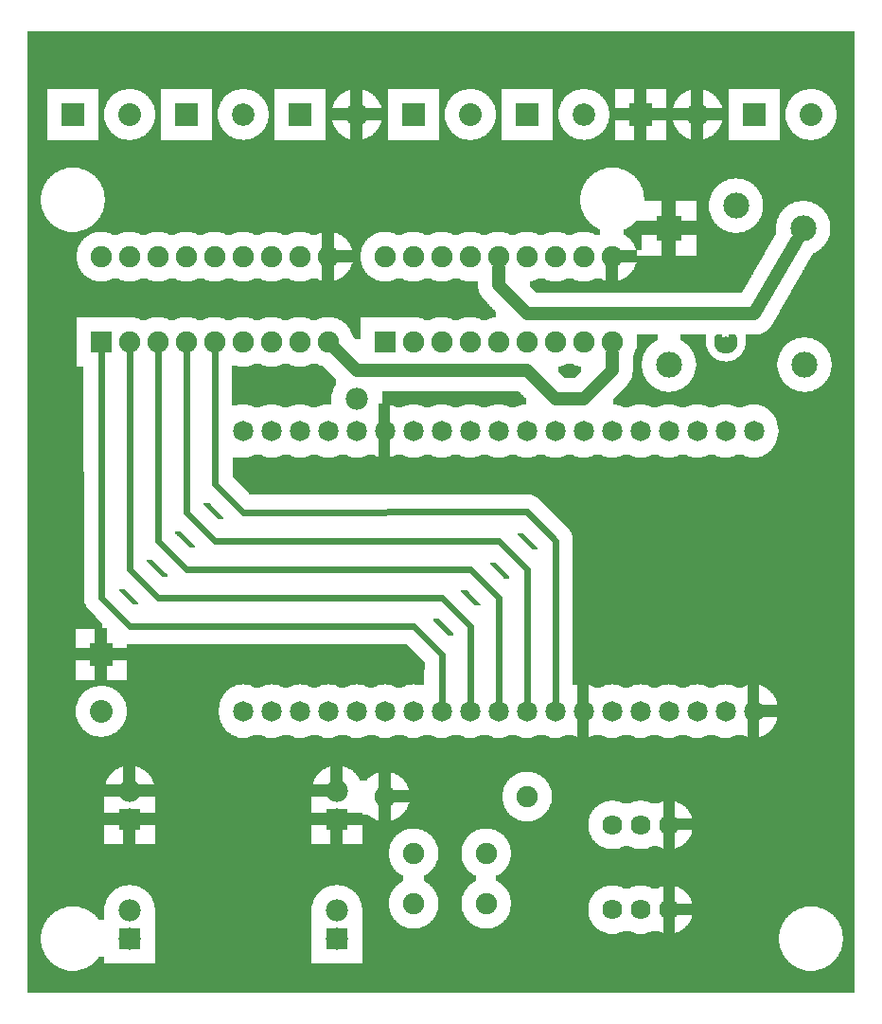
<source format=gtl>
G04 MADE WITH FRITZING*
G04 WWW.FRITZING.ORG*
G04 DOUBLE SIDED*
G04 HOLES PLATED*
G04 CONTOUR ON CENTER OF CONTOUR VECTOR*
%ASAXBY*%
%FSLAX23Y23*%
%MOIN*%
%OFA0B0*%
%SFA1.0B1.0*%
%ADD10C,0.075000*%
%ADD11C,0.091180*%
%ADD12C,0.039370*%
%ADD13C,0.071828*%
%ADD14C,0.080000*%
%ADD15C,0.079370*%
%ADD16C,0.078000*%
%ADD17C,0.070277*%
%ADD18R,0.091000X0.091000*%
%ADD19R,0.075000X0.075000*%
%ADD20R,0.080000X0.080000*%
%ADD21R,0.079370X0.079370*%
%ADD22R,0.078000X0.078000*%
%ADD23C,0.024000*%
%ADD24C,0.048000*%
%LNCOPPER1*%
G90*
G70*
G54D10*
X834Y2182D03*
X123Y3349D03*
G54D11*
X2299Y2731D03*
X2298Y2251D03*
X2776Y2251D03*
X2771Y2731D03*
X2535Y2810D03*
G54D12*
X2499Y2331D03*
G54D13*
X2597Y2017D03*
X2497Y2017D03*
X2398Y2017D03*
X2297Y2017D03*
X2198Y2017D03*
X2098Y2017D03*
X1997Y2017D03*
X1898Y2017D03*
X1798Y2017D03*
X1698Y2017D03*
X1598Y2017D03*
X1498Y2017D03*
X1398Y2017D03*
X1298Y2017D03*
X1198Y2017D03*
X1098Y2017D03*
X999Y2017D03*
X898Y2017D03*
X798Y2017D03*
X798Y1032D03*
X898Y1032D03*
X999Y1032D03*
X1098Y1032D03*
X1198Y1032D03*
X1298Y1032D03*
X1398Y1032D03*
X1498Y1032D03*
X1598Y1032D03*
X1698Y1032D03*
X1798Y1032D03*
X1898Y1032D03*
X1997Y1032D03*
X2098Y1032D03*
X2198Y1032D03*
X2297Y1032D03*
X2398Y1032D03*
X2497Y1032D03*
X2597Y1032D03*
G54D10*
X299Y2331D03*
X299Y2631D03*
X399Y2331D03*
X399Y2631D03*
X499Y2331D03*
X499Y2631D03*
X599Y2331D03*
X599Y2631D03*
X699Y2331D03*
X699Y2631D03*
X799Y2331D03*
X799Y2631D03*
X899Y2331D03*
X899Y2631D03*
X999Y2331D03*
X999Y2631D03*
X1099Y2331D03*
X1099Y2631D03*
X1299Y2331D03*
X1299Y2631D03*
X1399Y2331D03*
X1399Y2631D03*
X1499Y2331D03*
X1499Y2631D03*
X1599Y2331D03*
X1599Y2631D03*
X1699Y2331D03*
X1699Y2631D03*
X1799Y2331D03*
X1799Y2631D03*
X1899Y2331D03*
X1899Y2631D03*
X1999Y2331D03*
X1999Y2631D03*
X2099Y2331D03*
X2099Y2631D03*
G54D14*
X199Y3131D03*
X399Y3131D03*
X1399Y3131D03*
X1599Y3131D03*
G54D15*
X599Y3131D03*
X799Y3131D03*
X1799Y3131D03*
X1999Y3131D03*
G54D14*
X2599Y3131D03*
X2799Y3131D03*
X999Y3131D03*
X1199Y3131D03*
X2199Y3131D03*
X2399Y3131D03*
G54D16*
X1199Y2131D03*
G54D17*
X2099Y333D03*
X2099Y631D03*
X2198Y333D03*
X2198Y631D03*
X2298Y333D03*
X2298Y631D03*
G54D16*
X399Y751D03*
X399Y331D03*
X1129Y751D03*
X1129Y651D03*
X1129Y331D03*
X399Y651D03*
X399Y231D03*
X1129Y231D03*
G54D14*
X299Y1231D03*
X299Y1031D03*
G54D10*
X1654Y354D03*
X1399Y354D03*
X1654Y531D03*
X1399Y531D03*
X1299Y731D03*
X1799Y731D03*
G54D18*
X2298Y2731D03*
G54D19*
X299Y2331D03*
X1299Y2331D03*
G54D20*
X199Y3131D03*
X1399Y3131D03*
G54D21*
X599Y3131D03*
X1799Y3131D03*
G54D20*
X2599Y3131D03*
X999Y3131D03*
X2199Y3131D03*
G54D22*
X1130Y651D03*
X399Y651D03*
X399Y231D03*
X1130Y231D03*
G54D20*
X299Y1231D03*
G54D23*
X397Y1331D02*
X299Y1432D01*
D02*
X397Y1532D02*
X399Y2302D01*
D02*
X299Y1432D02*
X299Y2302D01*
D02*
X1399Y1331D02*
X397Y1331D01*
D02*
X1498Y1062D02*
X1500Y1230D01*
D02*
X1500Y1230D02*
X1399Y1331D01*
D02*
X498Y1432D02*
X397Y1532D01*
D02*
X599Y1532D02*
X498Y1630D01*
D02*
X700Y1630D02*
X599Y1731D01*
D02*
X1500Y1431D02*
X498Y1432D01*
D02*
X1600Y1331D02*
X1500Y1431D01*
D02*
X1600Y1532D02*
X599Y1532D01*
D02*
X1697Y1431D02*
X1600Y1532D01*
D02*
X1697Y1632D02*
X700Y1630D01*
D02*
X1797Y1532D02*
X1697Y1632D01*
D02*
X1898Y1632D02*
X1797Y1733D01*
D02*
X1797Y1733D02*
X797Y1731D01*
D02*
X797Y1731D02*
X700Y1832D01*
D02*
X1898Y1062D02*
X1898Y1632D01*
D02*
X700Y1832D02*
X699Y2302D01*
D02*
X1798Y1062D02*
X1797Y1532D01*
D02*
X599Y1731D02*
X599Y2302D01*
D02*
X1698Y1062D02*
X1697Y1431D01*
D02*
X498Y1630D02*
X499Y2302D01*
D02*
X1598Y1062D02*
X1600Y1331D01*
G54D24*
D02*
X2598Y2430D02*
X1799Y2430D01*
D02*
X1799Y2430D02*
X1699Y2532D01*
D02*
X2747Y2689D02*
X2598Y2430D01*
D02*
X1699Y2532D02*
X1699Y2591D01*
D02*
X1998Y2131D02*
X2098Y2231D01*
D02*
X2098Y2231D02*
X2098Y2291D01*
D02*
X1898Y2131D02*
X1998Y2131D01*
D02*
X1799Y2231D02*
X1898Y2131D01*
D02*
X1197Y2230D02*
X1799Y2231D01*
D02*
X1126Y2303D02*
X1197Y2230D01*
G36*
X2182Y2757D02*
X2182Y2755D01*
X2180Y2755D01*
X2180Y2753D01*
X2178Y2753D01*
X2178Y2751D01*
X2176Y2751D01*
X2176Y2749D01*
X2174Y2749D01*
X2174Y2747D01*
X2172Y2747D01*
X2172Y2745D01*
X2170Y2745D01*
X2170Y2743D01*
X2168Y2743D01*
X2168Y2741D01*
X2164Y2741D01*
X2164Y2739D01*
X2162Y2739D01*
X2162Y2737D01*
X2158Y2737D01*
X2158Y2735D01*
X2156Y2735D01*
X2156Y2733D01*
X2152Y2733D01*
X2152Y2731D01*
X2148Y2731D01*
X2148Y2729D01*
X2144Y2729D01*
X2144Y2727D01*
X2140Y2727D01*
X2140Y2707D01*
X2144Y2707D01*
X2144Y2705D01*
X2148Y2705D01*
X2148Y2703D01*
X2150Y2703D01*
X2150Y2701D01*
X2152Y2701D01*
X2152Y2699D01*
X2156Y2699D01*
X2156Y2697D01*
X2158Y2697D01*
X2158Y2695D01*
X2160Y2695D01*
X2160Y2693D01*
X2162Y2693D01*
X2162Y2691D01*
X2164Y2691D01*
X2164Y2689D01*
X2166Y2689D01*
X2166Y2685D01*
X2168Y2685D01*
X2168Y2683D01*
X2170Y2683D01*
X2170Y2681D01*
X2172Y2681D01*
X2172Y2677D01*
X2174Y2677D01*
X2174Y2673D01*
X2176Y2673D01*
X2176Y2669D01*
X2178Y2669D01*
X2178Y2665D01*
X2180Y2665D01*
X2180Y2661D01*
X2182Y2661D01*
X2182Y2653D01*
X2202Y2653D01*
X2202Y2757D01*
X2182Y2757D01*
G37*
D02*
G36*
X2464Y2357D02*
X2464Y2353D01*
X2462Y2353D01*
X2462Y2351D01*
X2460Y2351D01*
X2460Y2345D01*
X2458Y2345D01*
X2458Y2317D01*
X2496Y2317D01*
X2496Y2319D01*
X2492Y2319D01*
X2492Y2321D01*
X2488Y2321D01*
X2488Y2325D01*
X2486Y2325D01*
X2486Y2329D01*
X2484Y2329D01*
X2484Y2333D01*
X2486Y2333D01*
X2486Y2357D01*
X2464Y2357D01*
G37*
D02*
G36*
X2510Y2357D02*
X2510Y2337D01*
X2512Y2337D01*
X2512Y2325D01*
X2510Y2325D01*
X2510Y2323D01*
X2508Y2323D01*
X2508Y2321D01*
X2506Y2321D01*
X2506Y2319D01*
X2502Y2319D01*
X2502Y2317D01*
X2538Y2317D01*
X2538Y2321D01*
X2540Y2321D01*
X2540Y2343D01*
X2538Y2343D01*
X2538Y2349D01*
X2536Y2349D01*
X2536Y2353D01*
X2534Y2353D01*
X2534Y2355D01*
X2532Y2355D01*
X2532Y2357D01*
X2510Y2357D01*
G37*
D02*
G36*
X2460Y2317D02*
X2460Y2315D01*
X2538Y2315D01*
X2538Y2317D01*
X2460Y2317D01*
G37*
D02*
G36*
X2460Y2317D02*
X2460Y2315D01*
X2538Y2315D01*
X2538Y2317D01*
X2460Y2317D01*
G37*
D02*
G36*
X2460Y2315D02*
X2460Y2313D01*
X2462Y2313D01*
X2462Y2309D01*
X2464Y2309D01*
X2464Y2307D01*
X2466Y2307D01*
X2466Y2303D01*
X2468Y2303D01*
X2468Y2301D01*
X2470Y2301D01*
X2470Y2299D01*
X2474Y2299D01*
X2474Y2297D01*
X2476Y2297D01*
X2476Y2295D01*
X2480Y2295D01*
X2480Y2293D01*
X2484Y2293D01*
X2484Y2291D01*
X2512Y2291D01*
X2512Y2293D01*
X2518Y2293D01*
X2518Y2295D01*
X2522Y2295D01*
X2522Y2297D01*
X2524Y2297D01*
X2524Y2299D01*
X2526Y2299D01*
X2526Y2301D01*
X2528Y2301D01*
X2528Y2303D01*
X2530Y2303D01*
X2530Y2305D01*
X2532Y2305D01*
X2532Y2307D01*
X2534Y2307D01*
X2534Y2311D01*
X2536Y2311D01*
X2536Y2315D01*
X2460Y2315D01*
G37*
D02*
G36*
X1936Y2253D02*
X1936Y2251D01*
X1930Y2251D01*
X1930Y2249D01*
X1924Y2249D01*
X1924Y2247D01*
X1918Y2247D01*
X1918Y2245D01*
X1908Y2245D01*
X1908Y2225D01*
X1910Y2225D01*
X1910Y2223D01*
X1912Y2223D01*
X1912Y2221D01*
X1914Y2221D01*
X1914Y2219D01*
X1916Y2219D01*
X1916Y2217D01*
X1918Y2217D01*
X1918Y2215D01*
X1920Y2215D01*
X1920Y2213D01*
X1922Y2213D01*
X1922Y2211D01*
X1924Y2211D01*
X1924Y2209D01*
X1926Y2209D01*
X1926Y2207D01*
X1928Y2207D01*
X1928Y2205D01*
X1968Y2205D01*
X1968Y2207D01*
X1970Y2207D01*
X1970Y2209D01*
X1972Y2209D01*
X1972Y2211D01*
X1974Y2211D01*
X1974Y2213D01*
X1976Y2213D01*
X1976Y2215D01*
X1978Y2215D01*
X1978Y2217D01*
X1980Y2217D01*
X1980Y2219D01*
X1982Y2219D01*
X1982Y2221D01*
X1984Y2221D01*
X1984Y2223D01*
X1986Y2223D01*
X1986Y2225D01*
X1988Y2225D01*
X1988Y2245D01*
X1980Y2245D01*
X1980Y2247D01*
X1972Y2247D01*
X1972Y2249D01*
X1966Y2249D01*
X1966Y2251D01*
X1962Y2251D01*
X1962Y2253D01*
X1936Y2253D01*
G37*
D02*
G36*
X836Y2253D02*
X836Y2251D01*
X830Y2251D01*
X830Y2249D01*
X824Y2249D01*
X824Y2247D01*
X818Y2247D01*
X818Y2245D01*
X800Y2245D01*
X800Y2243D01*
X896Y2243D01*
X896Y2245D01*
X880Y2245D01*
X880Y2247D01*
X872Y2247D01*
X872Y2249D01*
X866Y2249D01*
X866Y2251D01*
X862Y2251D01*
X862Y2253D01*
X836Y2253D01*
G37*
D02*
G36*
X936Y2253D02*
X936Y2251D01*
X930Y2251D01*
X930Y2249D01*
X924Y2249D01*
X924Y2247D01*
X918Y2247D01*
X918Y2245D01*
X900Y2245D01*
X900Y2243D01*
X996Y2243D01*
X996Y2245D01*
X980Y2245D01*
X980Y2247D01*
X972Y2247D01*
X972Y2249D01*
X966Y2249D01*
X966Y2251D01*
X962Y2251D01*
X962Y2253D01*
X936Y2253D01*
G37*
D02*
G36*
X1036Y2253D02*
X1036Y2251D01*
X1030Y2251D01*
X1030Y2249D01*
X1024Y2249D01*
X1024Y2247D01*
X1018Y2247D01*
X1018Y2245D01*
X1000Y2245D01*
X1000Y2243D01*
X1080Y2243D01*
X1080Y2245D01*
X1078Y2245D01*
X1078Y2247D01*
X1072Y2247D01*
X1072Y2249D01*
X1066Y2249D01*
X1066Y2251D01*
X1062Y2251D01*
X1062Y2253D01*
X1036Y2253D01*
G37*
D02*
G36*
X760Y2247D02*
X760Y2243D01*
X796Y2243D01*
X796Y2245D01*
X780Y2245D01*
X780Y2247D01*
X760Y2247D01*
G37*
D02*
G36*
X760Y2243D02*
X760Y2241D01*
X1082Y2241D01*
X1082Y2243D01*
X760Y2243D01*
G37*
D02*
G36*
X760Y2243D02*
X760Y2241D01*
X1082Y2241D01*
X1082Y2243D01*
X760Y2243D01*
G37*
D02*
G36*
X760Y2243D02*
X760Y2241D01*
X1082Y2241D01*
X1082Y2243D01*
X760Y2243D01*
G37*
D02*
G36*
X760Y2243D02*
X760Y2241D01*
X1082Y2241D01*
X1082Y2243D01*
X760Y2243D01*
G37*
D02*
G36*
X760Y2241D02*
X760Y2111D01*
X1016Y2111D01*
X1016Y2109D01*
X1022Y2109D01*
X1022Y2107D01*
X1028Y2107D01*
X1028Y2105D01*
X1034Y2105D01*
X1034Y2103D01*
X1036Y2103D01*
X1036Y2101D01*
X1060Y2101D01*
X1060Y2103D01*
X1064Y2103D01*
X1064Y2105D01*
X1068Y2105D01*
X1068Y2107D01*
X1074Y2107D01*
X1074Y2109D01*
X1080Y2109D01*
X1080Y2111D01*
X1110Y2111D01*
X1110Y2147D01*
X1112Y2147D01*
X1112Y2155D01*
X1114Y2155D01*
X1114Y2161D01*
X1116Y2161D01*
X1116Y2167D01*
X1118Y2167D01*
X1118Y2171D01*
X1120Y2171D01*
X1120Y2175D01*
X1122Y2175D01*
X1122Y2179D01*
X1124Y2179D01*
X1124Y2201D01*
X1122Y2201D01*
X1122Y2203D01*
X1120Y2203D01*
X1120Y2205D01*
X1118Y2205D01*
X1118Y2207D01*
X1116Y2207D01*
X1116Y2209D01*
X1114Y2209D01*
X1114Y2211D01*
X1112Y2211D01*
X1112Y2213D01*
X1110Y2213D01*
X1110Y2215D01*
X1108Y2215D01*
X1108Y2217D01*
X1106Y2217D01*
X1106Y2219D01*
X1104Y2219D01*
X1104Y2221D01*
X1102Y2221D01*
X1102Y2223D01*
X1100Y2223D01*
X1100Y2225D01*
X1098Y2225D01*
X1098Y2227D01*
X1096Y2227D01*
X1096Y2229D01*
X1094Y2229D01*
X1094Y2231D01*
X1092Y2231D01*
X1092Y2233D01*
X1090Y2233D01*
X1090Y2235D01*
X1088Y2235D01*
X1088Y2237D01*
X1086Y2237D01*
X1086Y2239D01*
X1084Y2239D01*
X1084Y2241D01*
X760Y2241D01*
G37*
D02*
G36*
X760Y2111D02*
X760Y2109D01*
X780Y2109D01*
X780Y2111D01*
X760Y2111D01*
G37*
D02*
G36*
X816Y2111D02*
X816Y2109D01*
X822Y2109D01*
X822Y2107D01*
X828Y2107D01*
X828Y2105D01*
X832Y2105D01*
X832Y2103D01*
X836Y2103D01*
X836Y2101D01*
X860Y2101D01*
X860Y2103D01*
X864Y2103D01*
X864Y2105D01*
X868Y2105D01*
X868Y2107D01*
X874Y2107D01*
X874Y2109D01*
X882Y2109D01*
X882Y2111D01*
X816Y2111D01*
G37*
D02*
G36*
X916Y2111D02*
X916Y2109D01*
X922Y2109D01*
X922Y2107D01*
X928Y2107D01*
X928Y2105D01*
X932Y2105D01*
X932Y2103D01*
X936Y2103D01*
X936Y2101D01*
X960Y2101D01*
X960Y2103D01*
X964Y2103D01*
X964Y2105D01*
X970Y2105D01*
X970Y2107D01*
X974Y2107D01*
X974Y2109D01*
X982Y2109D01*
X982Y2111D01*
X916Y2111D01*
G37*
D02*
G36*
X1288Y2157D02*
X1288Y2111D01*
X1716Y2111D01*
X1716Y2109D01*
X1722Y2109D01*
X1722Y2107D01*
X1728Y2107D01*
X1728Y2105D01*
X1732Y2105D01*
X1732Y2103D01*
X1736Y2103D01*
X1736Y2101D01*
X1760Y2101D01*
X1760Y2103D01*
X1764Y2103D01*
X1764Y2105D01*
X1768Y2105D01*
X1768Y2107D01*
X1774Y2107D01*
X1774Y2109D01*
X1780Y2109D01*
X1780Y2111D01*
X1796Y2111D01*
X1796Y2131D01*
X1794Y2131D01*
X1794Y2133D01*
X1792Y2133D01*
X1792Y2135D01*
X1790Y2135D01*
X1790Y2137D01*
X1788Y2137D01*
X1788Y2139D01*
X1786Y2139D01*
X1786Y2141D01*
X1784Y2141D01*
X1784Y2143D01*
X1782Y2143D01*
X1782Y2145D01*
X1780Y2145D01*
X1780Y2147D01*
X1778Y2147D01*
X1778Y2149D01*
X1776Y2149D01*
X1776Y2151D01*
X1774Y2151D01*
X1774Y2153D01*
X1772Y2153D01*
X1772Y2155D01*
X1770Y2155D01*
X1770Y2157D01*
X1288Y2157D01*
G37*
D02*
G36*
X1314Y2111D02*
X1314Y2109D01*
X1322Y2109D01*
X1322Y2107D01*
X1328Y2107D01*
X1328Y2105D01*
X1332Y2105D01*
X1332Y2103D01*
X1336Y2103D01*
X1336Y2101D01*
X1360Y2101D01*
X1360Y2103D01*
X1364Y2103D01*
X1364Y2105D01*
X1368Y2105D01*
X1368Y2107D01*
X1374Y2107D01*
X1374Y2109D01*
X1382Y2109D01*
X1382Y2111D01*
X1314Y2111D01*
G37*
D02*
G36*
X1416Y2111D02*
X1416Y2109D01*
X1422Y2109D01*
X1422Y2107D01*
X1428Y2107D01*
X1428Y2105D01*
X1432Y2105D01*
X1432Y2103D01*
X1436Y2103D01*
X1436Y2101D01*
X1460Y2101D01*
X1460Y2103D01*
X1464Y2103D01*
X1464Y2105D01*
X1468Y2105D01*
X1468Y2107D01*
X1474Y2107D01*
X1474Y2109D01*
X1480Y2109D01*
X1480Y2111D01*
X1416Y2111D01*
G37*
D02*
G36*
X1514Y2111D02*
X1514Y2109D01*
X1522Y2109D01*
X1522Y2107D01*
X1528Y2107D01*
X1528Y2105D01*
X1532Y2105D01*
X1532Y2103D01*
X1536Y2103D01*
X1536Y2101D01*
X1560Y2101D01*
X1560Y2103D01*
X1564Y2103D01*
X1564Y2105D01*
X1568Y2105D01*
X1568Y2107D01*
X1574Y2107D01*
X1574Y2109D01*
X1580Y2109D01*
X1580Y2111D01*
X1514Y2111D01*
G37*
D02*
G36*
X1616Y2111D02*
X1616Y2109D01*
X1622Y2109D01*
X1622Y2107D01*
X1628Y2107D01*
X1628Y2105D01*
X1632Y2105D01*
X1632Y2103D01*
X1636Y2103D01*
X1636Y2101D01*
X1660Y2101D01*
X1660Y2103D01*
X1664Y2103D01*
X1664Y2105D01*
X1668Y2105D01*
X1668Y2107D01*
X1674Y2107D01*
X1674Y2109D01*
X1682Y2109D01*
X1682Y2111D01*
X1616Y2111D01*
G37*
D02*
G36*
X660Y1765D02*
X660Y1757D01*
X662Y1757D01*
X662Y1755D01*
X664Y1755D01*
X664Y1753D01*
X666Y1753D01*
X666Y1751D01*
X668Y1751D01*
X668Y1749D01*
X670Y1749D01*
X670Y1747D01*
X672Y1747D01*
X672Y1745D01*
X674Y1745D01*
X674Y1743D01*
X676Y1743D01*
X676Y1741D01*
X678Y1741D01*
X678Y1739D01*
X680Y1739D01*
X680Y1737D01*
X682Y1737D01*
X682Y1735D01*
X684Y1735D01*
X684Y1733D01*
X686Y1733D01*
X686Y1731D01*
X688Y1731D01*
X688Y1729D01*
X690Y1729D01*
X690Y1727D01*
X692Y1727D01*
X692Y1725D01*
X694Y1725D01*
X694Y1723D01*
X696Y1723D01*
X696Y1721D01*
X698Y1721D01*
X698Y1719D01*
X700Y1719D01*
X700Y1717D01*
X702Y1717D01*
X702Y1715D01*
X704Y1715D01*
X704Y1713D01*
X706Y1713D01*
X706Y1711D01*
X708Y1711D01*
X708Y1709D01*
X710Y1709D01*
X710Y1707D01*
X730Y1707D01*
X730Y1713D01*
X728Y1713D01*
X728Y1715D01*
X726Y1715D01*
X726Y1717D01*
X724Y1717D01*
X724Y1719D01*
X722Y1719D01*
X722Y1721D01*
X720Y1721D01*
X720Y1723D01*
X718Y1723D01*
X718Y1725D01*
X716Y1725D01*
X716Y1727D01*
X714Y1727D01*
X714Y1729D01*
X712Y1729D01*
X712Y1731D01*
X710Y1731D01*
X710Y1733D01*
X708Y1733D01*
X708Y1735D01*
X706Y1735D01*
X706Y1737D01*
X704Y1737D01*
X704Y1739D01*
X702Y1739D01*
X702Y1741D01*
X700Y1741D01*
X700Y1743D01*
X698Y1743D01*
X698Y1745D01*
X696Y1745D01*
X696Y1747D01*
X694Y1747D01*
X694Y1749D01*
X692Y1749D01*
X692Y1751D01*
X690Y1751D01*
X690Y1753D01*
X688Y1753D01*
X688Y1755D01*
X686Y1755D01*
X686Y1759D01*
X684Y1759D01*
X684Y1761D01*
X682Y1761D01*
X682Y1763D01*
X680Y1763D01*
X680Y1765D01*
X660Y1765D01*
G37*
D02*
G36*
X560Y1663D02*
X560Y1655D01*
X562Y1655D01*
X562Y1653D01*
X564Y1653D01*
X564Y1651D01*
X566Y1651D01*
X566Y1649D01*
X570Y1649D01*
X570Y1647D01*
X572Y1647D01*
X572Y1645D01*
X574Y1645D01*
X574Y1643D01*
X576Y1643D01*
X576Y1641D01*
X578Y1641D01*
X578Y1639D01*
X580Y1639D01*
X580Y1637D01*
X582Y1637D01*
X582Y1635D01*
X584Y1635D01*
X584Y1633D01*
X586Y1633D01*
X586Y1631D01*
X588Y1631D01*
X588Y1629D01*
X590Y1629D01*
X590Y1627D01*
X592Y1627D01*
X592Y1625D01*
X594Y1625D01*
X594Y1623D01*
X596Y1623D01*
X596Y1621D01*
X598Y1621D01*
X598Y1619D01*
X600Y1619D01*
X600Y1617D01*
X602Y1617D01*
X602Y1615D01*
X604Y1615D01*
X604Y1613D01*
X606Y1613D01*
X606Y1611D01*
X608Y1611D01*
X608Y1609D01*
X628Y1609D01*
X628Y1615D01*
X626Y1615D01*
X626Y1617D01*
X624Y1617D01*
X624Y1619D01*
X622Y1619D01*
X622Y1621D01*
X620Y1621D01*
X620Y1623D01*
X618Y1623D01*
X618Y1625D01*
X616Y1625D01*
X616Y1627D01*
X614Y1627D01*
X614Y1629D01*
X612Y1629D01*
X612Y1631D01*
X610Y1631D01*
X610Y1633D01*
X608Y1633D01*
X608Y1635D01*
X606Y1635D01*
X606Y1637D01*
X604Y1637D01*
X604Y1639D01*
X602Y1639D01*
X602Y1641D01*
X600Y1641D01*
X600Y1643D01*
X598Y1643D01*
X598Y1645D01*
X596Y1645D01*
X596Y1647D01*
X594Y1647D01*
X594Y1649D01*
X592Y1649D01*
X592Y1651D01*
X590Y1651D01*
X590Y1653D01*
X588Y1653D01*
X588Y1655D01*
X586Y1655D01*
X586Y1657D01*
X584Y1657D01*
X584Y1659D01*
X582Y1659D01*
X582Y1661D01*
X580Y1661D01*
X580Y1663D01*
X560Y1663D01*
G37*
D02*
G36*
X1766Y1657D02*
X1766Y1651D01*
X1768Y1651D01*
X1768Y1649D01*
X1770Y1649D01*
X1770Y1647D01*
X1772Y1647D01*
X1772Y1645D01*
X1774Y1645D01*
X1774Y1643D01*
X1776Y1643D01*
X1776Y1641D01*
X1778Y1641D01*
X1778Y1639D01*
X1780Y1639D01*
X1780Y1637D01*
X1782Y1637D01*
X1782Y1635D01*
X1784Y1635D01*
X1784Y1633D01*
X1786Y1633D01*
X1786Y1631D01*
X1788Y1631D01*
X1788Y1629D01*
X1790Y1629D01*
X1790Y1627D01*
X1792Y1627D01*
X1792Y1625D01*
X1794Y1625D01*
X1794Y1623D01*
X1796Y1623D01*
X1796Y1621D01*
X1798Y1621D01*
X1798Y1619D01*
X1800Y1619D01*
X1800Y1617D01*
X1802Y1617D01*
X1802Y1615D01*
X1804Y1615D01*
X1804Y1613D01*
X1806Y1613D01*
X1806Y1611D01*
X1808Y1611D01*
X1808Y1609D01*
X1810Y1609D01*
X1810Y1607D01*
X1812Y1607D01*
X1812Y1605D01*
X1814Y1605D01*
X1814Y1603D01*
X1816Y1603D01*
X1816Y1601D01*
X1836Y1601D01*
X1836Y1607D01*
X1834Y1607D01*
X1834Y1609D01*
X1832Y1609D01*
X1832Y1611D01*
X1830Y1611D01*
X1830Y1613D01*
X1828Y1613D01*
X1828Y1615D01*
X1826Y1615D01*
X1826Y1617D01*
X1824Y1617D01*
X1824Y1619D01*
X1822Y1619D01*
X1822Y1621D01*
X1820Y1621D01*
X1820Y1623D01*
X1818Y1623D01*
X1818Y1625D01*
X1816Y1625D01*
X1816Y1627D01*
X1814Y1627D01*
X1814Y1629D01*
X1812Y1629D01*
X1812Y1631D01*
X1810Y1631D01*
X1810Y1633D01*
X1808Y1633D01*
X1808Y1635D01*
X1806Y1635D01*
X1806Y1637D01*
X1804Y1637D01*
X1804Y1639D01*
X1802Y1639D01*
X1802Y1641D01*
X1800Y1641D01*
X1800Y1643D01*
X1798Y1643D01*
X1798Y1645D01*
X1796Y1645D01*
X1796Y1647D01*
X1794Y1647D01*
X1794Y1649D01*
X1792Y1649D01*
X1792Y1651D01*
X1790Y1651D01*
X1790Y1653D01*
X1788Y1653D01*
X1788Y1655D01*
X1786Y1655D01*
X1786Y1657D01*
X1766Y1657D01*
G37*
D02*
G36*
X460Y1563D02*
X460Y1557D01*
X462Y1557D01*
X462Y1555D01*
X464Y1555D01*
X464Y1553D01*
X466Y1553D01*
X466Y1551D01*
X468Y1551D01*
X468Y1549D01*
X470Y1549D01*
X470Y1547D01*
X472Y1547D01*
X472Y1545D01*
X474Y1545D01*
X474Y1543D01*
X476Y1543D01*
X476Y1541D01*
X478Y1541D01*
X478Y1539D01*
X480Y1539D01*
X480Y1537D01*
X482Y1537D01*
X482Y1535D01*
X484Y1535D01*
X484Y1533D01*
X486Y1533D01*
X486Y1531D01*
X488Y1531D01*
X488Y1529D01*
X490Y1529D01*
X490Y1527D01*
X492Y1527D01*
X492Y1525D01*
X494Y1525D01*
X494Y1523D01*
X496Y1523D01*
X496Y1521D01*
X498Y1521D01*
X498Y1519D01*
X500Y1519D01*
X500Y1517D01*
X502Y1517D01*
X502Y1515D01*
X504Y1515D01*
X504Y1513D01*
X506Y1513D01*
X506Y1511D01*
X508Y1511D01*
X508Y1509D01*
X510Y1509D01*
X510Y1507D01*
X512Y1507D01*
X512Y1505D01*
X532Y1505D01*
X532Y1513D01*
X530Y1513D01*
X530Y1515D01*
X528Y1515D01*
X528Y1517D01*
X524Y1517D01*
X524Y1519D01*
X522Y1519D01*
X522Y1521D01*
X520Y1521D01*
X520Y1523D01*
X518Y1523D01*
X518Y1525D01*
X516Y1525D01*
X516Y1527D01*
X514Y1527D01*
X514Y1529D01*
X512Y1529D01*
X512Y1531D01*
X510Y1531D01*
X510Y1533D01*
X508Y1533D01*
X508Y1535D01*
X506Y1535D01*
X506Y1537D01*
X504Y1537D01*
X504Y1539D01*
X502Y1539D01*
X502Y1541D01*
X500Y1541D01*
X500Y1543D01*
X498Y1543D01*
X498Y1545D01*
X496Y1545D01*
X496Y1547D01*
X494Y1547D01*
X494Y1549D01*
X492Y1549D01*
X492Y1551D01*
X490Y1551D01*
X490Y1553D01*
X488Y1553D01*
X488Y1555D01*
X486Y1555D01*
X486Y1557D01*
X484Y1557D01*
X484Y1559D01*
X482Y1559D01*
X482Y1561D01*
X480Y1561D01*
X480Y1563D01*
X460Y1563D01*
G37*
D02*
G36*
X1668Y1555D02*
X1668Y1549D01*
X1670Y1549D01*
X1670Y1547D01*
X1672Y1547D01*
X1672Y1545D01*
X1674Y1545D01*
X1674Y1543D01*
X1676Y1543D01*
X1676Y1541D01*
X1678Y1541D01*
X1678Y1539D01*
X1680Y1539D01*
X1680Y1537D01*
X1682Y1537D01*
X1682Y1535D01*
X1684Y1535D01*
X1684Y1533D01*
X1686Y1533D01*
X1686Y1531D01*
X1688Y1531D01*
X1688Y1529D01*
X1690Y1529D01*
X1690Y1527D01*
X1692Y1527D01*
X1692Y1525D01*
X1694Y1525D01*
X1694Y1523D01*
X1696Y1523D01*
X1696Y1521D01*
X1698Y1521D01*
X1698Y1519D01*
X1700Y1519D01*
X1700Y1517D01*
X1702Y1517D01*
X1702Y1515D01*
X1704Y1515D01*
X1704Y1513D01*
X1706Y1513D01*
X1706Y1511D01*
X1708Y1511D01*
X1708Y1509D01*
X1710Y1509D01*
X1710Y1507D01*
X1712Y1507D01*
X1712Y1505D01*
X1714Y1505D01*
X1714Y1503D01*
X1716Y1503D01*
X1716Y1499D01*
X1736Y1499D01*
X1736Y1507D01*
X1734Y1507D01*
X1734Y1509D01*
X1732Y1509D01*
X1732Y1511D01*
X1730Y1511D01*
X1730Y1513D01*
X1728Y1513D01*
X1728Y1515D01*
X1726Y1515D01*
X1726Y1517D01*
X1724Y1517D01*
X1724Y1519D01*
X1722Y1519D01*
X1722Y1521D01*
X1720Y1521D01*
X1720Y1523D01*
X1718Y1523D01*
X1718Y1525D01*
X1716Y1525D01*
X1716Y1527D01*
X1714Y1527D01*
X1714Y1529D01*
X1712Y1529D01*
X1712Y1531D01*
X1710Y1531D01*
X1710Y1533D01*
X1708Y1533D01*
X1708Y1535D01*
X1706Y1535D01*
X1706Y1537D01*
X1704Y1537D01*
X1704Y1539D01*
X1702Y1539D01*
X1702Y1541D01*
X1700Y1541D01*
X1700Y1543D01*
X1698Y1543D01*
X1698Y1545D01*
X1696Y1545D01*
X1696Y1547D01*
X1694Y1547D01*
X1694Y1549D01*
X1692Y1549D01*
X1692Y1551D01*
X1690Y1551D01*
X1690Y1553D01*
X1688Y1553D01*
X1688Y1555D01*
X1668Y1555D01*
G37*
D02*
G36*
X362Y1461D02*
X362Y1455D01*
X364Y1455D01*
X364Y1453D01*
X366Y1453D01*
X366Y1451D01*
X368Y1451D01*
X368Y1449D01*
X370Y1449D01*
X370Y1447D01*
X372Y1447D01*
X372Y1445D01*
X374Y1445D01*
X374Y1443D01*
X376Y1443D01*
X376Y1441D01*
X378Y1441D01*
X378Y1439D01*
X380Y1439D01*
X380Y1437D01*
X382Y1437D01*
X382Y1435D01*
X384Y1435D01*
X384Y1433D01*
X386Y1433D01*
X386Y1431D01*
X388Y1431D01*
X388Y1429D01*
X390Y1429D01*
X390Y1427D01*
X392Y1427D01*
X392Y1425D01*
X394Y1425D01*
X394Y1423D01*
X396Y1423D01*
X396Y1421D01*
X398Y1421D01*
X398Y1419D01*
X400Y1419D01*
X400Y1417D01*
X402Y1417D01*
X402Y1415D01*
X404Y1415D01*
X404Y1413D01*
X406Y1413D01*
X406Y1411D01*
X408Y1411D01*
X408Y1409D01*
X410Y1409D01*
X410Y1407D01*
X430Y1407D01*
X430Y1413D01*
X428Y1413D01*
X428Y1415D01*
X426Y1415D01*
X426Y1417D01*
X424Y1417D01*
X424Y1419D01*
X422Y1419D01*
X422Y1421D01*
X420Y1421D01*
X420Y1423D01*
X418Y1423D01*
X418Y1425D01*
X416Y1425D01*
X416Y1427D01*
X414Y1427D01*
X414Y1429D01*
X412Y1429D01*
X412Y1431D01*
X410Y1431D01*
X410Y1433D01*
X408Y1433D01*
X408Y1435D01*
X406Y1435D01*
X406Y1437D01*
X404Y1437D01*
X404Y1439D01*
X402Y1439D01*
X402Y1441D01*
X400Y1441D01*
X400Y1443D01*
X398Y1443D01*
X398Y1445D01*
X396Y1445D01*
X396Y1447D01*
X394Y1447D01*
X394Y1449D01*
X392Y1449D01*
X392Y1451D01*
X390Y1451D01*
X390Y1453D01*
X388Y1453D01*
X388Y1455D01*
X386Y1455D01*
X386Y1457D01*
X384Y1457D01*
X384Y1459D01*
X382Y1459D01*
X382Y1461D01*
X362Y1461D01*
G37*
D02*
G36*
X1566Y1459D02*
X1566Y1451D01*
X1568Y1451D01*
X1568Y1449D01*
X1570Y1449D01*
X1570Y1447D01*
X1572Y1447D01*
X1572Y1445D01*
X1574Y1445D01*
X1574Y1443D01*
X1576Y1443D01*
X1576Y1441D01*
X1578Y1441D01*
X1578Y1439D01*
X1580Y1439D01*
X1580Y1437D01*
X1582Y1437D01*
X1582Y1435D01*
X1584Y1435D01*
X1584Y1433D01*
X1586Y1433D01*
X1586Y1431D01*
X1588Y1431D01*
X1588Y1429D01*
X1590Y1429D01*
X1590Y1427D01*
X1592Y1427D01*
X1592Y1425D01*
X1594Y1425D01*
X1594Y1423D01*
X1596Y1423D01*
X1596Y1421D01*
X1598Y1421D01*
X1598Y1419D01*
X1600Y1419D01*
X1600Y1417D01*
X1602Y1417D01*
X1602Y1415D01*
X1604Y1415D01*
X1604Y1413D01*
X1606Y1413D01*
X1606Y1411D01*
X1608Y1411D01*
X1608Y1409D01*
X1610Y1409D01*
X1610Y1407D01*
X1612Y1407D01*
X1612Y1405D01*
X1614Y1405D01*
X1614Y1403D01*
X1634Y1403D01*
X1634Y1409D01*
X1632Y1409D01*
X1632Y1411D01*
X1630Y1411D01*
X1630Y1413D01*
X1628Y1413D01*
X1628Y1415D01*
X1626Y1415D01*
X1626Y1417D01*
X1624Y1417D01*
X1624Y1419D01*
X1622Y1419D01*
X1622Y1421D01*
X1620Y1421D01*
X1620Y1423D01*
X1618Y1423D01*
X1618Y1425D01*
X1616Y1425D01*
X1616Y1427D01*
X1614Y1427D01*
X1614Y1429D01*
X1612Y1429D01*
X1612Y1431D01*
X1610Y1431D01*
X1610Y1433D01*
X1608Y1433D01*
X1608Y1435D01*
X1606Y1435D01*
X1606Y1437D01*
X1604Y1437D01*
X1604Y1439D01*
X1602Y1439D01*
X1602Y1441D01*
X1600Y1441D01*
X1600Y1443D01*
X1598Y1443D01*
X1598Y1445D01*
X1596Y1445D01*
X1596Y1447D01*
X1594Y1447D01*
X1594Y1451D01*
X1592Y1451D01*
X1592Y1453D01*
X1590Y1453D01*
X1590Y1455D01*
X1588Y1455D01*
X1588Y1457D01*
X1586Y1457D01*
X1586Y1459D01*
X1566Y1459D01*
G37*
D02*
G36*
X1468Y1357D02*
X1468Y1349D01*
X1470Y1349D01*
X1470Y1347D01*
X1472Y1347D01*
X1472Y1345D01*
X1474Y1345D01*
X1474Y1343D01*
X1476Y1343D01*
X1476Y1341D01*
X1478Y1341D01*
X1478Y1339D01*
X1480Y1339D01*
X1480Y1337D01*
X1482Y1337D01*
X1482Y1335D01*
X1484Y1335D01*
X1484Y1333D01*
X1486Y1333D01*
X1486Y1331D01*
X1488Y1331D01*
X1488Y1329D01*
X1490Y1329D01*
X1490Y1327D01*
X1492Y1327D01*
X1492Y1325D01*
X1494Y1325D01*
X1494Y1323D01*
X1496Y1323D01*
X1496Y1321D01*
X1498Y1321D01*
X1498Y1319D01*
X1500Y1319D01*
X1500Y1317D01*
X1502Y1317D01*
X1502Y1315D01*
X1504Y1315D01*
X1504Y1313D01*
X1506Y1313D01*
X1506Y1311D01*
X1508Y1311D01*
X1508Y1309D01*
X1510Y1309D01*
X1510Y1307D01*
X1512Y1307D01*
X1512Y1305D01*
X1514Y1305D01*
X1514Y1303D01*
X1516Y1303D01*
X1516Y1301D01*
X1518Y1301D01*
X1518Y1299D01*
X1538Y1299D01*
X1538Y1307D01*
X1536Y1307D01*
X1536Y1309D01*
X1534Y1309D01*
X1534Y1311D01*
X1532Y1311D01*
X1532Y1313D01*
X1530Y1313D01*
X1530Y1315D01*
X1528Y1315D01*
X1528Y1317D01*
X1526Y1317D01*
X1526Y1319D01*
X1524Y1319D01*
X1524Y1321D01*
X1522Y1321D01*
X1522Y1323D01*
X1520Y1323D01*
X1520Y1325D01*
X1518Y1325D01*
X1518Y1327D01*
X1516Y1327D01*
X1516Y1329D01*
X1514Y1329D01*
X1514Y1331D01*
X1512Y1331D01*
X1512Y1333D01*
X1510Y1333D01*
X1510Y1335D01*
X1508Y1335D01*
X1508Y1337D01*
X1506Y1337D01*
X1506Y1339D01*
X1504Y1339D01*
X1504Y1341D01*
X1502Y1341D01*
X1502Y1343D01*
X1500Y1343D01*
X1500Y1345D01*
X1498Y1345D01*
X1498Y1347D01*
X1496Y1347D01*
X1496Y1349D01*
X1494Y1349D01*
X1494Y1351D01*
X1492Y1351D01*
X1492Y1353D01*
X1490Y1353D01*
X1490Y1355D01*
X1488Y1355D01*
X1488Y1357D01*
X1468Y1357D01*
G37*
D02*
G36*
X40Y3425D02*
X40Y3221D01*
X2814Y3221D01*
X2814Y3219D01*
X2822Y3219D01*
X2822Y3217D01*
X2828Y3217D01*
X2828Y3215D01*
X2834Y3215D01*
X2834Y3213D01*
X2838Y3213D01*
X2838Y3211D01*
X2842Y3211D01*
X2842Y3209D01*
X2846Y3209D01*
X2846Y3207D01*
X2848Y3207D01*
X2848Y3205D01*
X2852Y3205D01*
X2852Y3203D01*
X2854Y3203D01*
X2854Y3201D01*
X2856Y3201D01*
X2856Y3199D01*
X2858Y3199D01*
X2858Y3197D01*
X2862Y3197D01*
X2862Y3195D01*
X2864Y3195D01*
X2864Y3191D01*
X2866Y3191D01*
X2866Y3189D01*
X2868Y3189D01*
X2868Y3187D01*
X2870Y3187D01*
X2870Y3185D01*
X2872Y3185D01*
X2872Y3181D01*
X2874Y3181D01*
X2874Y3179D01*
X2876Y3179D01*
X2876Y3175D01*
X2878Y3175D01*
X2878Y3171D01*
X2880Y3171D01*
X2880Y3167D01*
X2882Y3167D01*
X2882Y3163D01*
X2884Y3163D01*
X2884Y3157D01*
X2886Y3157D01*
X2886Y3147D01*
X2888Y3147D01*
X2888Y3115D01*
X2886Y3115D01*
X2886Y3107D01*
X2884Y3107D01*
X2884Y3101D01*
X2882Y3101D01*
X2882Y3095D01*
X2880Y3095D01*
X2880Y3091D01*
X2878Y3091D01*
X2878Y3087D01*
X2876Y3087D01*
X2876Y3085D01*
X2874Y3085D01*
X2874Y3081D01*
X2872Y3081D01*
X2872Y3079D01*
X2870Y3079D01*
X2870Y3075D01*
X2868Y3075D01*
X2868Y3073D01*
X2866Y3073D01*
X2866Y3071D01*
X2864Y3071D01*
X2864Y3069D01*
X2862Y3069D01*
X2862Y3067D01*
X2860Y3067D01*
X2860Y3065D01*
X2858Y3065D01*
X2858Y3063D01*
X2856Y3063D01*
X2856Y3061D01*
X2854Y3061D01*
X2854Y3059D01*
X2850Y3059D01*
X2850Y3057D01*
X2848Y3057D01*
X2848Y3055D01*
X2844Y3055D01*
X2844Y3053D01*
X2840Y3053D01*
X2840Y3051D01*
X2836Y3051D01*
X2836Y3049D01*
X2832Y3049D01*
X2832Y3047D01*
X2826Y3047D01*
X2826Y3045D01*
X2820Y3045D01*
X2820Y3043D01*
X2808Y3043D01*
X2808Y3041D01*
X2952Y3041D01*
X2952Y3425D01*
X40Y3425D01*
G37*
D02*
G36*
X40Y3221D02*
X40Y3041D01*
X108Y3041D01*
X108Y3221D01*
X40Y3221D01*
G37*
D02*
G36*
X288Y3221D02*
X288Y3041D01*
X388Y3041D01*
X388Y3043D01*
X378Y3043D01*
X378Y3045D01*
X370Y3045D01*
X370Y3047D01*
X364Y3047D01*
X364Y3049D01*
X360Y3049D01*
X360Y3051D01*
X356Y3051D01*
X356Y3053D01*
X352Y3053D01*
X352Y3055D01*
X350Y3055D01*
X350Y3057D01*
X346Y3057D01*
X346Y3059D01*
X344Y3059D01*
X344Y3061D01*
X342Y3061D01*
X342Y3063D01*
X340Y3063D01*
X340Y3065D01*
X336Y3065D01*
X336Y3067D01*
X334Y3067D01*
X334Y3069D01*
X332Y3069D01*
X332Y3073D01*
X330Y3073D01*
X330Y3075D01*
X328Y3075D01*
X328Y3077D01*
X326Y3077D01*
X326Y3079D01*
X324Y3079D01*
X324Y3083D01*
X322Y3083D01*
X322Y3087D01*
X320Y3087D01*
X320Y3089D01*
X318Y3089D01*
X318Y3093D01*
X316Y3093D01*
X316Y3099D01*
X314Y3099D01*
X314Y3103D01*
X312Y3103D01*
X312Y3111D01*
X310Y3111D01*
X310Y3125D01*
X308Y3125D01*
X308Y3139D01*
X310Y3139D01*
X310Y3151D01*
X312Y3151D01*
X312Y3159D01*
X314Y3159D01*
X314Y3165D01*
X316Y3165D01*
X316Y3169D01*
X318Y3169D01*
X318Y3173D01*
X320Y3173D01*
X320Y3177D01*
X322Y3177D01*
X322Y3181D01*
X324Y3181D01*
X324Y3183D01*
X326Y3183D01*
X326Y3185D01*
X328Y3185D01*
X328Y3189D01*
X330Y3189D01*
X330Y3191D01*
X332Y3191D01*
X332Y3193D01*
X334Y3193D01*
X334Y3195D01*
X336Y3195D01*
X336Y3197D01*
X338Y3197D01*
X338Y3199D01*
X340Y3199D01*
X340Y3201D01*
X342Y3201D01*
X342Y3203D01*
X346Y3203D01*
X346Y3205D01*
X348Y3205D01*
X348Y3207D01*
X352Y3207D01*
X352Y3209D01*
X354Y3209D01*
X354Y3211D01*
X358Y3211D01*
X358Y3213D01*
X362Y3213D01*
X362Y3215D01*
X368Y3215D01*
X368Y3217D01*
X374Y3217D01*
X374Y3219D01*
X384Y3219D01*
X384Y3221D01*
X288Y3221D01*
G37*
D02*
G36*
X414Y3221D02*
X414Y3219D01*
X422Y3219D01*
X422Y3217D01*
X428Y3217D01*
X428Y3215D01*
X434Y3215D01*
X434Y3213D01*
X438Y3213D01*
X438Y3211D01*
X442Y3211D01*
X442Y3209D01*
X446Y3209D01*
X446Y3207D01*
X448Y3207D01*
X448Y3205D01*
X452Y3205D01*
X452Y3203D01*
X454Y3203D01*
X454Y3201D01*
X456Y3201D01*
X456Y3199D01*
X458Y3199D01*
X458Y3197D01*
X462Y3197D01*
X462Y3195D01*
X464Y3195D01*
X464Y3191D01*
X466Y3191D01*
X466Y3189D01*
X468Y3189D01*
X468Y3187D01*
X470Y3187D01*
X470Y3185D01*
X472Y3185D01*
X472Y3181D01*
X474Y3181D01*
X474Y3179D01*
X476Y3179D01*
X476Y3175D01*
X478Y3175D01*
X478Y3171D01*
X480Y3171D01*
X480Y3167D01*
X482Y3167D01*
X482Y3163D01*
X484Y3163D01*
X484Y3157D01*
X486Y3157D01*
X486Y3147D01*
X488Y3147D01*
X488Y3115D01*
X486Y3115D01*
X486Y3107D01*
X484Y3107D01*
X484Y3101D01*
X482Y3101D01*
X482Y3095D01*
X480Y3095D01*
X480Y3091D01*
X478Y3091D01*
X478Y3087D01*
X476Y3087D01*
X476Y3085D01*
X474Y3085D01*
X474Y3081D01*
X472Y3081D01*
X472Y3079D01*
X470Y3079D01*
X470Y3075D01*
X468Y3075D01*
X468Y3073D01*
X466Y3073D01*
X466Y3071D01*
X464Y3071D01*
X464Y3069D01*
X462Y3069D01*
X462Y3067D01*
X460Y3067D01*
X460Y3065D01*
X458Y3065D01*
X458Y3063D01*
X456Y3063D01*
X456Y3061D01*
X454Y3061D01*
X454Y3059D01*
X450Y3059D01*
X450Y3057D01*
X448Y3057D01*
X448Y3055D01*
X444Y3055D01*
X444Y3053D01*
X440Y3053D01*
X440Y3051D01*
X436Y3051D01*
X436Y3049D01*
X432Y3049D01*
X432Y3047D01*
X426Y3047D01*
X426Y3045D01*
X420Y3045D01*
X420Y3043D01*
X408Y3043D01*
X408Y3041D01*
X510Y3041D01*
X510Y3043D01*
X508Y3043D01*
X508Y3221D01*
X414Y3221D01*
G37*
D02*
G36*
X688Y3221D02*
X688Y3041D01*
X794Y3041D01*
X794Y3043D01*
X778Y3043D01*
X778Y3045D01*
X772Y3045D01*
X772Y3047D01*
X766Y3047D01*
X766Y3049D01*
X762Y3049D01*
X762Y3051D01*
X758Y3051D01*
X758Y3053D01*
X754Y3053D01*
X754Y3055D01*
X750Y3055D01*
X750Y3057D01*
X748Y3057D01*
X748Y3059D01*
X744Y3059D01*
X744Y3061D01*
X742Y3061D01*
X742Y3063D01*
X740Y3063D01*
X740Y3065D01*
X738Y3065D01*
X738Y3067D01*
X736Y3067D01*
X736Y3069D01*
X734Y3069D01*
X734Y3071D01*
X732Y3071D01*
X732Y3073D01*
X730Y3073D01*
X730Y3075D01*
X728Y3075D01*
X728Y3077D01*
X726Y3077D01*
X726Y3081D01*
X724Y3081D01*
X724Y3083D01*
X722Y3083D01*
X722Y3087D01*
X720Y3087D01*
X720Y3091D01*
X718Y3091D01*
X718Y3095D01*
X716Y3095D01*
X716Y3099D01*
X714Y3099D01*
X714Y3105D01*
X712Y3105D01*
X712Y3113D01*
X710Y3113D01*
X710Y3129D01*
X708Y3129D01*
X708Y3133D01*
X710Y3133D01*
X710Y3151D01*
X712Y3151D01*
X712Y3157D01*
X714Y3157D01*
X714Y3163D01*
X716Y3163D01*
X716Y3169D01*
X718Y3169D01*
X718Y3173D01*
X720Y3173D01*
X720Y3177D01*
X722Y3177D01*
X722Y3179D01*
X724Y3179D01*
X724Y3183D01*
X726Y3183D01*
X726Y3185D01*
X728Y3185D01*
X728Y3187D01*
X730Y3187D01*
X730Y3191D01*
X732Y3191D01*
X732Y3193D01*
X734Y3193D01*
X734Y3195D01*
X736Y3195D01*
X736Y3197D01*
X738Y3197D01*
X738Y3199D01*
X740Y3199D01*
X740Y3201D01*
X744Y3201D01*
X744Y3203D01*
X746Y3203D01*
X746Y3205D01*
X748Y3205D01*
X748Y3207D01*
X752Y3207D01*
X752Y3209D01*
X756Y3209D01*
X756Y3211D01*
X760Y3211D01*
X760Y3213D01*
X764Y3213D01*
X764Y3215D01*
X770Y3215D01*
X770Y3217D01*
X776Y3217D01*
X776Y3219D01*
X786Y3219D01*
X786Y3221D01*
X688Y3221D01*
G37*
D02*
G36*
X812Y3221D02*
X812Y3219D01*
X822Y3219D01*
X822Y3217D01*
X828Y3217D01*
X828Y3215D01*
X834Y3215D01*
X834Y3213D01*
X838Y3213D01*
X838Y3211D01*
X842Y3211D01*
X842Y3209D01*
X844Y3209D01*
X844Y3207D01*
X848Y3207D01*
X848Y3205D01*
X852Y3205D01*
X852Y3203D01*
X854Y3203D01*
X854Y3201D01*
X856Y3201D01*
X856Y3199D01*
X858Y3199D01*
X858Y3197D01*
X860Y3197D01*
X860Y3195D01*
X862Y3195D01*
X862Y3193D01*
X864Y3193D01*
X864Y3191D01*
X866Y3191D01*
X866Y3189D01*
X868Y3189D01*
X868Y3187D01*
X870Y3187D01*
X870Y3185D01*
X872Y3185D01*
X872Y3181D01*
X874Y3181D01*
X874Y3179D01*
X876Y3179D01*
X876Y3175D01*
X878Y3175D01*
X878Y3171D01*
X880Y3171D01*
X880Y3167D01*
X882Y3167D01*
X882Y3161D01*
X884Y3161D01*
X884Y3155D01*
X886Y3155D01*
X886Y3145D01*
X888Y3145D01*
X888Y3117D01*
X886Y3117D01*
X886Y3107D01*
X884Y3107D01*
X884Y3101D01*
X882Y3101D01*
X882Y3097D01*
X880Y3097D01*
X880Y3093D01*
X878Y3093D01*
X878Y3089D01*
X876Y3089D01*
X876Y3085D01*
X874Y3085D01*
X874Y3081D01*
X872Y3081D01*
X872Y3079D01*
X870Y3079D01*
X870Y3077D01*
X868Y3077D01*
X868Y3073D01*
X866Y3073D01*
X866Y3071D01*
X864Y3071D01*
X864Y3069D01*
X862Y3069D01*
X862Y3067D01*
X860Y3067D01*
X860Y3065D01*
X858Y3065D01*
X858Y3063D01*
X856Y3063D01*
X856Y3061D01*
X852Y3061D01*
X852Y3059D01*
X850Y3059D01*
X850Y3057D01*
X846Y3057D01*
X846Y3055D01*
X844Y3055D01*
X844Y3053D01*
X840Y3053D01*
X840Y3051D01*
X836Y3051D01*
X836Y3049D01*
X832Y3049D01*
X832Y3047D01*
X826Y3047D01*
X826Y3045D01*
X818Y3045D01*
X818Y3043D01*
X804Y3043D01*
X804Y3041D01*
X908Y3041D01*
X908Y3221D01*
X812Y3221D01*
G37*
D02*
G36*
X1088Y3221D02*
X1088Y3041D01*
X1188Y3041D01*
X1188Y3043D01*
X1178Y3043D01*
X1178Y3045D01*
X1170Y3045D01*
X1170Y3047D01*
X1164Y3047D01*
X1164Y3049D01*
X1160Y3049D01*
X1160Y3051D01*
X1156Y3051D01*
X1156Y3053D01*
X1152Y3053D01*
X1152Y3055D01*
X1150Y3055D01*
X1150Y3057D01*
X1146Y3057D01*
X1146Y3059D01*
X1144Y3059D01*
X1144Y3061D01*
X1142Y3061D01*
X1142Y3063D01*
X1140Y3063D01*
X1140Y3065D01*
X1136Y3065D01*
X1136Y3067D01*
X1134Y3067D01*
X1134Y3069D01*
X1132Y3069D01*
X1132Y3073D01*
X1130Y3073D01*
X1130Y3075D01*
X1128Y3075D01*
X1128Y3077D01*
X1126Y3077D01*
X1126Y3079D01*
X1124Y3079D01*
X1124Y3083D01*
X1122Y3083D01*
X1122Y3087D01*
X1120Y3087D01*
X1120Y3089D01*
X1118Y3089D01*
X1118Y3093D01*
X1116Y3093D01*
X1116Y3099D01*
X1114Y3099D01*
X1114Y3103D01*
X1112Y3103D01*
X1112Y3111D01*
X1110Y3111D01*
X1110Y3125D01*
X1108Y3125D01*
X1108Y3139D01*
X1110Y3139D01*
X1110Y3151D01*
X1112Y3151D01*
X1112Y3159D01*
X1114Y3159D01*
X1114Y3165D01*
X1116Y3165D01*
X1116Y3169D01*
X1118Y3169D01*
X1118Y3173D01*
X1120Y3173D01*
X1120Y3177D01*
X1122Y3177D01*
X1122Y3181D01*
X1124Y3181D01*
X1124Y3183D01*
X1126Y3183D01*
X1126Y3185D01*
X1128Y3185D01*
X1128Y3189D01*
X1130Y3189D01*
X1130Y3191D01*
X1132Y3191D01*
X1132Y3193D01*
X1134Y3193D01*
X1134Y3195D01*
X1136Y3195D01*
X1136Y3197D01*
X1138Y3197D01*
X1138Y3199D01*
X1140Y3199D01*
X1140Y3201D01*
X1142Y3201D01*
X1142Y3203D01*
X1146Y3203D01*
X1146Y3205D01*
X1148Y3205D01*
X1148Y3207D01*
X1152Y3207D01*
X1152Y3209D01*
X1154Y3209D01*
X1154Y3211D01*
X1158Y3211D01*
X1158Y3213D01*
X1162Y3213D01*
X1162Y3215D01*
X1168Y3215D01*
X1168Y3217D01*
X1174Y3217D01*
X1174Y3219D01*
X1184Y3219D01*
X1184Y3221D01*
X1088Y3221D01*
G37*
D02*
G36*
X1214Y3221D02*
X1214Y3219D01*
X1222Y3219D01*
X1222Y3217D01*
X1228Y3217D01*
X1228Y3215D01*
X1234Y3215D01*
X1234Y3213D01*
X1238Y3213D01*
X1238Y3211D01*
X1242Y3211D01*
X1242Y3209D01*
X1246Y3209D01*
X1246Y3207D01*
X1248Y3207D01*
X1248Y3205D01*
X1252Y3205D01*
X1252Y3203D01*
X1254Y3203D01*
X1254Y3201D01*
X1256Y3201D01*
X1256Y3199D01*
X1258Y3199D01*
X1258Y3197D01*
X1262Y3197D01*
X1262Y3195D01*
X1264Y3195D01*
X1264Y3191D01*
X1266Y3191D01*
X1266Y3189D01*
X1268Y3189D01*
X1268Y3187D01*
X1270Y3187D01*
X1270Y3185D01*
X1272Y3185D01*
X1272Y3181D01*
X1274Y3181D01*
X1274Y3179D01*
X1276Y3179D01*
X1276Y3175D01*
X1278Y3175D01*
X1278Y3171D01*
X1280Y3171D01*
X1280Y3167D01*
X1282Y3167D01*
X1282Y3163D01*
X1284Y3163D01*
X1284Y3157D01*
X1286Y3157D01*
X1286Y3147D01*
X1288Y3147D01*
X1288Y3115D01*
X1286Y3115D01*
X1286Y3107D01*
X1284Y3107D01*
X1284Y3101D01*
X1282Y3101D01*
X1282Y3095D01*
X1280Y3095D01*
X1280Y3091D01*
X1278Y3091D01*
X1278Y3087D01*
X1276Y3087D01*
X1276Y3085D01*
X1274Y3085D01*
X1274Y3081D01*
X1272Y3081D01*
X1272Y3079D01*
X1270Y3079D01*
X1270Y3075D01*
X1268Y3075D01*
X1268Y3073D01*
X1266Y3073D01*
X1266Y3071D01*
X1264Y3071D01*
X1264Y3069D01*
X1262Y3069D01*
X1262Y3067D01*
X1260Y3067D01*
X1260Y3065D01*
X1258Y3065D01*
X1258Y3063D01*
X1256Y3063D01*
X1256Y3061D01*
X1254Y3061D01*
X1254Y3059D01*
X1250Y3059D01*
X1250Y3057D01*
X1248Y3057D01*
X1248Y3055D01*
X1244Y3055D01*
X1244Y3053D01*
X1240Y3053D01*
X1240Y3051D01*
X1236Y3051D01*
X1236Y3049D01*
X1232Y3049D01*
X1232Y3047D01*
X1226Y3047D01*
X1226Y3045D01*
X1220Y3045D01*
X1220Y3043D01*
X1208Y3043D01*
X1208Y3041D01*
X1308Y3041D01*
X1308Y3221D01*
X1214Y3221D01*
G37*
D02*
G36*
X1488Y3221D02*
X1488Y3041D01*
X1588Y3041D01*
X1588Y3043D01*
X1578Y3043D01*
X1578Y3045D01*
X1570Y3045D01*
X1570Y3047D01*
X1564Y3047D01*
X1564Y3049D01*
X1560Y3049D01*
X1560Y3051D01*
X1556Y3051D01*
X1556Y3053D01*
X1552Y3053D01*
X1552Y3055D01*
X1550Y3055D01*
X1550Y3057D01*
X1546Y3057D01*
X1546Y3059D01*
X1544Y3059D01*
X1544Y3061D01*
X1542Y3061D01*
X1542Y3063D01*
X1540Y3063D01*
X1540Y3065D01*
X1536Y3065D01*
X1536Y3067D01*
X1534Y3067D01*
X1534Y3069D01*
X1532Y3069D01*
X1532Y3073D01*
X1530Y3073D01*
X1530Y3075D01*
X1528Y3075D01*
X1528Y3077D01*
X1526Y3077D01*
X1526Y3079D01*
X1524Y3079D01*
X1524Y3083D01*
X1522Y3083D01*
X1522Y3087D01*
X1520Y3087D01*
X1520Y3089D01*
X1518Y3089D01*
X1518Y3093D01*
X1516Y3093D01*
X1516Y3099D01*
X1514Y3099D01*
X1514Y3103D01*
X1512Y3103D01*
X1512Y3111D01*
X1510Y3111D01*
X1510Y3125D01*
X1508Y3125D01*
X1508Y3139D01*
X1510Y3139D01*
X1510Y3151D01*
X1512Y3151D01*
X1512Y3159D01*
X1514Y3159D01*
X1514Y3165D01*
X1516Y3165D01*
X1516Y3169D01*
X1518Y3169D01*
X1518Y3173D01*
X1520Y3173D01*
X1520Y3177D01*
X1522Y3177D01*
X1522Y3181D01*
X1524Y3181D01*
X1524Y3183D01*
X1526Y3183D01*
X1526Y3185D01*
X1528Y3185D01*
X1528Y3189D01*
X1530Y3189D01*
X1530Y3191D01*
X1532Y3191D01*
X1532Y3193D01*
X1534Y3193D01*
X1534Y3195D01*
X1536Y3195D01*
X1536Y3197D01*
X1538Y3197D01*
X1538Y3199D01*
X1540Y3199D01*
X1540Y3201D01*
X1542Y3201D01*
X1542Y3203D01*
X1546Y3203D01*
X1546Y3205D01*
X1548Y3205D01*
X1548Y3207D01*
X1552Y3207D01*
X1552Y3209D01*
X1554Y3209D01*
X1554Y3211D01*
X1558Y3211D01*
X1558Y3213D01*
X1562Y3213D01*
X1562Y3215D01*
X1568Y3215D01*
X1568Y3217D01*
X1574Y3217D01*
X1574Y3219D01*
X1584Y3219D01*
X1584Y3221D01*
X1488Y3221D01*
G37*
D02*
G36*
X1614Y3221D02*
X1614Y3219D01*
X1622Y3219D01*
X1622Y3217D01*
X1628Y3217D01*
X1628Y3215D01*
X1634Y3215D01*
X1634Y3213D01*
X1638Y3213D01*
X1638Y3211D01*
X1642Y3211D01*
X1642Y3209D01*
X1646Y3209D01*
X1646Y3207D01*
X1648Y3207D01*
X1648Y3205D01*
X1652Y3205D01*
X1652Y3203D01*
X1654Y3203D01*
X1654Y3201D01*
X1656Y3201D01*
X1656Y3199D01*
X1658Y3199D01*
X1658Y3197D01*
X1662Y3197D01*
X1662Y3195D01*
X1664Y3195D01*
X1664Y3191D01*
X1666Y3191D01*
X1666Y3189D01*
X1668Y3189D01*
X1668Y3187D01*
X1670Y3187D01*
X1670Y3185D01*
X1672Y3185D01*
X1672Y3181D01*
X1674Y3181D01*
X1674Y3179D01*
X1676Y3179D01*
X1676Y3175D01*
X1678Y3175D01*
X1678Y3171D01*
X1680Y3171D01*
X1680Y3167D01*
X1682Y3167D01*
X1682Y3163D01*
X1684Y3163D01*
X1684Y3157D01*
X1686Y3157D01*
X1686Y3147D01*
X1688Y3147D01*
X1688Y3115D01*
X1686Y3115D01*
X1686Y3107D01*
X1684Y3107D01*
X1684Y3101D01*
X1682Y3101D01*
X1682Y3095D01*
X1680Y3095D01*
X1680Y3091D01*
X1678Y3091D01*
X1678Y3087D01*
X1676Y3087D01*
X1676Y3085D01*
X1674Y3085D01*
X1674Y3081D01*
X1672Y3081D01*
X1672Y3079D01*
X1670Y3079D01*
X1670Y3075D01*
X1668Y3075D01*
X1668Y3073D01*
X1666Y3073D01*
X1666Y3071D01*
X1664Y3071D01*
X1664Y3069D01*
X1662Y3069D01*
X1662Y3067D01*
X1660Y3067D01*
X1660Y3065D01*
X1658Y3065D01*
X1658Y3063D01*
X1656Y3063D01*
X1656Y3061D01*
X1654Y3061D01*
X1654Y3059D01*
X1650Y3059D01*
X1650Y3057D01*
X1648Y3057D01*
X1648Y3055D01*
X1644Y3055D01*
X1644Y3053D01*
X1640Y3053D01*
X1640Y3051D01*
X1636Y3051D01*
X1636Y3049D01*
X1632Y3049D01*
X1632Y3047D01*
X1626Y3047D01*
X1626Y3045D01*
X1620Y3045D01*
X1620Y3043D01*
X1608Y3043D01*
X1608Y3041D01*
X1710Y3041D01*
X1710Y3043D01*
X1708Y3043D01*
X1708Y3221D01*
X1614Y3221D01*
G37*
D02*
G36*
X1888Y3221D02*
X1888Y3041D01*
X1994Y3041D01*
X1994Y3043D01*
X1978Y3043D01*
X1978Y3045D01*
X1972Y3045D01*
X1972Y3047D01*
X1966Y3047D01*
X1966Y3049D01*
X1962Y3049D01*
X1962Y3051D01*
X1958Y3051D01*
X1958Y3053D01*
X1954Y3053D01*
X1954Y3055D01*
X1950Y3055D01*
X1950Y3057D01*
X1948Y3057D01*
X1948Y3059D01*
X1944Y3059D01*
X1944Y3061D01*
X1942Y3061D01*
X1942Y3063D01*
X1940Y3063D01*
X1940Y3065D01*
X1938Y3065D01*
X1938Y3067D01*
X1936Y3067D01*
X1936Y3069D01*
X1934Y3069D01*
X1934Y3071D01*
X1932Y3071D01*
X1932Y3073D01*
X1930Y3073D01*
X1930Y3075D01*
X1928Y3075D01*
X1928Y3077D01*
X1926Y3077D01*
X1926Y3081D01*
X1924Y3081D01*
X1924Y3083D01*
X1922Y3083D01*
X1922Y3087D01*
X1920Y3087D01*
X1920Y3091D01*
X1918Y3091D01*
X1918Y3095D01*
X1916Y3095D01*
X1916Y3099D01*
X1914Y3099D01*
X1914Y3105D01*
X1912Y3105D01*
X1912Y3113D01*
X1910Y3113D01*
X1910Y3129D01*
X1908Y3129D01*
X1908Y3133D01*
X1910Y3133D01*
X1910Y3151D01*
X1912Y3151D01*
X1912Y3157D01*
X1914Y3157D01*
X1914Y3163D01*
X1916Y3163D01*
X1916Y3169D01*
X1918Y3169D01*
X1918Y3173D01*
X1920Y3173D01*
X1920Y3177D01*
X1922Y3177D01*
X1922Y3179D01*
X1924Y3179D01*
X1924Y3183D01*
X1926Y3183D01*
X1926Y3185D01*
X1928Y3185D01*
X1928Y3187D01*
X1930Y3187D01*
X1930Y3191D01*
X1932Y3191D01*
X1932Y3193D01*
X1934Y3193D01*
X1934Y3195D01*
X1936Y3195D01*
X1936Y3197D01*
X1938Y3197D01*
X1938Y3199D01*
X1940Y3199D01*
X1940Y3201D01*
X1944Y3201D01*
X1944Y3203D01*
X1946Y3203D01*
X1946Y3205D01*
X1948Y3205D01*
X1948Y3207D01*
X1952Y3207D01*
X1952Y3209D01*
X1956Y3209D01*
X1956Y3211D01*
X1960Y3211D01*
X1960Y3213D01*
X1964Y3213D01*
X1964Y3215D01*
X1970Y3215D01*
X1970Y3217D01*
X1976Y3217D01*
X1976Y3219D01*
X1986Y3219D01*
X1986Y3221D01*
X1888Y3221D01*
G37*
D02*
G36*
X2012Y3221D02*
X2012Y3219D01*
X2022Y3219D01*
X2022Y3217D01*
X2028Y3217D01*
X2028Y3215D01*
X2034Y3215D01*
X2034Y3213D01*
X2038Y3213D01*
X2038Y3211D01*
X2042Y3211D01*
X2042Y3209D01*
X2044Y3209D01*
X2044Y3207D01*
X2048Y3207D01*
X2048Y3205D01*
X2052Y3205D01*
X2052Y3203D01*
X2054Y3203D01*
X2054Y3201D01*
X2056Y3201D01*
X2056Y3199D01*
X2058Y3199D01*
X2058Y3197D01*
X2060Y3197D01*
X2060Y3195D01*
X2062Y3195D01*
X2062Y3193D01*
X2064Y3193D01*
X2064Y3191D01*
X2066Y3191D01*
X2066Y3189D01*
X2068Y3189D01*
X2068Y3187D01*
X2070Y3187D01*
X2070Y3185D01*
X2072Y3185D01*
X2072Y3181D01*
X2074Y3181D01*
X2074Y3179D01*
X2076Y3179D01*
X2076Y3175D01*
X2078Y3175D01*
X2078Y3171D01*
X2080Y3171D01*
X2080Y3167D01*
X2082Y3167D01*
X2082Y3161D01*
X2084Y3161D01*
X2084Y3155D01*
X2086Y3155D01*
X2086Y3145D01*
X2088Y3145D01*
X2088Y3117D01*
X2086Y3117D01*
X2086Y3107D01*
X2084Y3107D01*
X2084Y3101D01*
X2082Y3101D01*
X2082Y3097D01*
X2080Y3097D01*
X2080Y3093D01*
X2078Y3093D01*
X2078Y3089D01*
X2076Y3089D01*
X2076Y3085D01*
X2074Y3085D01*
X2074Y3081D01*
X2072Y3081D01*
X2072Y3079D01*
X2070Y3079D01*
X2070Y3077D01*
X2068Y3077D01*
X2068Y3073D01*
X2066Y3073D01*
X2066Y3071D01*
X2064Y3071D01*
X2064Y3069D01*
X2062Y3069D01*
X2062Y3067D01*
X2060Y3067D01*
X2060Y3065D01*
X2058Y3065D01*
X2058Y3063D01*
X2056Y3063D01*
X2056Y3061D01*
X2052Y3061D01*
X2052Y3059D01*
X2050Y3059D01*
X2050Y3057D01*
X2046Y3057D01*
X2046Y3055D01*
X2044Y3055D01*
X2044Y3053D01*
X2040Y3053D01*
X2040Y3051D01*
X2036Y3051D01*
X2036Y3049D01*
X2032Y3049D01*
X2032Y3047D01*
X2026Y3047D01*
X2026Y3045D01*
X2018Y3045D01*
X2018Y3043D01*
X2004Y3043D01*
X2004Y3041D01*
X2108Y3041D01*
X2108Y3221D01*
X2012Y3221D01*
G37*
D02*
G36*
X2288Y3221D02*
X2288Y3041D01*
X2388Y3041D01*
X2388Y3043D01*
X2378Y3043D01*
X2378Y3045D01*
X2370Y3045D01*
X2370Y3047D01*
X2364Y3047D01*
X2364Y3049D01*
X2360Y3049D01*
X2360Y3051D01*
X2356Y3051D01*
X2356Y3053D01*
X2352Y3053D01*
X2352Y3055D01*
X2350Y3055D01*
X2350Y3057D01*
X2346Y3057D01*
X2346Y3059D01*
X2344Y3059D01*
X2344Y3061D01*
X2342Y3061D01*
X2342Y3063D01*
X2340Y3063D01*
X2340Y3065D01*
X2336Y3065D01*
X2336Y3067D01*
X2334Y3067D01*
X2334Y3069D01*
X2332Y3069D01*
X2332Y3073D01*
X2330Y3073D01*
X2330Y3075D01*
X2328Y3075D01*
X2328Y3077D01*
X2326Y3077D01*
X2326Y3079D01*
X2324Y3079D01*
X2324Y3083D01*
X2322Y3083D01*
X2322Y3087D01*
X2320Y3087D01*
X2320Y3089D01*
X2318Y3089D01*
X2318Y3093D01*
X2316Y3093D01*
X2316Y3099D01*
X2314Y3099D01*
X2314Y3103D01*
X2312Y3103D01*
X2312Y3111D01*
X2310Y3111D01*
X2310Y3125D01*
X2308Y3125D01*
X2308Y3139D01*
X2310Y3139D01*
X2310Y3151D01*
X2312Y3151D01*
X2312Y3159D01*
X2314Y3159D01*
X2314Y3165D01*
X2316Y3165D01*
X2316Y3169D01*
X2318Y3169D01*
X2318Y3173D01*
X2320Y3173D01*
X2320Y3177D01*
X2322Y3177D01*
X2322Y3181D01*
X2324Y3181D01*
X2324Y3183D01*
X2326Y3183D01*
X2326Y3185D01*
X2328Y3185D01*
X2328Y3189D01*
X2330Y3189D01*
X2330Y3191D01*
X2332Y3191D01*
X2332Y3193D01*
X2334Y3193D01*
X2334Y3195D01*
X2336Y3195D01*
X2336Y3197D01*
X2338Y3197D01*
X2338Y3199D01*
X2340Y3199D01*
X2340Y3201D01*
X2342Y3201D01*
X2342Y3203D01*
X2346Y3203D01*
X2346Y3205D01*
X2348Y3205D01*
X2348Y3207D01*
X2352Y3207D01*
X2352Y3209D01*
X2354Y3209D01*
X2354Y3211D01*
X2358Y3211D01*
X2358Y3213D01*
X2362Y3213D01*
X2362Y3215D01*
X2368Y3215D01*
X2368Y3217D01*
X2374Y3217D01*
X2374Y3219D01*
X2384Y3219D01*
X2384Y3221D01*
X2288Y3221D01*
G37*
D02*
G36*
X2414Y3221D02*
X2414Y3219D01*
X2422Y3219D01*
X2422Y3217D01*
X2428Y3217D01*
X2428Y3215D01*
X2434Y3215D01*
X2434Y3213D01*
X2438Y3213D01*
X2438Y3211D01*
X2442Y3211D01*
X2442Y3209D01*
X2446Y3209D01*
X2446Y3207D01*
X2448Y3207D01*
X2448Y3205D01*
X2452Y3205D01*
X2452Y3203D01*
X2454Y3203D01*
X2454Y3201D01*
X2456Y3201D01*
X2456Y3199D01*
X2458Y3199D01*
X2458Y3197D01*
X2462Y3197D01*
X2462Y3195D01*
X2464Y3195D01*
X2464Y3191D01*
X2466Y3191D01*
X2466Y3189D01*
X2468Y3189D01*
X2468Y3187D01*
X2470Y3187D01*
X2470Y3185D01*
X2472Y3185D01*
X2472Y3181D01*
X2474Y3181D01*
X2474Y3179D01*
X2476Y3179D01*
X2476Y3175D01*
X2478Y3175D01*
X2478Y3171D01*
X2480Y3171D01*
X2480Y3167D01*
X2482Y3167D01*
X2482Y3163D01*
X2484Y3163D01*
X2484Y3157D01*
X2486Y3157D01*
X2486Y3147D01*
X2488Y3147D01*
X2488Y3115D01*
X2486Y3115D01*
X2486Y3107D01*
X2484Y3107D01*
X2484Y3101D01*
X2482Y3101D01*
X2482Y3095D01*
X2480Y3095D01*
X2480Y3091D01*
X2478Y3091D01*
X2478Y3087D01*
X2476Y3087D01*
X2476Y3085D01*
X2474Y3085D01*
X2474Y3081D01*
X2472Y3081D01*
X2472Y3079D01*
X2470Y3079D01*
X2470Y3075D01*
X2468Y3075D01*
X2468Y3073D01*
X2466Y3073D01*
X2466Y3071D01*
X2464Y3071D01*
X2464Y3069D01*
X2462Y3069D01*
X2462Y3067D01*
X2460Y3067D01*
X2460Y3065D01*
X2458Y3065D01*
X2458Y3063D01*
X2456Y3063D01*
X2456Y3061D01*
X2454Y3061D01*
X2454Y3059D01*
X2450Y3059D01*
X2450Y3057D01*
X2448Y3057D01*
X2448Y3055D01*
X2444Y3055D01*
X2444Y3053D01*
X2440Y3053D01*
X2440Y3051D01*
X2436Y3051D01*
X2436Y3049D01*
X2432Y3049D01*
X2432Y3047D01*
X2426Y3047D01*
X2426Y3045D01*
X2420Y3045D01*
X2420Y3043D01*
X2408Y3043D01*
X2408Y3041D01*
X2508Y3041D01*
X2508Y3221D01*
X2414Y3221D01*
G37*
D02*
G36*
X2688Y3221D02*
X2688Y3041D01*
X2788Y3041D01*
X2788Y3043D01*
X2778Y3043D01*
X2778Y3045D01*
X2770Y3045D01*
X2770Y3047D01*
X2764Y3047D01*
X2764Y3049D01*
X2760Y3049D01*
X2760Y3051D01*
X2756Y3051D01*
X2756Y3053D01*
X2752Y3053D01*
X2752Y3055D01*
X2750Y3055D01*
X2750Y3057D01*
X2746Y3057D01*
X2746Y3059D01*
X2744Y3059D01*
X2744Y3061D01*
X2742Y3061D01*
X2742Y3063D01*
X2740Y3063D01*
X2740Y3065D01*
X2736Y3065D01*
X2736Y3067D01*
X2734Y3067D01*
X2734Y3069D01*
X2732Y3069D01*
X2732Y3073D01*
X2730Y3073D01*
X2730Y3075D01*
X2728Y3075D01*
X2728Y3077D01*
X2726Y3077D01*
X2726Y3079D01*
X2724Y3079D01*
X2724Y3083D01*
X2722Y3083D01*
X2722Y3087D01*
X2720Y3087D01*
X2720Y3089D01*
X2718Y3089D01*
X2718Y3093D01*
X2716Y3093D01*
X2716Y3099D01*
X2714Y3099D01*
X2714Y3103D01*
X2712Y3103D01*
X2712Y3111D01*
X2710Y3111D01*
X2710Y3125D01*
X2708Y3125D01*
X2708Y3139D01*
X2710Y3139D01*
X2710Y3151D01*
X2712Y3151D01*
X2712Y3159D01*
X2714Y3159D01*
X2714Y3165D01*
X2716Y3165D01*
X2716Y3169D01*
X2718Y3169D01*
X2718Y3173D01*
X2720Y3173D01*
X2720Y3177D01*
X2722Y3177D01*
X2722Y3181D01*
X2724Y3181D01*
X2724Y3183D01*
X2726Y3183D01*
X2726Y3185D01*
X2728Y3185D01*
X2728Y3189D01*
X2730Y3189D01*
X2730Y3191D01*
X2732Y3191D01*
X2732Y3193D01*
X2734Y3193D01*
X2734Y3195D01*
X2736Y3195D01*
X2736Y3197D01*
X2738Y3197D01*
X2738Y3199D01*
X2740Y3199D01*
X2740Y3201D01*
X2742Y3201D01*
X2742Y3203D01*
X2746Y3203D01*
X2746Y3205D01*
X2748Y3205D01*
X2748Y3207D01*
X2752Y3207D01*
X2752Y3209D01*
X2754Y3209D01*
X2754Y3211D01*
X2758Y3211D01*
X2758Y3213D01*
X2762Y3213D01*
X2762Y3215D01*
X2768Y3215D01*
X2768Y3217D01*
X2774Y3217D01*
X2774Y3219D01*
X2784Y3219D01*
X2784Y3221D01*
X2688Y3221D01*
G37*
D02*
G36*
X40Y3041D02*
X40Y3039D01*
X2952Y3039D01*
X2952Y3041D01*
X40Y3041D01*
G37*
D02*
G36*
X40Y3041D02*
X40Y3039D01*
X2952Y3039D01*
X2952Y3041D01*
X40Y3041D01*
G37*
D02*
G36*
X40Y3041D02*
X40Y3039D01*
X2952Y3039D01*
X2952Y3041D01*
X40Y3041D01*
G37*
D02*
G36*
X40Y3041D02*
X40Y3039D01*
X2952Y3039D01*
X2952Y3041D01*
X40Y3041D01*
G37*
D02*
G36*
X40Y3041D02*
X40Y3039D01*
X2952Y3039D01*
X2952Y3041D01*
X40Y3041D01*
G37*
D02*
G36*
X40Y3041D02*
X40Y3039D01*
X2952Y3039D01*
X2952Y3041D01*
X40Y3041D01*
G37*
D02*
G36*
X40Y3041D02*
X40Y3039D01*
X2952Y3039D01*
X2952Y3041D01*
X40Y3041D01*
G37*
D02*
G36*
X40Y3041D02*
X40Y3039D01*
X2952Y3039D01*
X2952Y3041D01*
X40Y3041D01*
G37*
D02*
G36*
X40Y3041D02*
X40Y3039D01*
X2952Y3039D01*
X2952Y3041D01*
X40Y3041D01*
G37*
D02*
G36*
X40Y3041D02*
X40Y3039D01*
X2952Y3039D01*
X2952Y3041D01*
X40Y3041D01*
G37*
D02*
G36*
X40Y3041D02*
X40Y3039D01*
X2952Y3039D01*
X2952Y3041D01*
X40Y3041D01*
G37*
D02*
G36*
X40Y3041D02*
X40Y3039D01*
X2952Y3039D01*
X2952Y3041D01*
X40Y3041D01*
G37*
D02*
G36*
X40Y3041D02*
X40Y3039D01*
X2952Y3039D01*
X2952Y3041D01*
X40Y3041D01*
G37*
D02*
G36*
X40Y3041D02*
X40Y3039D01*
X2952Y3039D01*
X2952Y3041D01*
X40Y3041D01*
G37*
D02*
G36*
X40Y3041D02*
X40Y3039D01*
X2952Y3039D01*
X2952Y3041D01*
X40Y3041D01*
G37*
D02*
G36*
X40Y3039D02*
X40Y2945D01*
X2106Y2945D01*
X2106Y2943D01*
X2122Y2943D01*
X2122Y2941D01*
X2130Y2941D01*
X2130Y2939D01*
X2136Y2939D01*
X2136Y2937D01*
X2142Y2937D01*
X2142Y2935D01*
X2146Y2935D01*
X2146Y2933D01*
X2150Y2933D01*
X2150Y2931D01*
X2154Y2931D01*
X2154Y2929D01*
X2156Y2929D01*
X2156Y2927D01*
X2160Y2927D01*
X2160Y2925D01*
X2164Y2925D01*
X2164Y2923D01*
X2166Y2923D01*
X2166Y2921D01*
X2168Y2921D01*
X2168Y2919D01*
X2172Y2919D01*
X2172Y2917D01*
X2174Y2917D01*
X2174Y2915D01*
X2176Y2915D01*
X2176Y2913D01*
X2178Y2913D01*
X2178Y2911D01*
X2180Y2911D01*
X2180Y2909D01*
X2182Y2909D01*
X2182Y2907D01*
X2540Y2907D01*
X2540Y2905D01*
X2556Y2905D01*
X2556Y2903D01*
X2562Y2903D01*
X2562Y2901D01*
X2568Y2901D01*
X2568Y2899D01*
X2574Y2899D01*
X2574Y2897D01*
X2578Y2897D01*
X2578Y2895D01*
X2582Y2895D01*
X2582Y2893D01*
X2584Y2893D01*
X2584Y2891D01*
X2588Y2891D01*
X2588Y2889D01*
X2590Y2889D01*
X2590Y2887D01*
X2594Y2887D01*
X2594Y2885D01*
X2596Y2885D01*
X2596Y2883D01*
X2598Y2883D01*
X2598Y2881D01*
X2600Y2881D01*
X2600Y2879D01*
X2602Y2879D01*
X2602Y2877D01*
X2604Y2877D01*
X2604Y2875D01*
X2606Y2875D01*
X2606Y2873D01*
X2608Y2873D01*
X2608Y2871D01*
X2610Y2871D01*
X2610Y2869D01*
X2612Y2869D01*
X2612Y2865D01*
X2614Y2865D01*
X2614Y2863D01*
X2616Y2863D01*
X2616Y2859D01*
X2618Y2859D01*
X2618Y2855D01*
X2620Y2855D01*
X2620Y2851D01*
X2622Y2851D01*
X2622Y2847D01*
X2624Y2847D01*
X2624Y2841D01*
X2626Y2841D01*
X2626Y2835D01*
X2628Y2835D01*
X2628Y2827D01*
X2784Y2827D01*
X2784Y2825D01*
X2794Y2825D01*
X2794Y2823D01*
X2802Y2823D01*
X2802Y2821D01*
X2806Y2821D01*
X2806Y2819D01*
X2812Y2819D01*
X2812Y2817D01*
X2816Y2817D01*
X2816Y2815D01*
X2818Y2815D01*
X2818Y2813D01*
X2822Y2813D01*
X2822Y2811D01*
X2826Y2811D01*
X2826Y2809D01*
X2828Y2809D01*
X2828Y2807D01*
X2830Y2807D01*
X2830Y2805D01*
X2834Y2805D01*
X2834Y2803D01*
X2836Y2803D01*
X2836Y2801D01*
X2838Y2801D01*
X2838Y2799D01*
X2840Y2799D01*
X2840Y2797D01*
X2842Y2797D01*
X2842Y2795D01*
X2844Y2795D01*
X2844Y2791D01*
X2846Y2791D01*
X2846Y2789D01*
X2848Y2789D01*
X2848Y2787D01*
X2850Y2787D01*
X2850Y2783D01*
X2852Y2783D01*
X2852Y2781D01*
X2854Y2781D01*
X2854Y2777D01*
X2856Y2777D01*
X2856Y2773D01*
X2858Y2773D01*
X2858Y2769D01*
X2860Y2769D01*
X2860Y2763D01*
X2862Y2763D01*
X2862Y2757D01*
X2864Y2757D01*
X2864Y2749D01*
X2866Y2749D01*
X2866Y2715D01*
X2864Y2715D01*
X2864Y2705D01*
X2862Y2705D01*
X2862Y2699D01*
X2860Y2699D01*
X2860Y2695D01*
X2858Y2695D01*
X2858Y2689D01*
X2856Y2689D01*
X2856Y2685D01*
X2854Y2685D01*
X2854Y2683D01*
X2852Y2683D01*
X2852Y2679D01*
X2850Y2679D01*
X2850Y2677D01*
X2848Y2677D01*
X2848Y2673D01*
X2846Y2673D01*
X2846Y2671D01*
X2844Y2671D01*
X2844Y2669D01*
X2842Y2669D01*
X2842Y2667D01*
X2840Y2667D01*
X2840Y2665D01*
X2838Y2665D01*
X2838Y2663D01*
X2836Y2663D01*
X2836Y2661D01*
X2834Y2661D01*
X2834Y2659D01*
X2832Y2659D01*
X2832Y2657D01*
X2830Y2657D01*
X2830Y2655D01*
X2826Y2655D01*
X2826Y2653D01*
X2824Y2653D01*
X2824Y2651D01*
X2820Y2651D01*
X2820Y2649D01*
X2818Y2649D01*
X2818Y2647D01*
X2814Y2647D01*
X2814Y2645D01*
X2810Y2645D01*
X2810Y2643D01*
X2806Y2643D01*
X2806Y2641D01*
X2804Y2641D01*
X2804Y2639D01*
X2802Y2639D01*
X2802Y2635D01*
X2800Y2635D01*
X2800Y2631D01*
X2798Y2631D01*
X2798Y2627D01*
X2796Y2627D01*
X2796Y2625D01*
X2794Y2625D01*
X2794Y2621D01*
X2792Y2621D01*
X2792Y2617D01*
X2790Y2617D01*
X2790Y2613D01*
X2788Y2613D01*
X2788Y2611D01*
X2786Y2611D01*
X2786Y2607D01*
X2784Y2607D01*
X2784Y2603D01*
X2782Y2603D01*
X2782Y2599D01*
X2780Y2599D01*
X2780Y2597D01*
X2778Y2597D01*
X2778Y2593D01*
X2776Y2593D01*
X2776Y2589D01*
X2774Y2589D01*
X2774Y2585D01*
X2772Y2585D01*
X2772Y2583D01*
X2770Y2583D01*
X2770Y2579D01*
X2768Y2579D01*
X2768Y2575D01*
X2766Y2575D01*
X2766Y2573D01*
X2764Y2573D01*
X2764Y2569D01*
X2762Y2569D01*
X2762Y2565D01*
X2760Y2565D01*
X2760Y2561D01*
X2758Y2561D01*
X2758Y2559D01*
X2756Y2559D01*
X2756Y2555D01*
X2754Y2555D01*
X2754Y2551D01*
X2752Y2551D01*
X2752Y2547D01*
X2750Y2547D01*
X2750Y2545D01*
X2748Y2545D01*
X2748Y2541D01*
X2746Y2541D01*
X2746Y2537D01*
X2744Y2537D01*
X2744Y2533D01*
X2742Y2533D01*
X2742Y2531D01*
X2740Y2531D01*
X2740Y2527D01*
X2738Y2527D01*
X2738Y2523D01*
X2736Y2523D01*
X2736Y2519D01*
X2734Y2519D01*
X2734Y2517D01*
X2732Y2517D01*
X2732Y2513D01*
X2730Y2513D01*
X2730Y2509D01*
X2728Y2509D01*
X2728Y2505D01*
X2726Y2505D01*
X2726Y2503D01*
X2724Y2503D01*
X2724Y2499D01*
X2722Y2499D01*
X2722Y2495D01*
X2720Y2495D01*
X2720Y2491D01*
X2718Y2491D01*
X2718Y2489D01*
X2716Y2489D01*
X2716Y2485D01*
X2714Y2485D01*
X2714Y2481D01*
X2712Y2481D01*
X2712Y2477D01*
X2710Y2477D01*
X2710Y2475D01*
X2708Y2475D01*
X2708Y2471D01*
X2706Y2471D01*
X2706Y2467D01*
X2704Y2467D01*
X2704Y2463D01*
X2702Y2463D01*
X2702Y2461D01*
X2700Y2461D01*
X2700Y2457D01*
X2698Y2457D01*
X2698Y2453D01*
X2696Y2453D01*
X2696Y2449D01*
X2694Y2449D01*
X2694Y2447D01*
X2692Y2447D01*
X2692Y2443D01*
X2690Y2443D01*
X2690Y2439D01*
X2688Y2439D01*
X2688Y2435D01*
X2686Y2435D01*
X2686Y2433D01*
X2684Y2433D01*
X2684Y2429D01*
X2682Y2429D01*
X2682Y2425D01*
X2680Y2425D01*
X2680Y2421D01*
X2678Y2421D01*
X2678Y2419D01*
X2676Y2419D01*
X2676Y2415D01*
X2674Y2415D01*
X2674Y2411D01*
X2672Y2411D01*
X2672Y2407D01*
X2670Y2407D01*
X2670Y2405D01*
X2668Y2405D01*
X2668Y2401D01*
X2666Y2401D01*
X2666Y2397D01*
X2664Y2397D01*
X2664Y2395D01*
X2662Y2395D01*
X2662Y2391D01*
X2660Y2391D01*
X2660Y2387D01*
X2658Y2387D01*
X2658Y2385D01*
X2656Y2385D01*
X2656Y2383D01*
X2654Y2383D01*
X2654Y2381D01*
X2652Y2381D01*
X2652Y2379D01*
X2650Y2379D01*
X2650Y2377D01*
X2648Y2377D01*
X2648Y2375D01*
X2646Y2375D01*
X2646Y2373D01*
X2644Y2373D01*
X2644Y2371D01*
X2642Y2371D01*
X2642Y2369D01*
X2638Y2369D01*
X2638Y2367D01*
X2636Y2367D01*
X2636Y2365D01*
X2632Y2365D01*
X2632Y2363D01*
X2628Y2363D01*
X2628Y2361D01*
X2622Y2361D01*
X2622Y2359D01*
X2616Y2359D01*
X2616Y2357D01*
X2568Y2357D01*
X2568Y2347D01*
X2786Y2347D01*
X2786Y2345D01*
X2798Y2345D01*
X2798Y2343D01*
X2806Y2343D01*
X2806Y2341D01*
X2810Y2341D01*
X2810Y2339D01*
X2816Y2339D01*
X2816Y2337D01*
X2820Y2337D01*
X2820Y2335D01*
X2824Y2335D01*
X2824Y2333D01*
X2826Y2333D01*
X2826Y2331D01*
X2830Y2331D01*
X2830Y2329D01*
X2832Y2329D01*
X2832Y2327D01*
X2836Y2327D01*
X2836Y2325D01*
X2838Y2325D01*
X2838Y2323D01*
X2840Y2323D01*
X2840Y2321D01*
X2842Y2321D01*
X2842Y2319D01*
X2844Y2319D01*
X2844Y2317D01*
X2846Y2317D01*
X2846Y2315D01*
X2848Y2315D01*
X2848Y2313D01*
X2850Y2313D01*
X2850Y2311D01*
X2852Y2311D01*
X2852Y2307D01*
X2854Y2307D01*
X2854Y2305D01*
X2856Y2305D01*
X2856Y2301D01*
X2858Y2301D01*
X2858Y2299D01*
X2860Y2299D01*
X2860Y2295D01*
X2862Y2295D01*
X2862Y2291D01*
X2864Y2291D01*
X2864Y2285D01*
X2866Y2285D01*
X2866Y2279D01*
X2868Y2279D01*
X2868Y2273D01*
X2870Y2273D01*
X2870Y2261D01*
X2872Y2261D01*
X2872Y2241D01*
X2870Y2241D01*
X2870Y2229D01*
X2868Y2229D01*
X2868Y2223D01*
X2866Y2223D01*
X2866Y2217D01*
X2864Y2217D01*
X2864Y2211D01*
X2862Y2211D01*
X2862Y2207D01*
X2860Y2207D01*
X2860Y2203D01*
X2858Y2203D01*
X2858Y2201D01*
X2856Y2201D01*
X2856Y2197D01*
X2854Y2197D01*
X2854Y2195D01*
X2852Y2195D01*
X2852Y2193D01*
X2850Y2193D01*
X2850Y2189D01*
X2848Y2189D01*
X2848Y2187D01*
X2846Y2187D01*
X2846Y2185D01*
X2844Y2185D01*
X2844Y2183D01*
X2842Y2183D01*
X2842Y2181D01*
X2840Y2181D01*
X2840Y2179D01*
X2838Y2179D01*
X2838Y2177D01*
X2834Y2177D01*
X2834Y2175D01*
X2832Y2175D01*
X2832Y2173D01*
X2830Y2173D01*
X2830Y2171D01*
X2826Y2171D01*
X2826Y2169D01*
X2824Y2169D01*
X2824Y2167D01*
X2820Y2167D01*
X2820Y2165D01*
X2816Y2165D01*
X2816Y2163D01*
X2810Y2163D01*
X2810Y2161D01*
X2804Y2161D01*
X2804Y2159D01*
X2798Y2159D01*
X2798Y2157D01*
X2784Y2157D01*
X2784Y2155D01*
X2952Y2155D01*
X2952Y3039D01*
X40Y3039D01*
G37*
D02*
G36*
X40Y2945D02*
X40Y2719D01*
X180Y2719D01*
X180Y2721D01*
X170Y2721D01*
X170Y2723D01*
X164Y2723D01*
X164Y2725D01*
X158Y2725D01*
X158Y2727D01*
X154Y2727D01*
X154Y2729D01*
X150Y2729D01*
X150Y2731D01*
X144Y2731D01*
X144Y2733D01*
X142Y2733D01*
X142Y2735D01*
X138Y2735D01*
X138Y2737D01*
X136Y2737D01*
X136Y2739D01*
X132Y2739D01*
X132Y2741D01*
X130Y2741D01*
X130Y2743D01*
X128Y2743D01*
X128Y2745D01*
X124Y2745D01*
X124Y2747D01*
X122Y2747D01*
X122Y2749D01*
X120Y2749D01*
X120Y2751D01*
X118Y2751D01*
X118Y2753D01*
X116Y2753D01*
X116Y2755D01*
X114Y2755D01*
X114Y2757D01*
X112Y2757D01*
X112Y2761D01*
X110Y2761D01*
X110Y2763D01*
X108Y2763D01*
X108Y2765D01*
X106Y2765D01*
X106Y2769D01*
X104Y2769D01*
X104Y2771D01*
X102Y2771D01*
X102Y2775D01*
X100Y2775D01*
X100Y2779D01*
X98Y2779D01*
X98Y2783D01*
X96Y2783D01*
X96Y2787D01*
X94Y2787D01*
X94Y2791D01*
X92Y2791D01*
X92Y2797D01*
X90Y2797D01*
X90Y2805D01*
X88Y2805D01*
X88Y2815D01*
X86Y2815D01*
X86Y2849D01*
X88Y2849D01*
X88Y2859D01*
X90Y2859D01*
X90Y2865D01*
X92Y2865D01*
X92Y2871D01*
X94Y2871D01*
X94Y2877D01*
X96Y2877D01*
X96Y2881D01*
X98Y2881D01*
X98Y2885D01*
X100Y2885D01*
X100Y2889D01*
X102Y2889D01*
X102Y2891D01*
X104Y2891D01*
X104Y2895D01*
X106Y2895D01*
X106Y2897D01*
X108Y2897D01*
X108Y2901D01*
X110Y2901D01*
X110Y2903D01*
X112Y2903D01*
X112Y2905D01*
X114Y2905D01*
X114Y2907D01*
X116Y2907D01*
X116Y2909D01*
X118Y2909D01*
X118Y2911D01*
X120Y2911D01*
X120Y2913D01*
X122Y2913D01*
X122Y2915D01*
X124Y2915D01*
X124Y2917D01*
X126Y2917D01*
X126Y2919D01*
X128Y2919D01*
X128Y2921D01*
X132Y2921D01*
X132Y2923D01*
X134Y2923D01*
X134Y2925D01*
X136Y2925D01*
X136Y2927D01*
X140Y2927D01*
X140Y2929D01*
X144Y2929D01*
X144Y2931D01*
X148Y2931D01*
X148Y2933D01*
X152Y2933D01*
X152Y2935D01*
X156Y2935D01*
X156Y2937D01*
X162Y2937D01*
X162Y2939D01*
X168Y2939D01*
X168Y2941D01*
X176Y2941D01*
X176Y2943D01*
X192Y2943D01*
X192Y2945D01*
X40Y2945D01*
G37*
D02*
G36*
X206Y2945D02*
X206Y2943D01*
X222Y2943D01*
X222Y2941D01*
X230Y2941D01*
X230Y2939D01*
X236Y2939D01*
X236Y2937D01*
X242Y2937D01*
X242Y2935D01*
X246Y2935D01*
X246Y2933D01*
X250Y2933D01*
X250Y2931D01*
X254Y2931D01*
X254Y2929D01*
X256Y2929D01*
X256Y2927D01*
X260Y2927D01*
X260Y2925D01*
X264Y2925D01*
X264Y2923D01*
X266Y2923D01*
X266Y2921D01*
X268Y2921D01*
X268Y2919D01*
X272Y2919D01*
X272Y2917D01*
X274Y2917D01*
X274Y2915D01*
X276Y2915D01*
X276Y2913D01*
X278Y2913D01*
X278Y2911D01*
X280Y2911D01*
X280Y2909D01*
X282Y2909D01*
X282Y2907D01*
X284Y2907D01*
X284Y2905D01*
X286Y2905D01*
X286Y2901D01*
X288Y2901D01*
X288Y2899D01*
X290Y2899D01*
X290Y2897D01*
X292Y2897D01*
X292Y2893D01*
X294Y2893D01*
X294Y2891D01*
X296Y2891D01*
X296Y2887D01*
X298Y2887D01*
X298Y2883D01*
X300Y2883D01*
X300Y2879D01*
X302Y2879D01*
X302Y2875D01*
X304Y2875D01*
X304Y2869D01*
X306Y2869D01*
X306Y2863D01*
X308Y2863D01*
X308Y2855D01*
X310Y2855D01*
X310Y2841D01*
X312Y2841D01*
X312Y2821D01*
X310Y2821D01*
X310Y2807D01*
X308Y2807D01*
X308Y2801D01*
X306Y2801D01*
X306Y2793D01*
X304Y2793D01*
X304Y2789D01*
X302Y2789D01*
X302Y2785D01*
X300Y2785D01*
X300Y2779D01*
X298Y2779D01*
X298Y2777D01*
X296Y2777D01*
X296Y2773D01*
X294Y2773D01*
X294Y2769D01*
X292Y2769D01*
X292Y2767D01*
X290Y2767D01*
X290Y2763D01*
X288Y2763D01*
X288Y2761D01*
X286Y2761D01*
X286Y2759D01*
X284Y2759D01*
X284Y2757D01*
X282Y2757D01*
X282Y2755D01*
X280Y2755D01*
X280Y2753D01*
X278Y2753D01*
X278Y2751D01*
X276Y2751D01*
X276Y2749D01*
X274Y2749D01*
X274Y2747D01*
X272Y2747D01*
X272Y2745D01*
X270Y2745D01*
X270Y2743D01*
X268Y2743D01*
X268Y2741D01*
X264Y2741D01*
X264Y2739D01*
X262Y2739D01*
X262Y2737D01*
X258Y2737D01*
X258Y2735D01*
X256Y2735D01*
X256Y2733D01*
X252Y2733D01*
X252Y2731D01*
X248Y2731D01*
X248Y2729D01*
X244Y2729D01*
X244Y2727D01*
X238Y2727D01*
X238Y2725D01*
X234Y2725D01*
X234Y2723D01*
X226Y2723D01*
X226Y2721D01*
X216Y2721D01*
X216Y2719D01*
X2010Y2719D01*
X2010Y2717D01*
X2020Y2717D01*
X2020Y2715D01*
X2028Y2715D01*
X2028Y2713D01*
X2032Y2713D01*
X2032Y2711D01*
X2036Y2711D01*
X2036Y2709D01*
X2056Y2709D01*
X2056Y2727D01*
X2054Y2727D01*
X2054Y2729D01*
X2050Y2729D01*
X2050Y2731D01*
X2044Y2731D01*
X2044Y2733D01*
X2042Y2733D01*
X2042Y2735D01*
X2038Y2735D01*
X2038Y2737D01*
X2036Y2737D01*
X2036Y2739D01*
X2032Y2739D01*
X2032Y2741D01*
X2030Y2741D01*
X2030Y2743D01*
X2028Y2743D01*
X2028Y2745D01*
X2024Y2745D01*
X2024Y2747D01*
X2022Y2747D01*
X2022Y2749D01*
X2020Y2749D01*
X2020Y2751D01*
X2018Y2751D01*
X2018Y2753D01*
X2016Y2753D01*
X2016Y2755D01*
X2014Y2755D01*
X2014Y2757D01*
X2012Y2757D01*
X2012Y2761D01*
X2010Y2761D01*
X2010Y2763D01*
X2008Y2763D01*
X2008Y2765D01*
X2006Y2765D01*
X2006Y2769D01*
X2004Y2769D01*
X2004Y2771D01*
X2002Y2771D01*
X2002Y2775D01*
X2000Y2775D01*
X2000Y2779D01*
X1998Y2779D01*
X1998Y2783D01*
X1996Y2783D01*
X1996Y2787D01*
X1994Y2787D01*
X1994Y2791D01*
X1992Y2791D01*
X1992Y2797D01*
X1990Y2797D01*
X1990Y2805D01*
X1988Y2805D01*
X1988Y2815D01*
X1986Y2815D01*
X1986Y2849D01*
X1988Y2849D01*
X1988Y2859D01*
X1990Y2859D01*
X1990Y2865D01*
X1992Y2865D01*
X1992Y2871D01*
X1994Y2871D01*
X1994Y2877D01*
X1996Y2877D01*
X1996Y2881D01*
X1998Y2881D01*
X1998Y2885D01*
X2000Y2885D01*
X2000Y2889D01*
X2002Y2889D01*
X2002Y2891D01*
X2004Y2891D01*
X2004Y2895D01*
X2006Y2895D01*
X2006Y2897D01*
X2008Y2897D01*
X2008Y2901D01*
X2010Y2901D01*
X2010Y2903D01*
X2012Y2903D01*
X2012Y2905D01*
X2014Y2905D01*
X2014Y2907D01*
X2016Y2907D01*
X2016Y2909D01*
X2018Y2909D01*
X2018Y2911D01*
X2020Y2911D01*
X2020Y2913D01*
X2022Y2913D01*
X2022Y2915D01*
X2024Y2915D01*
X2024Y2917D01*
X2026Y2917D01*
X2026Y2919D01*
X2028Y2919D01*
X2028Y2921D01*
X2032Y2921D01*
X2032Y2923D01*
X2034Y2923D01*
X2034Y2925D01*
X2036Y2925D01*
X2036Y2927D01*
X2040Y2927D01*
X2040Y2929D01*
X2044Y2929D01*
X2044Y2931D01*
X2048Y2931D01*
X2048Y2933D01*
X2052Y2933D01*
X2052Y2935D01*
X2056Y2935D01*
X2056Y2937D01*
X2062Y2937D01*
X2062Y2939D01*
X2068Y2939D01*
X2068Y2941D01*
X2076Y2941D01*
X2076Y2943D01*
X2092Y2943D01*
X2092Y2945D01*
X206Y2945D01*
G37*
D02*
G36*
X2184Y2907D02*
X2184Y2905D01*
X2186Y2905D01*
X2186Y2901D01*
X2188Y2901D01*
X2188Y2899D01*
X2190Y2899D01*
X2190Y2897D01*
X2192Y2897D01*
X2192Y2893D01*
X2194Y2893D01*
X2194Y2891D01*
X2196Y2891D01*
X2196Y2887D01*
X2198Y2887D01*
X2198Y2883D01*
X2200Y2883D01*
X2200Y2879D01*
X2202Y2879D01*
X2202Y2875D01*
X2204Y2875D01*
X2204Y2869D01*
X2206Y2869D01*
X2206Y2863D01*
X2208Y2863D01*
X2208Y2855D01*
X2210Y2855D01*
X2210Y2841D01*
X2212Y2841D01*
X2212Y2827D01*
X2394Y2827D01*
X2394Y2715D01*
X2522Y2715D01*
X2522Y2717D01*
X2512Y2717D01*
X2512Y2719D01*
X2504Y2719D01*
X2504Y2721D01*
X2500Y2721D01*
X2500Y2723D01*
X2494Y2723D01*
X2494Y2725D01*
X2490Y2725D01*
X2490Y2727D01*
X2486Y2727D01*
X2486Y2729D01*
X2484Y2729D01*
X2484Y2731D01*
X2480Y2731D01*
X2480Y2733D01*
X2478Y2733D01*
X2478Y2735D01*
X2476Y2735D01*
X2476Y2737D01*
X2472Y2737D01*
X2472Y2739D01*
X2470Y2739D01*
X2470Y2741D01*
X2468Y2741D01*
X2468Y2743D01*
X2466Y2743D01*
X2466Y2745D01*
X2464Y2745D01*
X2464Y2747D01*
X2462Y2747D01*
X2462Y2749D01*
X2460Y2749D01*
X2460Y2753D01*
X2458Y2753D01*
X2458Y2755D01*
X2456Y2755D01*
X2456Y2759D01*
X2454Y2759D01*
X2454Y2761D01*
X2452Y2761D01*
X2452Y2765D01*
X2450Y2765D01*
X2450Y2769D01*
X2448Y2769D01*
X2448Y2773D01*
X2446Y2773D01*
X2446Y2779D01*
X2444Y2779D01*
X2444Y2785D01*
X2442Y2785D01*
X2442Y2791D01*
X2440Y2791D01*
X2440Y2829D01*
X2442Y2829D01*
X2442Y2837D01*
X2444Y2837D01*
X2444Y2843D01*
X2446Y2843D01*
X2446Y2849D01*
X2448Y2849D01*
X2448Y2853D01*
X2450Y2853D01*
X2450Y2857D01*
X2452Y2857D01*
X2452Y2861D01*
X2454Y2861D01*
X2454Y2863D01*
X2456Y2863D01*
X2456Y2867D01*
X2458Y2867D01*
X2458Y2869D01*
X2460Y2869D01*
X2460Y2871D01*
X2462Y2871D01*
X2462Y2873D01*
X2464Y2873D01*
X2464Y2875D01*
X2466Y2875D01*
X2466Y2879D01*
X2470Y2879D01*
X2470Y2881D01*
X2472Y2881D01*
X2472Y2883D01*
X2474Y2883D01*
X2474Y2885D01*
X2476Y2885D01*
X2476Y2887D01*
X2478Y2887D01*
X2478Y2889D01*
X2482Y2889D01*
X2482Y2891D01*
X2484Y2891D01*
X2484Y2893D01*
X2488Y2893D01*
X2488Y2895D01*
X2492Y2895D01*
X2492Y2897D01*
X2496Y2897D01*
X2496Y2899D01*
X2502Y2899D01*
X2502Y2901D01*
X2506Y2901D01*
X2506Y2903D01*
X2514Y2903D01*
X2514Y2905D01*
X2530Y2905D01*
X2530Y2907D01*
X2184Y2907D01*
G37*
D02*
G36*
X2628Y2827D02*
X2628Y2825D01*
X2630Y2825D01*
X2630Y2795D01*
X2628Y2795D01*
X2628Y2787D01*
X2626Y2787D01*
X2626Y2779D01*
X2624Y2779D01*
X2624Y2775D01*
X2622Y2775D01*
X2622Y2769D01*
X2620Y2769D01*
X2620Y2765D01*
X2618Y2765D01*
X2618Y2763D01*
X2616Y2763D01*
X2616Y2759D01*
X2614Y2759D01*
X2614Y2755D01*
X2612Y2755D01*
X2612Y2753D01*
X2610Y2753D01*
X2610Y2751D01*
X2608Y2751D01*
X2608Y2749D01*
X2606Y2749D01*
X2606Y2747D01*
X2604Y2747D01*
X2604Y2743D01*
X2602Y2743D01*
X2602Y2741D01*
X2598Y2741D01*
X2598Y2739D01*
X2596Y2739D01*
X2596Y2737D01*
X2594Y2737D01*
X2594Y2735D01*
X2592Y2735D01*
X2592Y2733D01*
X2588Y2733D01*
X2588Y2731D01*
X2586Y2731D01*
X2586Y2729D01*
X2582Y2729D01*
X2582Y2727D01*
X2578Y2727D01*
X2578Y2725D01*
X2574Y2725D01*
X2574Y2723D01*
X2570Y2723D01*
X2570Y2721D01*
X2564Y2721D01*
X2564Y2719D01*
X2558Y2719D01*
X2558Y2717D01*
X2546Y2717D01*
X2546Y2715D01*
X2676Y2715D01*
X2676Y2749D01*
X2678Y2749D01*
X2678Y2757D01*
X2680Y2757D01*
X2680Y2763D01*
X2682Y2763D01*
X2682Y2769D01*
X2684Y2769D01*
X2684Y2773D01*
X2686Y2773D01*
X2686Y2777D01*
X2688Y2777D01*
X2688Y2781D01*
X2690Y2781D01*
X2690Y2783D01*
X2692Y2783D01*
X2692Y2787D01*
X2694Y2787D01*
X2694Y2789D01*
X2696Y2789D01*
X2696Y2791D01*
X2698Y2791D01*
X2698Y2795D01*
X2700Y2795D01*
X2700Y2797D01*
X2702Y2797D01*
X2702Y2799D01*
X2704Y2799D01*
X2704Y2801D01*
X2706Y2801D01*
X2706Y2803D01*
X2708Y2803D01*
X2708Y2805D01*
X2712Y2805D01*
X2712Y2807D01*
X2714Y2807D01*
X2714Y2809D01*
X2716Y2809D01*
X2716Y2811D01*
X2720Y2811D01*
X2720Y2813D01*
X2724Y2813D01*
X2724Y2815D01*
X2726Y2815D01*
X2726Y2817D01*
X2730Y2817D01*
X2730Y2819D01*
X2736Y2819D01*
X2736Y2821D01*
X2740Y2821D01*
X2740Y2823D01*
X2748Y2823D01*
X2748Y2825D01*
X2758Y2825D01*
X2758Y2827D01*
X2628Y2827D01*
G37*
D02*
G36*
X40Y2719D02*
X40Y2717D01*
X288Y2717D01*
X288Y2719D01*
X40Y2719D01*
G37*
D02*
G36*
X40Y2719D02*
X40Y2717D01*
X288Y2717D01*
X288Y2719D01*
X40Y2719D01*
G37*
D02*
G36*
X310Y2719D02*
X310Y2717D01*
X320Y2717D01*
X320Y2715D01*
X328Y2715D01*
X328Y2713D01*
X332Y2713D01*
X332Y2711D01*
X336Y2711D01*
X336Y2709D01*
X360Y2709D01*
X360Y2711D01*
X364Y2711D01*
X364Y2713D01*
X370Y2713D01*
X370Y2715D01*
X376Y2715D01*
X376Y2717D01*
X388Y2717D01*
X388Y2719D01*
X310Y2719D01*
G37*
D02*
G36*
X410Y2719D02*
X410Y2717D01*
X420Y2717D01*
X420Y2715D01*
X428Y2715D01*
X428Y2713D01*
X432Y2713D01*
X432Y2711D01*
X436Y2711D01*
X436Y2709D01*
X460Y2709D01*
X460Y2711D01*
X464Y2711D01*
X464Y2713D01*
X470Y2713D01*
X470Y2715D01*
X476Y2715D01*
X476Y2717D01*
X488Y2717D01*
X488Y2719D01*
X410Y2719D01*
G37*
D02*
G36*
X510Y2719D02*
X510Y2717D01*
X520Y2717D01*
X520Y2715D01*
X528Y2715D01*
X528Y2713D01*
X532Y2713D01*
X532Y2711D01*
X536Y2711D01*
X536Y2709D01*
X560Y2709D01*
X560Y2711D01*
X564Y2711D01*
X564Y2713D01*
X570Y2713D01*
X570Y2715D01*
X576Y2715D01*
X576Y2717D01*
X588Y2717D01*
X588Y2719D01*
X510Y2719D01*
G37*
D02*
G36*
X610Y2719D02*
X610Y2717D01*
X620Y2717D01*
X620Y2715D01*
X628Y2715D01*
X628Y2713D01*
X632Y2713D01*
X632Y2711D01*
X636Y2711D01*
X636Y2709D01*
X660Y2709D01*
X660Y2711D01*
X664Y2711D01*
X664Y2713D01*
X670Y2713D01*
X670Y2715D01*
X676Y2715D01*
X676Y2717D01*
X688Y2717D01*
X688Y2719D01*
X610Y2719D01*
G37*
D02*
G36*
X710Y2719D02*
X710Y2717D01*
X720Y2717D01*
X720Y2715D01*
X728Y2715D01*
X728Y2713D01*
X732Y2713D01*
X732Y2711D01*
X736Y2711D01*
X736Y2709D01*
X760Y2709D01*
X760Y2711D01*
X764Y2711D01*
X764Y2713D01*
X770Y2713D01*
X770Y2715D01*
X776Y2715D01*
X776Y2717D01*
X788Y2717D01*
X788Y2719D01*
X710Y2719D01*
G37*
D02*
G36*
X810Y2719D02*
X810Y2717D01*
X820Y2717D01*
X820Y2715D01*
X828Y2715D01*
X828Y2713D01*
X832Y2713D01*
X832Y2711D01*
X836Y2711D01*
X836Y2709D01*
X860Y2709D01*
X860Y2711D01*
X864Y2711D01*
X864Y2713D01*
X870Y2713D01*
X870Y2715D01*
X876Y2715D01*
X876Y2717D01*
X888Y2717D01*
X888Y2719D01*
X810Y2719D01*
G37*
D02*
G36*
X910Y2719D02*
X910Y2717D01*
X920Y2717D01*
X920Y2715D01*
X928Y2715D01*
X928Y2713D01*
X932Y2713D01*
X932Y2711D01*
X936Y2711D01*
X936Y2709D01*
X960Y2709D01*
X960Y2711D01*
X964Y2711D01*
X964Y2713D01*
X970Y2713D01*
X970Y2715D01*
X976Y2715D01*
X976Y2717D01*
X988Y2717D01*
X988Y2719D01*
X910Y2719D01*
G37*
D02*
G36*
X1010Y2719D02*
X1010Y2717D01*
X1020Y2717D01*
X1020Y2715D01*
X1028Y2715D01*
X1028Y2713D01*
X1032Y2713D01*
X1032Y2711D01*
X1036Y2711D01*
X1036Y2709D01*
X1060Y2709D01*
X1060Y2711D01*
X1064Y2711D01*
X1064Y2713D01*
X1070Y2713D01*
X1070Y2715D01*
X1076Y2715D01*
X1076Y2717D01*
X1088Y2717D01*
X1088Y2719D01*
X1010Y2719D01*
G37*
D02*
G36*
X1110Y2719D02*
X1110Y2717D01*
X1120Y2717D01*
X1120Y2715D01*
X1128Y2715D01*
X1128Y2713D01*
X1132Y2713D01*
X1132Y2711D01*
X1136Y2711D01*
X1136Y2709D01*
X1140Y2709D01*
X1140Y2707D01*
X1144Y2707D01*
X1144Y2705D01*
X1148Y2705D01*
X1148Y2703D01*
X1150Y2703D01*
X1150Y2701D01*
X1152Y2701D01*
X1152Y2699D01*
X1156Y2699D01*
X1156Y2697D01*
X1158Y2697D01*
X1158Y2695D01*
X1160Y2695D01*
X1160Y2693D01*
X1162Y2693D01*
X1162Y2691D01*
X1164Y2691D01*
X1164Y2689D01*
X1166Y2689D01*
X1166Y2685D01*
X1168Y2685D01*
X1168Y2683D01*
X1170Y2683D01*
X1170Y2681D01*
X1172Y2681D01*
X1172Y2677D01*
X1174Y2677D01*
X1174Y2673D01*
X1176Y2673D01*
X1176Y2669D01*
X1178Y2669D01*
X1178Y2665D01*
X1180Y2665D01*
X1180Y2661D01*
X1182Y2661D01*
X1182Y2653D01*
X1184Y2653D01*
X1184Y2645D01*
X1186Y2645D01*
X1186Y2619D01*
X1184Y2619D01*
X1184Y2609D01*
X1182Y2609D01*
X1182Y2603D01*
X1180Y2603D01*
X1180Y2597D01*
X1178Y2597D01*
X1178Y2593D01*
X1176Y2593D01*
X1176Y2589D01*
X1174Y2589D01*
X1174Y2585D01*
X1172Y2585D01*
X1172Y2583D01*
X1170Y2583D01*
X1170Y2579D01*
X1168Y2579D01*
X1168Y2577D01*
X1166Y2577D01*
X1166Y2575D01*
X1164Y2575D01*
X1164Y2573D01*
X1162Y2573D01*
X1162Y2571D01*
X1160Y2571D01*
X1160Y2569D01*
X1158Y2569D01*
X1158Y2567D01*
X1156Y2567D01*
X1156Y2565D01*
X1154Y2565D01*
X1154Y2563D01*
X1152Y2563D01*
X1152Y2561D01*
X1150Y2561D01*
X1150Y2559D01*
X1146Y2559D01*
X1146Y2557D01*
X1142Y2557D01*
X1142Y2555D01*
X1140Y2555D01*
X1140Y2553D01*
X1136Y2553D01*
X1136Y2551D01*
X1130Y2551D01*
X1130Y2549D01*
X1124Y2549D01*
X1124Y2547D01*
X1118Y2547D01*
X1118Y2545D01*
X1100Y2545D01*
X1100Y2543D01*
X1296Y2543D01*
X1296Y2545D01*
X1280Y2545D01*
X1280Y2547D01*
X1272Y2547D01*
X1272Y2549D01*
X1266Y2549D01*
X1266Y2551D01*
X1262Y2551D01*
X1262Y2553D01*
X1258Y2553D01*
X1258Y2555D01*
X1254Y2555D01*
X1254Y2557D01*
X1252Y2557D01*
X1252Y2559D01*
X1248Y2559D01*
X1248Y2561D01*
X1246Y2561D01*
X1246Y2563D01*
X1242Y2563D01*
X1242Y2565D01*
X1240Y2565D01*
X1240Y2567D01*
X1238Y2567D01*
X1238Y2569D01*
X1236Y2569D01*
X1236Y2571D01*
X1234Y2571D01*
X1234Y2573D01*
X1232Y2573D01*
X1232Y2575D01*
X1230Y2575D01*
X1230Y2579D01*
X1228Y2579D01*
X1228Y2581D01*
X1226Y2581D01*
X1226Y2585D01*
X1224Y2585D01*
X1224Y2587D01*
X1222Y2587D01*
X1222Y2591D01*
X1220Y2591D01*
X1220Y2595D01*
X1218Y2595D01*
X1218Y2601D01*
X1216Y2601D01*
X1216Y2605D01*
X1214Y2605D01*
X1214Y2613D01*
X1212Y2613D01*
X1212Y2649D01*
X1214Y2649D01*
X1214Y2657D01*
X1216Y2657D01*
X1216Y2663D01*
X1218Y2663D01*
X1218Y2667D01*
X1220Y2667D01*
X1220Y2671D01*
X1222Y2671D01*
X1222Y2675D01*
X1224Y2675D01*
X1224Y2679D01*
X1226Y2679D01*
X1226Y2681D01*
X1228Y2681D01*
X1228Y2685D01*
X1230Y2685D01*
X1230Y2687D01*
X1232Y2687D01*
X1232Y2689D01*
X1234Y2689D01*
X1234Y2691D01*
X1236Y2691D01*
X1236Y2693D01*
X1238Y2693D01*
X1238Y2695D01*
X1240Y2695D01*
X1240Y2697D01*
X1242Y2697D01*
X1242Y2699D01*
X1244Y2699D01*
X1244Y2701D01*
X1248Y2701D01*
X1248Y2703D01*
X1250Y2703D01*
X1250Y2705D01*
X1254Y2705D01*
X1254Y2707D01*
X1256Y2707D01*
X1256Y2709D01*
X1260Y2709D01*
X1260Y2711D01*
X1264Y2711D01*
X1264Y2713D01*
X1270Y2713D01*
X1270Y2715D01*
X1276Y2715D01*
X1276Y2717D01*
X1288Y2717D01*
X1288Y2719D01*
X1110Y2719D01*
G37*
D02*
G36*
X1310Y2719D02*
X1310Y2717D01*
X1320Y2717D01*
X1320Y2715D01*
X1328Y2715D01*
X1328Y2713D01*
X1332Y2713D01*
X1332Y2711D01*
X1336Y2711D01*
X1336Y2709D01*
X1360Y2709D01*
X1360Y2711D01*
X1364Y2711D01*
X1364Y2713D01*
X1370Y2713D01*
X1370Y2715D01*
X1376Y2715D01*
X1376Y2717D01*
X1388Y2717D01*
X1388Y2719D01*
X1310Y2719D01*
G37*
D02*
G36*
X1410Y2719D02*
X1410Y2717D01*
X1420Y2717D01*
X1420Y2715D01*
X1428Y2715D01*
X1428Y2713D01*
X1432Y2713D01*
X1432Y2711D01*
X1436Y2711D01*
X1436Y2709D01*
X1460Y2709D01*
X1460Y2711D01*
X1464Y2711D01*
X1464Y2713D01*
X1470Y2713D01*
X1470Y2715D01*
X1476Y2715D01*
X1476Y2717D01*
X1488Y2717D01*
X1488Y2719D01*
X1410Y2719D01*
G37*
D02*
G36*
X1510Y2719D02*
X1510Y2717D01*
X1520Y2717D01*
X1520Y2715D01*
X1528Y2715D01*
X1528Y2713D01*
X1532Y2713D01*
X1532Y2711D01*
X1536Y2711D01*
X1536Y2709D01*
X1560Y2709D01*
X1560Y2711D01*
X1564Y2711D01*
X1564Y2713D01*
X1570Y2713D01*
X1570Y2715D01*
X1576Y2715D01*
X1576Y2717D01*
X1588Y2717D01*
X1588Y2719D01*
X1510Y2719D01*
G37*
D02*
G36*
X1610Y2719D02*
X1610Y2717D01*
X1620Y2717D01*
X1620Y2715D01*
X1628Y2715D01*
X1628Y2713D01*
X1632Y2713D01*
X1632Y2711D01*
X1636Y2711D01*
X1636Y2709D01*
X1660Y2709D01*
X1660Y2711D01*
X1664Y2711D01*
X1664Y2713D01*
X1670Y2713D01*
X1670Y2715D01*
X1676Y2715D01*
X1676Y2717D01*
X1688Y2717D01*
X1688Y2719D01*
X1610Y2719D01*
G37*
D02*
G36*
X1710Y2719D02*
X1710Y2717D01*
X1720Y2717D01*
X1720Y2715D01*
X1728Y2715D01*
X1728Y2713D01*
X1732Y2713D01*
X1732Y2711D01*
X1736Y2711D01*
X1736Y2709D01*
X1760Y2709D01*
X1760Y2711D01*
X1764Y2711D01*
X1764Y2713D01*
X1770Y2713D01*
X1770Y2715D01*
X1776Y2715D01*
X1776Y2717D01*
X1788Y2717D01*
X1788Y2719D01*
X1710Y2719D01*
G37*
D02*
G36*
X1810Y2719D02*
X1810Y2717D01*
X1820Y2717D01*
X1820Y2715D01*
X1828Y2715D01*
X1828Y2713D01*
X1832Y2713D01*
X1832Y2711D01*
X1836Y2711D01*
X1836Y2709D01*
X1860Y2709D01*
X1860Y2711D01*
X1864Y2711D01*
X1864Y2713D01*
X1870Y2713D01*
X1870Y2715D01*
X1876Y2715D01*
X1876Y2717D01*
X1888Y2717D01*
X1888Y2719D01*
X1810Y2719D01*
G37*
D02*
G36*
X1910Y2719D02*
X1910Y2717D01*
X1920Y2717D01*
X1920Y2715D01*
X1928Y2715D01*
X1928Y2713D01*
X1932Y2713D01*
X1932Y2711D01*
X1936Y2711D01*
X1936Y2709D01*
X1960Y2709D01*
X1960Y2711D01*
X1964Y2711D01*
X1964Y2713D01*
X1970Y2713D01*
X1970Y2715D01*
X1976Y2715D01*
X1976Y2717D01*
X1988Y2717D01*
X1988Y2719D01*
X1910Y2719D01*
G37*
D02*
G36*
X40Y2717D02*
X40Y2543D01*
X296Y2543D01*
X296Y2545D01*
X280Y2545D01*
X280Y2547D01*
X272Y2547D01*
X272Y2549D01*
X266Y2549D01*
X266Y2551D01*
X262Y2551D01*
X262Y2553D01*
X258Y2553D01*
X258Y2555D01*
X254Y2555D01*
X254Y2557D01*
X252Y2557D01*
X252Y2559D01*
X248Y2559D01*
X248Y2561D01*
X246Y2561D01*
X246Y2563D01*
X242Y2563D01*
X242Y2565D01*
X240Y2565D01*
X240Y2567D01*
X238Y2567D01*
X238Y2569D01*
X236Y2569D01*
X236Y2571D01*
X234Y2571D01*
X234Y2573D01*
X232Y2573D01*
X232Y2575D01*
X230Y2575D01*
X230Y2579D01*
X228Y2579D01*
X228Y2581D01*
X226Y2581D01*
X226Y2585D01*
X224Y2585D01*
X224Y2587D01*
X222Y2587D01*
X222Y2591D01*
X220Y2591D01*
X220Y2595D01*
X218Y2595D01*
X218Y2601D01*
X216Y2601D01*
X216Y2605D01*
X214Y2605D01*
X214Y2613D01*
X212Y2613D01*
X212Y2649D01*
X214Y2649D01*
X214Y2657D01*
X216Y2657D01*
X216Y2663D01*
X218Y2663D01*
X218Y2667D01*
X220Y2667D01*
X220Y2671D01*
X222Y2671D01*
X222Y2675D01*
X224Y2675D01*
X224Y2679D01*
X226Y2679D01*
X226Y2681D01*
X228Y2681D01*
X228Y2685D01*
X230Y2685D01*
X230Y2687D01*
X232Y2687D01*
X232Y2689D01*
X234Y2689D01*
X234Y2691D01*
X236Y2691D01*
X236Y2693D01*
X238Y2693D01*
X238Y2695D01*
X240Y2695D01*
X240Y2697D01*
X242Y2697D01*
X242Y2699D01*
X244Y2699D01*
X244Y2701D01*
X248Y2701D01*
X248Y2703D01*
X250Y2703D01*
X250Y2705D01*
X254Y2705D01*
X254Y2707D01*
X256Y2707D01*
X256Y2709D01*
X260Y2709D01*
X260Y2711D01*
X264Y2711D01*
X264Y2713D01*
X270Y2713D01*
X270Y2715D01*
X276Y2715D01*
X276Y2717D01*
X40Y2717D01*
G37*
D02*
G36*
X2394Y2715D02*
X2394Y2713D01*
X2676Y2713D01*
X2676Y2715D01*
X2394Y2715D01*
G37*
D02*
G36*
X2394Y2715D02*
X2394Y2713D01*
X2676Y2713D01*
X2676Y2715D01*
X2394Y2715D01*
G37*
D02*
G36*
X2394Y2713D02*
X2394Y2635D01*
X2186Y2635D01*
X2186Y2619D01*
X2184Y2619D01*
X2184Y2609D01*
X2182Y2609D01*
X2182Y2603D01*
X2180Y2603D01*
X2180Y2597D01*
X2178Y2597D01*
X2178Y2593D01*
X2176Y2593D01*
X2176Y2589D01*
X2174Y2589D01*
X2174Y2585D01*
X2172Y2585D01*
X2172Y2583D01*
X2170Y2583D01*
X2170Y2579D01*
X2168Y2579D01*
X2168Y2577D01*
X2166Y2577D01*
X2166Y2575D01*
X2164Y2575D01*
X2164Y2573D01*
X2162Y2573D01*
X2162Y2571D01*
X2160Y2571D01*
X2160Y2569D01*
X2158Y2569D01*
X2158Y2567D01*
X2156Y2567D01*
X2156Y2565D01*
X2154Y2565D01*
X2154Y2563D01*
X2152Y2563D01*
X2152Y2561D01*
X2150Y2561D01*
X2150Y2559D01*
X2146Y2559D01*
X2146Y2557D01*
X2142Y2557D01*
X2142Y2555D01*
X2140Y2555D01*
X2140Y2553D01*
X2136Y2553D01*
X2136Y2551D01*
X2130Y2551D01*
X2130Y2549D01*
X2124Y2549D01*
X2124Y2547D01*
X2118Y2547D01*
X2118Y2545D01*
X2100Y2545D01*
X2100Y2543D01*
X2578Y2543D01*
X2578Y2545D01*
X2580Y2545D01*
X2580Y2549D01*
X2582Y2549D01*
X2582Y2553D01*
X2584Y2553D01*
X2584Y2555D01*
X2586Y2555D01*
X2586Y2559D01*
X2588Y2559D01*
X2588Y2563D01*
X2590Y2563D01*
X2590Y2567D01*
X2592Y2567D01*
X2592Y2569D01*
X2594Y2569D01*
X2594Y2573D01*
X2596Y2573D01*
X2596Y2577D01*
X2598Y2577D01*
X2598Y2581D01*
X2600Y2581D01*
X2600Y2583D01*
X2602Y2583D01*
X2602Y2587D01*
X2604Y2587D01*
X2604Y2591D01*
X2606Y2591D01*
X2606Y2593D01*
X2608Y2593D01*
X2608Y2597D01*
X2610Y2597D01*
X2610Y2601D01*
X2612Y2601D01*
X2612Y2605D01*
X2614Y2605D01*
X2614Y2607D01*
X2616Y2607D01*
X2616Y2611D01*
X2618Y2611D01*
X2618Y2615D01*
X2620Y2615D01*
X2620Y2619D01*
X2622Y2619D01*
X2622Y2621D01*
X2624Y2621D01*
X2624Y2625D01*
X2626Y2625D01*
X2626Y2629D01*
X2628Y2629D01*
X2628Y2633D01*
X2630Y2633D01*
X2630Y2635D01*
X2632Y2635D01*
X2632Y2639D01*
X2634Y2639D01*
X2634Y2643D01*
X2636Y2643D01*
X2636Y2647D01*
X2638Y2647D01*
X2638Y2649D01*
X2640Y2649D01*
X2640Y2653D01*
X2642Y2653D01*
X2642Y2657D01*
X2644Y2657D01*
X2644Y2661D01*
X2646Y2661D01*
X2646Y2663D01*
X2648Y2663D01*
X2648Y2667D01*
X2650Y2667D01*
X2650Y2671D01*
X2652Y2671D01*
X2652Y2675D01*
X2654Y2675D01*
X2654Y2677D01*
X2656Y2677D01*
X2656Y2681D01*
X2658Y2681D01*
X2658Y2685D01*
X2660Y2685D01*
X2660Y2689D01*
X2662Y2689D01*
X2662Y2691D01*
X2664Y2691D01*
X2664Y2695D01*
X2666Y2695D01*
X2666Y2699D01*
X2668Y2699D01*
X2668Y2703D01*
X2670Y2703D01*
X2670Y2705D01*
X2672Y2705D01*
X2672Y2709D01*
X2674Y2709D01*
X2674Y2713D01*
X2394Y2713D01*
G37*
D02*
G36*
X336Y2553D02*
X336Y2551D01*
X330Y2551D01*
X330Y2549D01*
X324Y2549D01*
X324Y2547D01*
X318Y2547D01*
X318Y2545D01*
X300Y2545D01*
X300Y2543D01*
X396Y2543D01*
X396Y2545D01*
X380Y2545D01*
X380Y2547D01*
X372Y2547D01*
X372Y2549D01*
X366Y2549D01*
X366Y2551D01*
X362Y2551D01*
X362Y2553D01*
X336Y2553D01*
G37*
D02*
G36*
X436Y2553D02*
X436Y2551D01*
X430Y2551D01*
X430Y2549D01*
X424Y2549D01*
X424Y2547D01*
X418Y2547D01*
X418Y2545D01*
X400Y2545D01*
X400Y2543D01*
X496Y2543D01*
X496Y2545D01*
X480Y2545D01*
X480Y2547D01*
X472Y2547D01*
X472Y2549D01*
X466Y2549D01*
X466Y2551D01*
X462Y2551D01*
X462Y2553D01*
X436Y2553D01*
G37*
D02*
G36*
X536Y2553D02*
X536Y2551D01*
X530Y2551D01*
X530Y2549D01*
X524Y2549D01*
X524Y2547D01*
X518Y2547D01*
X518Y2545D01*
X500Y2545D01*
X500Y2543D01*
X596Y2543D01*
X596Y2545D01*
X580Y2545D01*
X580Y2547D01*
X572Y2547D01*
X572Y2549D01*
X566Y2549D01*
X566Y2551D01*
X562Y2551D01*
X562Y2553D01*
X536Y2553D01*
G37*
D02*
G36*
X636Y2553D02*
X636Y2551D01*
X630Y2551D01*
X630Y2549D01*
X624Y2549D01*
X624Y2547D01*
X618Y2547D01*
X618Y2545D01*
X600Y2545D01*
X600Y2543D01*
X696Y2543D01*
X696Y2545D01*
X680Y2545D01*
X680Y2547D01*
X672Y2547D01*
X672Y2549D01*
X666Y2549D01*
X666Y2551D01*
X662Y2551D01*
X662Y2553D01*
X636Y2553D01*
G37*
D02*
G36*
X736Y2553D02*
X736Y2551D01*
X730Y2551D01*
X730Y2549D01*
X724Y2549D01*
X724Y2547D01*
X718Y2547D01*
X718Y2545D01*
X700Y2545D01*
X700Y2543D01*
X796Y2543D01*
X796Y2545D01*
X780Y2545D01*
X780Y2547D01*
X772Y2547D01*
X772Y2549D01*
X766Y2549D01*
X766Y2551D01*
X762Y2551D01*
X762Y2553D01*
X736Y2553D01*
G37*
D02*
G36*
X836Y2553D02*
X836Y2551D01*
X830Y2551D01*
X830Y2549D01*
X824Y2549D01*
X824Y2547D01*
X818Y2547D01*
X818Y2545D01*
X800Y2545D01*
X800Y2543D01*
X896Y2543D01*
X896Y2545D01*
X880Y2545D01*
X880Y2547D01*
X872Y2547D01*
X872Y2549D01*
X866Y2549D01*
X866Y2551D01*
X862Y2551D01*
X862Y2553D01*
X836Y2553D01*
G37*
D02*
G36*
X936Y2553D02*
X936Y2551D01*
X930Y2551D01*
X930Y2549D01*
X924Y2549D01*
X924Y2547D01*
X918Y2547D01*
X918Y2545D01*
X900Y2545D01*
X900Y2543D01*
X996Y2543D01*
X996Y2545D01*
X980Y2545D01*
X980Y2547D01*
X972Y2547D01*
X972Y2549D01*
X966Y2549D01*
X966Y2551D01*
X962Y2551D01*
X962Y2553D01*
X936Y2553D01*
G37*
D02*
G36*
X1036Y2553D02*
X1036Y2551D01*
X1030Y2551D01*
X1030Y2549D01*
X1024Y2549D01*
X1024Y2547D01*
X1018Y2547D01*
X1018Y2545D01*
X1000Y2545D01*
X1000Y2543D01*
X1096Y2543D01*
X1096Y2545D01*
X1080Y2545D01*
X1080Y2547D01*
X1072Y2547D01*
X1072Y2549D01*
X1066Y2549D01*
X1066Y2551D01*
X1062Y2551D01*
X1062Y2553D01*
X1036Y2553D01*
G37*
D02*
G36*
X1336Y2553D02*
X1336Y2551D01*
X1330Y2551D01*
X1330Y2549D01*
X1324Y2549D01*
X1324Y2547D01*
X1318Y2547D01*
X1318Y2545D01*
X1300Y2545D01*
X1300Y2543D01*
X1396Y2543D01*
X1396Y2545D01*
X1380Y2545D01*
X1380Y2547D01*
X1372Y2547D01*
X1372Y2549D01*
X1366Y2549D01*
X1366Y2551D01*
X1362Y2551D01*
X1362Y2553D01*
X1336Y2553D01*
G37*
D02*
G36*
X1436Y2553D02*
X1436Y2551D01*
X1430Y2551D01*
X1430Y2549D01*
X1424Y2549D01*
X1424Y2547D01*
X1418Y2547D01*
X1418Y2545D01*
X1400Y2545D01*
X1400Y2543D01*
X1496Y2543D01*
X1496Y2545D01*
X1480Y2545D01*
X1480Y2547D01*
X1472Y2547D01*
X1472Y2549D01*
X1466Y2549D01*
X1466Y2551D01*
X1462Y2551D01*
X1462Y2553D01*
X1436Y2553D01*
G37*
D02*
G36*
X1536Y2553D02*
X1536Y2551D01*
X1530Y2551D01*
X1530Y2549D01*
X1524Y2549D01*
X1524Y2547D01*
X1518Y2547D01*
X1518Y2545D01*
X1500Y2545D01*
X1500Y2543D01*
X1596Y2543D01*
X1596Y2545D01*
X1580Y2545D01*
X1580Y2547D01*
X1572Y2547D01*
X1572Y2549D01*
X1566Y2549D01*
X1566Y2551D01*
X1562Y2551D01*
X1562Y2553D01*
X1536Y2553D01*
G37*
D02*
G36*
X1836Y2553D02*
X1836Y2551D01*
X1830Y2551D01*
X1830Y2549D01*
X1824Y2549D01*
X1824Y2547D01*
X1818Y2547D01*
X1818Y2545D01*
X1808Y2545D01*
X1808Y2543D01*
X1896Y2543D01*
X1896Y2545D01*
X1880Y2545D01*
X1880Y2547D01*
X1872Y2547D01*
X1872Y2549D01*
X1866Y2549D01*
X1866Y2551D01*
X1862Y2551D01*
X1862Y2553D01*
X1836Y2553D01*
G37*
D02*
G36*
X1936Y2553D02*
X1936Y2551D01*
X1930Y2551D01*
X1930Y2549D01*
X1924Y2549D01*
X1924Y2547D01*
X1918Y2547D01*
X1918Y2545D01*
X1900Y2545D01*
X1900Y2543D01*
X1996Y2543D01*
X1996Y2545D01*
X1980Y2545D01*
X1980Y2547D01*
X1972Y2547D01*
X1972Y2549D01*
X1966Y2549D01*
X1966Y2551D01*
X1962Y2551D01*
X1962Y2553D01*
X1936Y2553D01*
G37*
D02*
G36*
X2036Y2553D02*
X2036Y2551D01*
X2030Y2551D01*
X2030Y2549D01*
X2024Y2549D01*
X2024Y2547D01*
X2018Y2547D01*
X2018Y2545D01*
X2000Y2545D01*
X2000Y2543D01*
X2096Y2543D01*
X2096Y2545D01*
X2080Y2545D01*
X2080Y2547D01*
X2072Y2547D01*
X2072Y2549D01*
X2066Y2549D01*
X2066Y2551D01*
X2062Y2551D01*
X2062Y2553D01*
X2036Y2553D01*
G37*
D02*
G36*
X1600Y2545D02*
X1600Y2543D01*
X1626Y2543D01*
X1626Y2545D01*
X1600Y2545D01*
G37*
D02*
G36*
X40Y2543D02*
X40Y2541D01*
X1626Y2541D01*
X1626Y2543D01*
X40Y2543D01*
G37*
D02*
G36*
X40Y2543D02*
X40Y2541D01*
X1626Y2541D01*
X1626Y2543D01*
X40Y2543D01*
G37*
D02*
G36*
X40Y2543D02*
X40Y2541D01*
X1626Y2541D01*
X1626Y2543D01*
X40Y2543D01*
G37*
D02*
G36*
X40Y2543D02*
X40Y2541D01*
X1626Y2541D01*
X1626Y2543D01*
X40Y2543D01*
G37*
D02*
G36*
X40Y2543D02*
X40Y2541D01*
X1626Y2541D01*
X1626Y2543D01*
X40Y2543D01*
G37*
D02*
G36*
X40Y2543D02*
X40Y2541D01*
X1626Y2541D01*
X1626Y2543D01*
X40Y2543D01*
G37*
D02*
G36*
X40Y2543D02*
X40Y2541D01*
X1626Y2541D01*
X1626Y2543D01*
X40Y2543D01*
G37*
D02*
G36*
X40Y2543D02*
X40Y2541D01*
X1626Y2541D01*
X1626Y2543D01*
X40Y2543D01*
G37*
D02*
G36*
X40Y2543D02*
X40Y2541D01*
X1626Y2541D01*
X1626Y2543D01*
X40Y2543D01*
G37*
D02*
G36*
X40Y2543D02*
X40Y2541D01*
X1626Y2541D01*
X1626Y2543D01*
X40Y2543D01*
G37*
D02*
G36*
X40Y2543D02*
X40Y2541D01*
X1626Y2541D01*
X1626Y2543D01*
X40Y2543D01*
G37*
D02*
G36*
X40Y2543D02*
X40Y2541D01*
X1626Y2541D01*
X1626Y2543D01*
X40Y2543D01*
G37*
D02*
G36*
X40Y2543D02*
X40Y2541D01*
X1626Y2541D01*
X1626Y2543D01*
X40Y2543D01*
G37*
D02*
G36*
X40Y2543D02*
X40Y2541D01*
X1626Y2541D01*
X1626Y2543D01*
X40Y2543D01*
G37*
D02*
G36*
X1808Y2543D02*
X1808Y2541D01*
X2578Y2541D01*
X2578Y2543D01*
X1808Y2543D01*
G37*
D02*
G36*
X1808Y2543D02*
X1808Y2541D01*
X2578Y2541D01*
X2578Y2543D01*
X1808Y2543D01*
G37*
D02*
G36*
X1808Y2543D02*
X1808Y2541D01*
X2578Y2541D01*
X2578Y2543D01*
X1808Y2543D01*
G37*
D02*
G36*
X1808Y2543D02*
X1808Y2541D01*
X2578Y2541D01*
X2578Y2543D01*
X1808Y2543D01*
G37*
D02*
G36*
X40Y2541D02*
X40Y2419D01*
X1610Y2419D01*
X1610Y2417D01*
X1620Y2417D01*
X1620Y2415D01*
X1628Y2415D01*
X1628Y2413D01*
X1632Y2413D01*
X1632Y2411D01*
X1636Y2411D01*
X1636Y2409D01*
X1660Y2409D01*
X1660Y2411D01*
X1664Y2411D01*
X1664Y2413D01*
X1670Y2413D01*
X1670Y2415D01*
X1676Y2415D01*
X1676Y2417D01*
X1688Y2417D01*
X1688Y2439D01*
X1686Y2439D01*
X1686Y2441D01*
X1684Y2441D01*
X1684Y2443D01*
X1682Y2443D01*
X1682Y2445D01*
X1680Y2445D01*
X1680Y2447D01*
X1678Y2447D01*
X1678Y2449D01*
X1676Y2449D01*
X1676Y2451D01*
X1674Y2451D01*
X1674Y2453D01*
X1672Y2453D01*
X1672Y2455D01*
X1670Y2455D01*
X1670Y2457D01*
X1668Y2457D01*
X1668Y2459D01*
X1666Y2459D01*
X1666Y2461D01*
X1664Y2461D01*
X1664Y2463D01*
X1662Y2463D01*
X1662Y2465D01*
X1660Y2465D01*
X1660Y2467D01*
X1658Y2467D01*
X1658Y2471D01*
X1656Y2471D01*
X1656Y2473D01*
X1654Y2473D01*
X1654Y2475D01*
X1652Y2475D01*
X1652Y2477D01*
X1650Y2477D01*
X1650Y2479D01*
X1648Y2479D01*
X1648Y2481D01*
X1646Y2481D01*
X1646Y2483D01*
X1644Y2483D01*
X1644Y2485D01*
X1642Y2485D01*
X1642Y2487D01*
X1640Y2487D01*
X1640Y2489D01*
X1638Y2489D01*
X1638Y2493D01*
X1636Y2493D01*
X1636Y2497D01*
X1634Y2497D01*
X1634Y2499D01*
X1632Y2499D01*
X1632Y2505D01*
X1630Y2505D01*
X1630Y2509D01*
X1628Y2509D01*
X1628Y2517D01*
X1626Y2517D01*
X1626Y2541D01*
X40Y2541D01*
G37*
D02*
G36*
X1808Y2541D02*
X1808Y2525D01*
X1810Y2525D01*
X1810Y2523D01*
X1812Y2523D01*
X1812Y2521D01*
X1814Y2521D01*
X1814Y2519D01*
X1816Y2519D01*
X1816Y2517D01*
X1818Y2517D01*
X1818Y2515D01*
X1820Y2515D01*
X1820Y2513D01*
X1822Y2513D01*
X1822Y2511D01*
X1824Y2511D01*
X1824Y2509D01*
X1826Y2509D01*
X1826Y2507D01*
X1828Y2507D01*
X1828Y2505D01*
X2556Y2505D01*
X2556Y2507D01*
X2558Y2507D01*
X2558Y2511D01*
X2560Y2511D01*
X2560Y2513D01*
X2562Y2513D01*
X2562Y2517D01*
X2564Y2517D01*
X2564Y2521D01*
X2566Y2521D01*
X2566Y2525D01*
X2568Y2525D01*
X2568Y2527D01*
X2570Y2527D01*
X2570Y2531D01*
X2572Y2531D01*
X2572Y2535D01*
X2574Y2535D01*
X2574Y2539D01*
X2576Y2539D01*
X2576Y2541D01*
X1808Y2541D01*
G37*
D02*
G36*
X40Y2419D02*
X40Y1141D01*
X208Y1141D01*
X208Y1321D01*
X302Y1321D01*
X302Y1341D01*
X300Y1341D01*
X300Y1343D01*
X298Y1343D01*
X298Y1345D01*
X296Y1345D01*
X296Y1347D01*
X294Y1347D01*
X294Y1349D01*
X292Y1349D01*
X292Y1351D01*
X290Y1351D01*
X290Y1353D01*
X288Y1353D01*
X288Y1355D01*
X286Y1355D01*
X286Y1357D01*
X284Y1357D01*
X284Y1359D01*
X282Y1359D01*
X282Y1361D01*
X280Y1361D01*
X280Y1365D01*
X278Y1365D01*
X278Y1367D01*
X276Y1367D01*
X276Y1369D01*
X274Y1369D01*
X274Y1371D01*
X272Y1371D01*
X272Y1373D01*
X270Y1373D01*
X270Y1375D01*
X268Y1375D01*
X268Y1377D01*
X266Y1377D01*
X266Y1379D01*
X264Y1379D01*
X264Y1381D01*
X262Y1381D01*
X262Y1383D01*
X260Y1383D01*
X260Y1385D01*
X258Y1385D01*
X258Y1387D01*
X256Y1387D01*
X256Y1389D01*
X254Y1389D01*
X254Y1391D01*
X252Y1391D01*
X252Y1393D01*
X250Y1393D01*
X250Y1397D01*
X248Y1397D01*
X248Y1399D01*
X246Y1399D01*
X246Y1403D01*
X244Y1403D01*
X244Y1407D01*
X242Y1407D01*
X242Y1411D01*
X240Y1411D01*
X240Y1419D01*
X238Y1419D01*
X238Y1875D01*
X236Y1875D01*
X236Y2243D01*
X212Y2243D01*
X212Y2419D01*
X40Y2419D01*
G37*
D02*
G36*
X410Y2419D02*
X410Y2417D01*
X420Y2417D01*
X420Y2415D01*
X428Y2415D01*
X428Y2413D01*
X432Y2413D01*
X432Y2411D01*
X436Y2411D01*
X436Y2409D01*
X460Y2409D01*
X460Y2411D01*
X464Y2411D01*
X464Y2413D01*
X470Y2413D01*
X470Y2415D01*
X476Y2415D01*
X476Y2417D01*
X488Y2417D01*
X488Y2419D01*
X410Y2419D01*
G37*
D02*
G36*
X510Y2419D02*
X510Y2417D01*
X520Y2417D01*
X520Y2415D01*
X528Y2415D01*
X528Y2413D01*
X532Y2413D01*
X532Y2411D01*
X536Y2411D01*
X536Y2409D01*
X560Y2409D01*
X560Y2411D01*
X564Y2411D01*
X564Y2413D01*
X570Y2413D01*
X570Y2415D01*
X576Y2415D01*
X576Y2417D01*
X588Y2417D01*
X588Y2419D01*
X510Y2419D01*
G37*
D02*
G36*
X610Y2419D02*
X610Y2417D01*
X620Y2417D01*
X620Y2415D01*
X628Y2415D01*
X628Y2413D01*
X632Y2413D01*
X632Y2411D01*
X636Y2411D01*
X636Y2409D01*
X660Y2409D01*
X660Y2411D01*
X664Y2411D01*
X664Y2413D01*
X670Y2413D01*
X670Y2415D01*
X676Y2415D01*
X676Y2417D01*
X688Y2417D01*
X688Y2419D01*
X610Y2419D01*
G37*
D02*
G36*
X710Y2419D02*
X710Y2417D01*
X720Y2417D01*
X720Y2415D01*
X728Y2415D01*
X728Y2413D01*
X732Y2413D01*
X732Y2411D01*
X736Y2411D01*
X736Y2409D01*
X760Y2409D01*
X760Y2411D01*
X764Y2411D01*
X764Y2413D01*
X770Y2413D01*
X770Y2415D01*
X776Y2415D01*
X776Y2417D01*
X788Y2417D01*
X788Y2419D01*
X710Y2419D01*
G37*
D02*
G36*
X810Y2419D02*
X810Y2417D01*
X820Y2417D01*
X820Y2415D01*
X828Y2415D01*
X828Y2413D01*
X832Y2413D01*
X832Y2411D01*
X836Y2411D01*
X836Y2409D01*
X860Y2409D01*
X860Y2411D01*
X864Y2411D01*
X864Y2413D01*
X870Y2413D01*
X870Y2415D01*
X876Y2415D01*
X876Y2417D01*
X888Y2417D01*
X888Y2419D01*
X810Y2419D01*
G37*
D02*
G36*
X910Y2419D02*
X910Y2417D01*
X920Y2417D01*
X920Y2415D01*
X928Y2415D01*
X928Y2413D01*
X932Y2413D01*
X932Y2411D01*
X936Y2411D01*
X936Y2409D01*
X960Y2409D01*
X960Y2411D01*
X964Y2411D01*
X964Y2413D01*
X970Y2413D01*
X970Y2415D01*
X976Y2415D01*
X976Y2417D01*
X988Y2417D01*
X988Y2419D01*
X910Y2419D01*
G37*
D02*
G36*
X1010Y2419D02*
X1010Y2417D01*
X1020Y2417D01*
X1020Y2415D01*
X1028Y2415D01*
X1028Y2413D01*
X1032Y2413D01*
X1032Y2411D01*
X1036Y2411D01*
X1036Y2409D01*
X1060Y2409D01*
X1060Y2411D01*
X1064Y2411D01*
X1064Y2413D01*
X1070Y2413D01*
X1070Y2415D01*
X1076Y2415D01*
X1076Y2417D01*
X1088Y2417D01*
X1088Y2419D01*
X1010Y2419D01*
G37*
D02*
G36*
X1110Y2419D02*
X1110Y2417D01*
X1120Y2417D01*
X1120Y2415D01*
X1128Y2415D01*
X1128Y2413D01*
X1132Y2413D01*
X1132Y2411D01*
X1136Y2411D01*
X1136Y2409D01*
X1140Y2409D01*
X1140Y2407D01*
X1144Y2407D01*
X1144Y2405D01*
X1148Y2405D01*
X1148Y2403D01*
X1150Y2403D01*
X1150Y2401D01*
X1152Y2401D01*
X1152Y2399D01*
X1156Y2399D01*
X1156Y2397D01*
X1158Y2397D01*
X1158Y2395D01*
X1160Y2395D01*
X1160Y2393D01*
X1162Y2393D01*
X1162Y2391D01*
X1164Y2391D01*
X1164Y2389D01*
X1166Y2389D01*
X1166Y2385D01*
X1168Y2385D01*
X1168Y2383D01*
X1170Y2383D01*
X1170Y2381D01*
X1172Y2381D01*
X1172Y2377D01*
X1174Y2377D01*
X1174Y2373D01*
X1176Y2373D01*
X1176Y2369D01*
X1178Y2369D01*
X1178Y2365D01*
X1180Y2365D01*
X1180Y2361D01*
X1182Y2361D01*
X1182Y2353D01*
X1184Y2353D01*
X1184Y2349D01*
X1186Y2349D01*
X1186Y2347D01*
X1188Y2347D01*
X1188Y2345D01*
X1190Y2345D01*
X1190Y2343D01*
X1192Y2343D01*
X1192Y2341D01*
X1212Y2341D01*
X1212Y2419D01*
X1110Y2419D01*
G37*
D02*
G36*
X1410Y2419D02*
X1410Y2417D01*
X1420Y2417D01*
X1420Y2415D01*
X1428Y2415D01*
X1428Y2413D01*
X1432Y2413D01*
X1432Y2411D01*
X1436Y2411D01*
X1436Y2409D01*
X1460Y2409D01*
X1460Y2411D01*
X1464Y2411D01*
X1464Y2413D01*
X1470Y2413D01*
X1470Y2415D01*
X1476Y2415D01*
X1476Y2417D01*
X1488Y2417D01*
X1488Y2419D01*
X1410Y2419D01*
G37*
D02*
G36*
X1510Y2419D02*
X1510Y2417D01*
X1520Y2417D01*
X1520Y2415D01*
X1528Y2415D01*
X1528Y2413D01*
X1532Y2413D01*
X1532Y2411D01*
X1536Y2411D01*
X1536Y2409D01*
X1560Y2409D01*
X1560Y2411D01*
X1564Y2411D01*
X1564Y2413D01*
X1570Y2413D01*
X1570Y2415D01*
X1576Y2415D01*
X1576Y2417D01*
X1588Y2417D01*
X1588Y2419D01*
X1510Y2419D01*
G37*
D02*
G36*
X2186Y2357D02*
X2186Y2319D01*
X2184Y2319D01*
X2184Y2309D01*
X2182Y2309D01*
X2182Y2303D01*
X2180Y2303D01*
X2180Y2297D01*
X2178Y2297D01*
X2178Y2293D01*
X2176Y2293D01*
X2176Y2289D01*
X2174Y2289D01*
X2174Y2285D01*
X2172Y2285D01*
X2172Y2223D01*
X2170Y2223D01*
X2170Y2213D01*
X2168Y2213D01*
X2168Y2205D01*
X2166Y2205D01*
X2166Y2201D01*
X2164Y2201D01*
X2164Y2197D01*
X2162Y2197D01*
X2162Y2193D01*
X2160Y2193D01*
X2160Y2189D01*
X2158Y2189D01*
X2158Y2187D01*
X2156Y2187D01*
X2156Y2185D01*
X2154Y2185D01*
X2154Y2183D01*
X2152Y2183D01*
X2152Y2179D01*
X2150Y2179D01*
X2150Y2177D01*
X2148Y2177D01*
X2148Y2175D01*
X2146Y2175D01*
X2146Y2173D01*
X2144Y2173D01*
X2144Y2171D01*
X2142Y2171D01*
X2142Y2169D01*
X2140Y2169D01*
X2140Y2167D01*
X2138Y2167D01*
X2138Y2165D01*
X2136Y2165D01*
X2136Y2163D01*
X2134Y2163D01*
X2134Y2161D01*
X2132Y2161D01*
X2132Y2159D01*
X2130Y2159D01*
X2130Y2157D01*
X2128Y2157D01*
X2128Y2155D01*
X2290Y2155D01*
X2290Y2157D01*
X2276Y2157D01*
X2276Y2159D01*
X2270Y2159D01*
X2270Y2161D01*
X2264Y2161D01*
X2264Y2163D01*
X2258Y2163D01*
X2258Y2165D01*
X2254Y2165D01*
X2254Y2167D01*
X2250Y2167D01*
X2250Y2169D01*
X2248Y2169D01*
X2248Y2171D01*
X2244Y2171D01*
X2244Y2173D01*
X2242Y2173D01*
X2242Y2175D01*
X2238Y2175D01*
X2238Y2177D01*
X2236Y2177D01*
X2236Y2179D01*
X2234Y2179D01*
X2234Y2181D01*
X2232Y2181D01*
X2232Y2183D01*
X2230Y2183D01*
X2230Y2185D01*
X2228Y2185D01*
X2228Y2187D01*
X2226Y2187D01*
X2226Y2189D01*
X2224Y2189D01*
X2224Y2191D01*
X2222Y2191D01*
X2222Y2195D01*
X2220Y2195D01*
X2220Y2197D01*
X2218Y2197D01*
X2218Y2201D01*
X2216Y2201D01*
X2216Y2203D01*
X2214Y2203D01*
X2214Y2207D01*
X2212Y2207D01*
X2212Y2211D01*
X2210Y2211D01*
X2210Y2215D01*
X2208Y2215D01*
X2208Y2221D01*
X2206Y2221D01*
X2206Y2229D01*
X2204Y2229D01*
X2204Y2239D01*
X2202Y2239D01*
X2202Y2263D01*
X2204Y2263D01*
X2204Y2273D01*
X2206Y2273D01*
X2206Y2281D01*
X2208Y2281D01*
X2208Y2287D01*
X2210Y2287D01*
X2210Y2291D01*
X2212Y2291D01*
X2212Y2295D01*
X2214Y2295D01*
X2214Y2299D01*
X2216Y2299D01*
X2216Y2301D01*
X2218Y2301D01*
X2218Y2305D01*
X2220Y2305D01*
X2220Y2307D01*
X2222Y2307D01*
X2222Y2311D01*
X2224Y2311D01*
X2224Y2313D01*
X2226Y2313D01*
X2226Y2315D01*
X2228Y2315D01*
X2228Y2317D01*
X2230Y2317D01*
X2230Y2319D01*
X2232Y2319D01*
X2232Y2321D01*
X2234Y2321D01*
X2234Y2323D01*
X2236Y2323D01*
X2236Y2325D01*
X2238Y2325D01*
X2238Y2327D01*
X2242Y2327D01*
X2242Y2329D01*
X2244Y2329D01*
X2244Y2331D01*
X2248Y2331D01*
X2248Y2333D01*
X2250Y2333D01*
X2250Y2335D01*
X2254Y2335D01*
X2254Y2337D01*
X2258Y2337D01*
X2258Y2357D01*
X2186Y2357D01*
G37*
D02*
G36*
X2338Y2357D02*
X2338Y2337D01*
X2342Y2337D01*
X2342Y2335D01*
X2346Y2335D01*
X2346Y2333D01*
X2348Y2333D01*
X2348Y2331D01*
X2352Y2331D01*
X2352Y2329D01*
X2354Y2329D01*
X2354Y2327D01*
X2356Y2327D01*
X2356Y2325D01*
X2360Y2325D01*
X2360Y2323D01*
X2362Y2323D01*
X2362Y2321D01*
X2364Y2321D01*
X2364Y2319D01*
X2366Y2319D01*
X2366Y2317D01*
X2368Y2317D01*
X2368Y2315D01*
X2370Y2315D01*
X2370Y2313D01*
X2372Y2313D01*
X2372Y2309D01*
X2374Y2309D01*
X2374Y2307D01*
X2376Y2307D01*
X2376Y2305D01*
X2378Y2305D01*
X2378Y2301D01*
X2380Y2301D01*
X2380Y2297D01*
X2382Y2297D01*
X2382Y2295D01*
X2384Y2295D01*
X2384Y2291D01*
X2386Y2291D01*
X2386Y2285D01*
X2388Y2285D01*
X2388Y2279D01*
X2390Y2279D01*
X2390Y2273D01*
X2392Y2273D01*
X2392Y2261D01*
X2494Y2261D01*
X2494Y2263D01*
X2482Y2263D01*
X2482Y2265D01*
X2474Y2265D01*
X2474Y2267D01*
X2470Y2267D01*
X2470Y2269D01*
X2466Y2269D01*
X2466Y2271D01*
X2462Y2271D01*
X2462Y2273D01*
X2460Y2273D01*
X2460Y2275D01*
X2456Y2275D01*
X2456Y2277D01*
X2454Y2277D01*
X2454Y2279D01*
X2452Y2279D01*
X2452Y2281D01*
X2450Y2281D01*
X2450Y2283D01*
X2448Y2283D01*
X2448Y2285D01*
X2446Y2285D01*
X2446Y2287D01*
X2444Y2287D01*
X2444Y2289D01*
X2442Y2289D01*
X2442Y2293D01*
X2440Y2293D01*
X2440Y2295D01*
X2438Y2295D01*
X2438Y2299D01*
X2436Y2299D01*
X2436Y2303D01*
X2434Y2303D01*
X2434Y2309D01*
X2432Y2309D01*
X2432Y2315D01*
X2430Y2315D01*
X2430Y2329D01*
X2428Y2329D01*
X2428Y2333D01*
X2430Y2333D01*
X2430Y2357D01*
X2338Y2357D01*
G37*
D02*
G36*
X2568Y2347D02*
X2568Y2319D01*
X2566Y2319D01*
X2566Y2311D01*
X2564Y2311D01*
X2564Y2305D01*
X2562Y2305D01*
X2562Y2301D01*
X2560Y2301D01*
X2560Y2297D01*
X2558Y2297D01*
X2558Y2293D01*
X2556Y2293D01*
X2556Y2291D01*
X2554Y2291D01*
X2554Y2289D01*
X2552Y2289D01*
X2552Y2285D01*
X2550Y2285D01*
X2550Y2283D01*
X2548Y2283D01*
X2548Y2281D01*
X2546Y2281D01*
X2546Y2279D01*
X2542Y2279D01*
X2542Y2277D01*
X2540Y2277D01*
X2540Y2275D01*
X2538Y2275D01*
X2538Y2273D01*
X2534Y2273D01*
X2534Y2271D01*
X2532Y2271D01*
X2532Y2269D01*
X2528Y2269D01*
X2528Y2267D01*
X2522Y2267D01*
X2522Y2265D01*
X2516Y2265D01*
X2516Y2263D01*
X2504Y2263D01*
X2504Y2261D01*
X2682Y2261D01*
X2682Y2273D01*
X2684Y2273D01*
X2684Y2281D01*
X2686Y2281D01*
X2686Y2285D01*
X2688Y2285D01*
X2688Y2291D01*
X2690Y2291D01*
X2690Y2295D01*
X2692Y2295D01*
X2692Y2299D01*
X2694Y2299D01*
X2694Y2301D01*
X2696Y2301D01*
X2696Y2305D01*
X2698Y2305D01*
X2698Y2307D01*
X2700Y2307D01*
X2700Y2311D01*
X2702Y2311D01*
X2702Y2313D01*
X2704Y2313D01*
X2704Y2315D01*
X2706Y2315D01*
X2706Y2317D01*
X2708Y2317D01*
X2708Y2319D01*
X2710Y2319D01*
X2710Y2321D01*
X2712Y2321D01*
X2712Y2323D01*
X2714Y2323D01*
X2714Y2325D01*
X2716Y2325D01*
X2716Y2327D01*
X2720Y2327D01*
X2720Y2329D01*
X2722Y2329D01*
X2722Y2331D01*
X2726Y2331D01*
X2726Y2333D01*
X2728Y2333D01*
X2728Y2335D01*
X2732Y2335D01*
X2732Y2337D01*
X2736Y2337D01*
X2736Y2339D01*
X2742Y2339D01*
X2742Y2341D01*
X2746Y2341D01*
X2746Y2343D01*
X2754Y2343D01*
X2754Y2345D01*
X2766Y2345D01*
X2766Y2347D01*
X2568Y2347D01*
G37*
D02*
G36*
X2392Y2261D02*
X2392Y2259D01*
X2680Y2259D01*
X2680Y2261D01*
X2392Y2261D01*
G37*
D02*
G36*
X2392Y2261D02*
X2392Y2259D01*
X2680Y2259D01*
X2680Y2261D01*
X2392Y2261D01*
G37*
D02*
G36*
X2392Y2259D02*
X2392Y2257D01*
X2394Y2257D01*
X2394Y2245D01*
X2392Y2245D01*
X2392Y2231D01*
X2390Y2231D01*
X2390Y2223D01*
X2388Y2223D01*
X2388Y2217D01*
X2386Y2217D01*
X2386Y2213D01*
X2384Y2213D01*
X2384Y2209D01*
X2382Y2209D01*
X2382Y2205D01*
X2380Y2205D01*
X2380Y2201D01*
X2378Y2201D01*
X2378Y2197D01*
X2376Y2197D01*
X2376Y2195D01*
X2374Y2195D01*
X2374Y2193D01*
X2372Y2193D01*
X2372Y2189D01*
X2370Y2189D01*
X2370Y2187D01*
X2368Y2187D01*
X2368Y2185D01*
X2366Y2185D01*
X2366Y2183D01*
X2364Y2183D01*
X2364Y2181D01*
X2362Y2181D01*
X2362Y2179D01*
X2360Y2179D01*
X2360Y2177D01*
X2356Y2177D01*
X2356Y2175D01*
X2354Y2175D01*
X2354Y2173D01*
X2352Y2173D01*
X2352Y2171D01*
X2348Y2171D01*
X2348Y2169D01*
X2344Y2169D01*
X2344Y2167D01*
X2342Y2167D01*
X2342Y2165D01*
X2338Y2165D01*
X2338Y2163D01*
X2332Y2163D01*
X2332Y2161D01*
X2326Y2161D01*
X2326Y2159D01*
X2320Y2159D01*
X2320Y2157D01*
X2306Y2157D01*
X2306Y2155D01*
X2768Y2155D01*
X2768Y2157D01*
X2754Y2157D01*
X2754Y2159D01*
X2748Y2159D01*
X2748Y2161D01*
X2742Y2161D01*
X2742Y2163D01*
X2736Y2163D01*
X2736Y2165D01*
X2732Y2165D01*
X2732Y2167D01*
X2728Y2167D01*
X2728Y2169D01*
X2726Y2169D01*
X2726Y2171D01*
X2722Y2171D01*
X2722Y2173D01*
X2720Y2173D01*
X2720Y2175D01*
X2718Y2175D01*
X2718Y2177D01*
X2714Y2177D01*
X2714Y2179D01*
X2712Y2179D01*
X2712Y2181D01*
X2710Y2181D01*
X2710Y2183D01*
X2708Y2183D01*
X2708Y2185D01*
X2706Y2185D01*
X2706Y2187D01*
X2704Y2187D01*
X2704Y2189D01*
X2702Y2189D01*
X2702Y2191D01*
X2700Y2191D01*
X2700Y2195D01*
X2698Y2195D01*
X2698Y2197D01*
X2696Y2197D01*
X2696Y2201D01*
X2694Y2201D01*
X2694Y2203D01*
X2692Y2203D01*
X2692Y2207D01*
X2690Y2207D01*
X2690Y2211D01*
X2688Y2211D01*
X2688Y2217D01*
X2686Y2217D01*
X2686Y2221D01*
X2684Y2221D01*
X2684Y2229D01*
X2682Y2229D01*
X2682Y2241D01*
X2680Y2241D01*
X2680Y2259D01*
X2392Y2259D01*
G37*
D02*
G36*
X2126Y2155D02*
X2126Y2153D01*
X2952Y2153D01*
X2952Y2155D01*
X2126Y2155D01*
G37*
D02*
G36*
X2126Y2155D02*
X2126Y2153D01*
X2952Y2153D01*
X2952Y2155D01*
X2126Y2155D01*
G37*
D02*
G36*
X2126Y2155D02*
X2126Y2153D01*
X2952Y2153D01*
X2952Y2155D01*
X2126Y2155D01*
G37*
D02*
G36*
X2124Y2153D02*
X2124Y2151D01*
X2122Y2151D01*
X2122Y2149D01*
X2120Y2149D01*
X2120Y2147D01*
X2118Y2147D01*
X2118Y2145D01*
X2116Y2145D01*
X2116Y2143D01*
X2114Y2143D01*
X2114Y2141D01*
X2112Y2141D01*
X2112Y2139D01*
X2110Y2139D01*
X2110Y2137D01*
X2108Y2137D01*
X2108Y2135D01*
X2106Y2135D01*
X2106Y2133D01*
X2104Y2133D01*
X2104Y2131D01*
X2102Y2131D01*
X2102Y2111D01*
X2614Y2111D01*
X2614Y2109D01*
X2622Y2109D01*
X2622Y2107D01*
X2626Y2107D01*
X2626Y2105D01*
X2632Y2105D01*
X2632Y2103D01*
X2636Y2103D01*
X2636Y2101D01*
X2640Y2101D01*
X2640Y2099D01*
X2642Y2099D01*
X2642Y2097D01*
X2646Y2097D01*
X2646Y2095D01*
X2648Y2095D01*
X2648Y2093D01*
X2650Y2093D01*
X2650Y2091D01*
X2652Y2091D01*
X2652Y2089D01*
X2654Y2089D01*
X2654Y2087D01*
X2656Y2087D01*
X2656Y2085D01*
X2658Y2085D01*
X2658Y2083D01*
X2660Y2083D01*
X2660Y2081D01*
X2662Y2081D01*
X2662Y2079D01*
X2664Y2079D01*
X2664Y2075D01*
X2666Y2075D01*
X2666Y2073D01*
X2668Y2073D01*
X2668Y2069D01*
X2670Y2069D01*
X2670Y2067D01*
X2672Y2067D01*
X2672Y2063D01*
X2674Y2063D01*
X2674Y2057D01*
X2676Y2057D01*
X2676Y2053D01*
X2678Y2053D01*
X2678Y2047D01*
X2680Y2047D01*
X2680Y2039D01*
X2682Y2039D01*
X2682Y2023D01*
X2684Y2023D01*
X2684Y2011D01*
X2682Y2011D01*
X2682Y1997D01*
X2680Y1997D01*
X2680Y1989D01*
X2678Y1989D01*
X2678Y1983D01*
X2676Y1983D01*
X2676Y1977D01*
X2674Y1977D01*
X2674Y1973D01*
X2672Y1973D01*
X2672Y1969D01*
X2670Y1969D01*
X2670Y1965D01*
X2668Y1965D01*
X2668Y1963D01*
X2666Y1963D01*
X2666Y1959D01*
X2664Y1959D01*
X2664Y1957D01*
X2662Y1957D01*
X2662Y1955D01*
X2660Y1955D01*
X2660Y1953D01*
X2658Y1953D01*
X2658Y1949D01*
X2654Y1949D01*
X2654Y1947D01*
X2652Y1947D01*
X2652Y1945D01*
X2650Y1945D01*
X2650Y1943D01*
X2648Y1943D01*
X2648Y1941D01*
X2646Y1941D01*
X2646Y1939D01*
X2642Y1939D01*
X2642Y1937D01*
X2640Y1937D01*
X2640Y1935D01*
X2636Y1935D01*
X2636Y1933D01*
X2632Y1933D01*
X2632Y1931D01*
X2628Y1931D01*
X2628Y1929D01*
X2624Y1929D01*
X2624Y1927D01*
X2616Y1927D01*
X2616Y1925D01*
X2604Y1925D01*
X2604Y1923D01*
X2952Y1923D01*
X2952Y2153D01*
X2124Y2153D01*
G37*
D02*
G36*
X2114Y2111D02*
X2114Y2109D01*
X2122Y2109D01*
X2122Y2107D01*
X2128Y2107D01*
X2128Y2105D01*
X2132Y2105D01*
X2132Y2103D01*
X2136Y2103D01*
X2136Y2101D01*
X2160Y2101D01*
X2160Y2103D01*
X2164Y2103D01*
X2164Y2105D01*
X2168Y2105D01*
X2168Y2107D01*
X2174Y2107D01*
X2174Y2109D01*
X2180Y2109D01*
X2180Y2111D01*
X2114Y2111D01*
G37*
D02*
G36*
X2216Y2111D02*
X2216Y2109D01*
X2222Y2109D01*
X2222Y2107D01*
X2228Y2107D01*
X2228Y2105D01*
X2232Y2105D01*
X2232Y2103D01*
X2236Y2103D01*
X2236Y2101D01*
X2260Y2101D01*
X2260Y2103D01*
X2264Y2103D01*
X2264Y2105D01*
X2268Y2105D01*
X2268Y2107D01*
X2274Y2107D01*
X2274Y2109D01*
X2280Y2109D01*
X2280Y2111D01*
X2216Y2111D01*
G37*
D02*
G36*
X2314Y2111D02*
X2314Y2109D01*
X2322Y2109D01*
X2322Y2107D01*
X2326Y2107D01*
X2326Y2105D01*
X2332Y2105D01*
X2332Y2103D01*
X2336Y2103D01*
X2336Y2101D01*
X2360Y2101D01*
X2360Y2103D01*
X2364Y2103D01*
X2364Y2105D01*
X2368Y2105D01*
X2368Y2107D01*
X2374Y2107D01*
X2374Y2109D01*
X2380Y2109D01*
X2380Y2111D01*
X2314Y2111D01*
G37*
D02*
G36*
X2414Y2111D02*
X2414Y2109D01*
X2422Y2109D01*
X2422Y2107D01*
X2428Y2107D01*
X2428Y2105D01*
X2432Y2105D01*
X2432Y2103D01*
X2436Y2103D01*
X2436Y2101D01*
X2460Y2101D01*
X2460Y2103D01*
X2462Y2103D01*
X2462Y2105D01*
X2468Y2105D01*
X2468Y2107D01*
X2474Y2107D01*
X2474Y2109D01*
X2480Y2109D01*
X2480Y2111D01*
X2414Y2111D01*
G37*
D02*
G36*
X2514Y2111D02*
X2514Y2109D01*
X2522Y2109D01*
X2522Y2107D01*
X2526Y2107D01*
X2526Y2105D01*
X2532Y2105D01*
X2532Y2103D01*
X2536Y2103D01*
X2536Y2101D01*
X2560Y2101D01*
X2560Y2103D01*
X2564Y2103D01*
X2564Y2105D01*
X2568Y2105D01*
X2568Y2107D01*
X2574Y2107D01*
X2574Y2109D01*
X2580Y2109D01*
X2580Y2111D01*
X2514Y2111D01*
G37*
D02*
G36*
X838Y1935D02*
X838Y1933D01*
X834Y1933D01*
X834Y1931D01*
X828Y1931D01*
X828Y1929D01*
X824Y1929D01*
X824Y1927D01*
X818Y1927D01*
X818Y1925D01*
X804Y1925D01*
X804Y1923D01*
X892Y1923D01*
X892Y1925D01*
X880Y1925D01*
X880Y1927D01*
X872Y1927D01*
X872Y1929D01*
X868Y1929D01*
X868Y1931D01*
X864Y1931D01*
X864Y1933D01*
X860Y1933D01*
X860Y1935D01*
X838Y1935D01*
G37*
D02*
G36*
X938Y1935D02*
X938Y1933D01*
X934Y1933D01*
X934Y1931D01*
X930Y1931D01*
X930Y1929D01*
X924Y1929D01*
X924Y1927D01*
X918Y1927D01*
X918Y1925D01*
X906Y1925D01*
X906Y1923D01*
X992Y1923D01*
X992Y1925D01*
X980Y1925D01*
X980Y1927D01*
X972Y1927D01*
X972Y1929D01*
X968Y1929D01*
X968Y1931D01*
X964Y1931D01*
X964Y1933D01*
X960Y1933D01*
X960Y1935D01*
X938Y1935D01*
G37*
D02*
G36*
X1038Y1935D02*
X1038Y1933D01*
X1034Y1933D01*
X1034Y1931D01*
X1030Y1931D01*
X1030Y1929D01*
X1024Y1929D01*
X1024Y1927D01*
X1018Y1927D01*
X1018Y1925D01*
X1006Y1925D01*
X1006Y1923D01*
X1092Y1923D01*
X1092Y1925D01*
X1080Y1925D01*
X1080Y1927D01*
X1072Y1927D01*
X1072Y1929D01*
X1068Y1929D01*
X1068Y1931D01*
X1062Y1931D01*
X1062Y1933D01*
X1060Y1933D01*
X1060Y1935D01*
X1038Y1935D01*
G37*
D02*
G36*
X1138Y1935D02*
X1138Y1933D01*
X1134Y1933D01*
X1134Y1931D01*
X1130Y1931D01*
X1130Y1929D01*
X1124Y1929D01*
X1124Y1927D01*
X1118Y1927D01*
X1118Y1925D01*
X1104Y1925D01*
X1104Y1923D01*
X1192Y1923D01*
X1192Y1925D01*
X1180Y1925D01*
X1180Y1927D01*
X1172Y1927D01*
X1172Y1929D01*
X1168Y1929D01*
X1168Y1931D01*
X1164Y1931D01*
X1164Y1933D01*
X1160Y1933D01*
X1160Y1935D01*
X1138Y1935D01*
G37*
D02*
G36*
X1238Y1935D02*
X1238Y1933D01*
X1234Y1933D01*
X1234Y1931D01*
X1230Y1931D01*
X1230Y1929D01*
X1224Y1929D01*
X1224Y1927D01*
X1218Y1927D01*
X1218Y1925D01*
X1206Y1925D01*
X1206Y1923D01*
X1290Y1923D01*
X1290Y1925D01*
X1278Y1925D01*
X1278Y1927D01*
X1272Y1927D01*
X1272Y1929D01*
X1266Y1929D01*
X1266Y1931D01*
X1262Y1931D01*
X1262Y1933D01*
X1258Y1933D01*
X1258Y1935D01*
X1238Y1935D01*
G37*
D02*
G36*
X1336Y1935D02*
X1336Y1933D01*
X1334Y1933D01*
X1334Y1931D01*
X1328Y1931D01*
X1328Y1929D01*
X1324Y1929D01*
X1324Y1927D01*
X1316Y1927D01*
X1316Y1925D01*
X1304Y1925D01*
X1304Y1923D01*
X1392Y1923D01*
X1392Y1925D01*
X1380Y1925D01*
X1380Y1927D01*
X1372Y1927D01*
X1372Y1929D01*
X1368Y1929D01*
X1368Y1931D01*
X1362Y1931D01*
X1362Y1933D01*
X1360Y1933D01*
X1360Y1935D01*
X1336Y1935D01*
G37*
D02*
G36*
X1438Y1935D02*
X1438Y1933D01*
X1434Y1933D01*
X1434Y1931D01*
X1430Y1931D01*
X1430Y1929D01*
X1424Y1929D01*
X1424Y1927D01*
X1418Y1927D01*
X1418Y1925D01*
X1406Y1925D01*
X1406Y1923D01*
X1490Y1923D01*
X1490Y1925D01*
X1478Y1925D01*
X1478Y1927D01*
X1472Y1927D01*
X1472Y1929D01*
X1466Y1929D01*
X1466Y1931D01*
X1462Y1931D01*
X1462Y1933D01*
X1458Y1933D01*
X1458Y1935D01*
X1438Y1935D01*
G37*
D02*
G36*
X1536Y1935D02*
X1536Y1933D01*
X1532Y1933D01*
X1532Y1931D01*
X1528Y1931D01*
X1528Y1929D01*
X1524Y1929D01*
X1524Y1927D01*
X1516Y1927D01*
X1516Y1925D01*
X1504Y1925D01*
X1504Y1923D01*
X1592Y1923D01*
X1592Y1925D01*
X1578Y1925D01*
X1578Y1927D01*
X1572Y1927D01*
X1572Y1929D01*
X1566Y1929D01*
X1566Y1931D01*
X1562Y1931D01*
X1562Y1933D01*
X1558Y1933D01*
X1558Y1935D01*
X1536Y1935D01*
G37*
D02*
G36*
X1636Y1935D02*
X1636Y1933D01*
X1634Y1933D01*
X1634Y1931D01*
X1628Y1931D01*
X1628Y1929D01*
X1624Y1929D01*
X1624Y1927D01*
X1616Y1927D01*
X1616Y1925D01*
X1604Y1925D01*
X1604Y1923D01*
X1692Y1923D01*
X1692Y1925D01*
X1680Y1925D01*
X1680Y1927D01*
X1672Y1927D01*
X1672Y1929D01*
X1668Y1929D01*
X1668Y1931D01*
X1662Y1931D01*
X1662Y1933D01*
X1660Y1933D01*
X1660Y1935D01*
X1636Y1935D01*
G37*
D02*
G36*
X1738Y1935D02*
X1738Y1933D01*
X1734Y1933D01*
X1734Y1931D01*
X1730Y1931D01*
X1730Y1929D01*
X1724Y1929D01*
X1724Y1927D01*
X1718Y1927D01*
X1718Y1925D01*
X1706Y1925D01*
X1706Y1923D01*
X1790Y1923D01*
X1790Y1925D01*
X1778Y1925D01*
X1778Y1927D01*
X1772Y1927D01*
X1772Y1929D01*
X1766Y1929D01*
X1766Y1931D01*
X1762Y1931D01*
X1762Y1933D01*
X1758Y1933D01*
X1758Y1935D01*
X1738Y1935D01*
G37*
D02*
G36*
X1836Y1935D02*
X1836Y1933D01*
X1832Y1933D01*
X1832Y1931D01*
X1828Y1931D01*
X1828Y1929D01*
X1824Y1929D01*
X1824Y1927D01*
X1816Y1927D01*
X1816Y1925D01*
X1804Y1925D01*
X1804Y1923D01*
X1892Y1923D01*
X1892Y1925D01*
X1878Y1925D01*
X1878Y1927D01*
X1872Y1927D01*
X1872Y1929D01*
X1866Y1929D01*
X1866Y1931D01*
X1862Y1931D01*
X1862Y1933D01*
X1858Y1933D01*
X1858Y1935D01*
X1836Y1935D01*
G37*
D02*
G36*
X1938Y1935D02*
X1938Y1933D01*
X1934Y1933D01*
X1934Y1931D01*
X1928Y1931D01*
X1928Y1929D01*
X1924Y1929D01*
X1924Y1927D01*
X1918Y1927D01*
X1918Y1925D01*
X1904Y1925D01*
X1904Y1923D01*
X1990Y1923D01*
X1990Y1925D01*
X1978Y1925D01*
X1978Y1927D01*
X1972Y1927D01*
X1972Y1929D01*
X1966Y1929D01*
X1966Y1931D01*
X1962Y1931D01*
X1962Y1933D01*
X1958Y1933D01*
X1958Y1935D01*
X1938Y1935D01*
G37*
D02*
G36*
X2036Y1935D02*
X2036Y1933D01*
X2032Y1933D01*
X2032Y1931D01*
X2028Y1931D01*
X2028Y1929D01*
X2024Y1929D01*
X2024Y1927D01*
X2016Y1927D01*
X2016Y1925D01*
X2004Y1925D01*
X2004Y1923D01*
X2090Y1923D01*
X2090Y1925D01*
X2078Y1925D01*
X2078Y1927D01*
X2072Y1927D01*
X2072Y1929D01*
X2066Y1929D01*
X2066Y1931D01*
X2062Y1931D01*
X2062Y1933D01*
X2058Y1933D01*
X2058Y1935D01*
X2036Y1935D01*
G37*
D02*
G36*
X2136Y1935D02*
X2136Y1933D01*
X2134Y1933D01*
X2134Y1931D01*
X2128Y1931D01*
X2128Y1929D01*
X2124Y1929D01*
X2124Y1927D01*
X2116Y1927D01*
X2116Y1925D01*
X2104Y1925D01*
X2104Y1923D01*
X2192Y1923D01*
X2192Y1925D01*
X2178Y1925D01*
X2178Y1927D01*
X2172Y1927D01*
X2172Y1929D01*
X2168Y1929D01*
X2168Y1931D01*
X2162Y1931D01*
X2162Y1933D01*
X2158Y1933D01*
X2158Y1935D01*
X2136Y1935D01*
G37*
D02*
G36*
X2238Y1935D02*
X2238Y1933D01*
X2234Y1933D01*
X2234Y1931D01*
X2228Y1931D01*
X2228Y1929D01*
X2224Y1929D01*
X2224Y1927D01*
X2218Y1927D01*
X2218Y1925D01*
X2204Y1925D01*
X2204Y1923D01*
X2290Y1923D01*
X2290Y1925D01*
X2278Y1925D01*
X2278Y1927D01*
X2272Y1927D01*
X2272Y1929D01*
X2266Y1929D01*
X2266Y1931D01*
X2262Y1931D01*
X2262Y1933D01*
X2258Y1933D01*
X2258Y1935D01*
X2238Y1935D01*
G37*
D02*
G36*
X2336Y1935D02*
X2336Y1933D01*
X2332Y1933D01*
X2332Y1931D01*
X2328Y1931D01*
X2328Y1929D01*
X2324Y1929D01*
X2324Y1927D01*
X2316Y1927D01*
X2316Y1925D01*
X2304Y1925D01*
X2304Y1923D01*
X2390Y1923D01*
X2390Y1925D01*
X2378Y1925D01*
X2378Y1927D01*
X2372Y1927D01*
X2372Y1929D01*
X2366Y1929D01*
X2366Y1931D01*
X2362Y1931D01*
X2362Y1933D01*
X2358Y1933D01*
X2358Y1935D01*
X2336Y1935D01*
G37*
D02*
G36*
X2436Y1935D02*
X2436Y1933D01*
X2434Y1933D01*
X2434Y1931D01*
X2428Y1931D01*
X2428Y1929D01*
X2424Y1929D01*
X2424Y1927D01*
X2416Y1927D01*
X2416Y1925D01*
X2404Y1925D01*
X2404Y1923D01*
X2490Y1923D01*
X2490Y1925D01*
X2478Y1925D01*
X2478Y1927D01*
X2472Y1927D01*
X2472Y1929D01*
X2466Y1929D01*
X2466Y1931D01*
X2462Y1931D01*
X2462Y1933D01*
X2458Y1933D01*
X2458Y1935D01*
X2436Y1935D01*
G37*
D02*
G36*
X2536Y1935D02*
X2536Y1933D01*
X2532Y1933D01*
X2532Y1931D01*
X2528Y1931D01*
X2528Y1929D01*
X2522Y1929D01*
X2522Y1927D01*
X2516Y1927D01*
X2516Y1925D01*
X2504Y1925D01*
X2504Y1923D01*
X2590Y1923D01*
X2590Y1925D01*
X2578Y1925D01*
X2578Y1927D01*
X2572Y1927D01*
X2572Y1929D01*
X2566Y1929D01*
X2566Y1931D01*
X2562Y1931D01*
X2562Y1933D01*
X2558Y1933D01*
X2558Y1935D01*
X2536Y1935D01*
G37*
D02*
G36*
X762Y1925D02*
X762Y1923D01*
X792Y1923D01*
X792Y1925D01*
X762Y1925D01*
G37*
D02*
G36*
X762Y1923D02*
X762Y1921D01*
X2952Y1921D01*
X2952Y1923D01*
X762Y1923D01*
G37*
D02*
G36*
X762Y1923D02*
X762Y1921D01*
X2952Y1921D01*
X2952Y1923D01*
X762Y1923D01*
G37*
D02*
G36*
X762Y1923D02*
X762Y1921D01*
X2952Y1921D01*
X2952Y1923D01*
X762Y1923D01*
G37*
D02*
G36*
X762Y1923D02*
X762Y1921D01*
X2952Y1921D01*
X2952Y1923D01*
X762Y1923D01*
G37*
D02*
G36*
X762Y1923D02*
X762Y1921D01*
X2952Y1921D01*
X2952Y1923D01*
X762Y1923D01*
G37*
D02*
G36*
X762Y1923D02*
X762Y1921D01*
X2952Y1921D01*
X2952Y1923D01*
X762Y1923D01*
G37*
D02*
G36*
X762Y1923D02*
X762Y1921D01*
X2952Y1921D01*
X2952Y1923D01*
X762Y1923D01*
G37*
D02*
G36*
X762Y1923D02*
X762Y1921D01*
X2952Y1921D01*
X2952Y1923D01*
X762Y1923D01*
G37*
D02*
G36*
X762Y1923D02*
X762Y1921D01*
X2952Y1921D01*
X2952Y1923D01*
X762Y1923D01*
G37*
D02*
G36*
X762Y1923D02*
X762Y1921D01*
X2952Y1921D01*
X2952Y1923D01*
X762Y1923D01*
G37*
D02*
G36*
X762Y1923D02*
X762Y1921D01*
X2952Y1921D01*
X2952Y1923D01*
X762Y1923D01*
G37*
D02*
G36*
X762Y1923D02*
X762Y1921D01*
X2952Y1921D01*
X2952Y1923D01*
X762Y1923D01*
G37*
D02*
G36*
X762Y1923D02*
X762Y1921D01*
X2952Y1921D01*
X2952Y1923D01*
X762Y1923D01*
G37*
D02*
G36*
X762Y1923D02*
X762Y1921D01*
X2952Y1921D01*
X2952Y1923D01*
X762Y1923D01*
G37*
D02*
G36*
X762Y1923D02*
X762Y1921D01*
X2952Y1921D01*
X2952Y1923D01*
X762Y1923D01*
G37*
D02*
G36*
X762Y1923D02*
X762Y1921D01*
X2952Y1921D01*
X2952Y1923D01*
X762Y1923D01*
G37*
D02*
G36*
X762Y1923D02*
X762Y1921D01*
X2952Y1921D01*
X2952Y1923D01*
X762Y1923D01*
G37*
D02*
G36*
X762Y1923D02*
X762Y1921D01*
X2952Y1921D01*
X2952Y1923D01*
X762Y1923D01*
G37*
D02*
G36*
X762Y1923D02*
X762Y1921D01*
X2952Y1921D01*
X2952Y1923D01*
X762Y1923D01*
G37*
D02*
G36*
X762Y1923D02*
X762Y1921D01*
X2952Y1921D01*
X2952Y1923D01*
X762Y1923D01*
G37*
D02*
G36*
X762Y1921D02*
X762Y1855D01*
X764Y1855D01*
X764Y1853D01*
X766Y1853D01*
X766Y1851D01*
X768Y1851D01*
X768Y1849D01*
X770Y1849D01*
X770Y1847D01*
X772Y1847D01*
X772Y1845D01*
X774Y1845D01*
X774Y1843D01*
X776Y1843D01*
X776Y1841D01*
X778Y1841D01*
X778Y1839D01*
X780Y1839D01*
X780Y1837D01*
X782Y1837D01*
X782Y1835D01*
X784Y1835D01*
X784Y1833D01*
X786Y1833D01*
X786Y1831D01*
X788Y1831D01*
X788Y1829D01*
X790Y1829D01*
X790Y1827D01*
X792Y1827D01*
X792Y1825D01*
X794Y1825D01*
X794Y1823D01*
X796Y1823D01*
X796Y1821D01*
X798Y1821D01*
X798Y1819D01*
X800Y1819D01*
X800Y1817D01*
X802Y1817D01*
X802Y1815D01*
X804Y1815D01*
X804Y1813D01*
X806Y1813D01*
X806Y1811D01*
X808Y1811D01*
X808Y1809D01*
X810Y1809D01*
X810Y1807D01*
X812Y1807D01*
X812Y1805D01*
X814Y1805D01*
X814Y1803D01*
X816Y1803D01*
X816Y1801D01*
X818Y1801D01*
X818Y1797D01*
X820Y1797D01*
X820Y1795D01*
X1810Y1795D01*
X1810Y1793D01*
X1816Y1793D01*
X1816Y1791D01*
X1822Y1791D01*
X1822Y1789D01*
X1826Y1789D01*
X1826Y1787D01*
X1830Y1787D01*
X1830Y1785D01*
X1832Y1785D01*
X1832Y1783D01*
X1836Y1783D01*
X1836Y1781D01*
X1838Y1781D01*
X1838Y1779D01*
X1840Y1779D01*
X1840Y1777D01*
X1842Y1777D01*
X1842Y1775D01*
X1844Y1775D01*
X1844Y1773D01*
X1846Y1773D01*
X1846Y1771D01*
X1848Y1771D01*
X1848Y1769D01*
X1850Y1769D01*
X1850Y1767D01*
X1852Y1767D01*
X1852Y1765D01*
X1854Y1765D01*
X1854Y1763D01*
X1856Y1763D01*
X1856Y1761D01*
X1858Y1761D01*
X1858Y1759D01*
X1860Y1759D01*
X1860Y1757D01*
X1862Y1757D01*
X1862Y1755D01*
X1864Y1755D01*
X1864Y1753D01*
X1866Y1753D01*
X1866Y1751D01*
X1868Y1751D01*
X1868Y1749D01*
X1870Y1749D01*
X1870Y1747D01*
X1872Y1747D01*
X1872Y1745D01*
X1874Y1745D01*
X1874Y1743D01*
X1876Y1743D01*
X1876Y1741D01*
X1878Y1741D01*
X1878Y1739D01*
X1880Y1739D01*
X1880Y1737D01*
X1882Y1737D01*
X1882Y1735D01*
X1884Y1735D01*
X1884Y1733D01*
X1886Y1733D01*
X1886Y1731D01*
X1888Y1731D01*
X1888Y1729D01*
X1890Y1729D01*
X1890Y1727D01*
X1892Y1727D01*
X1892Y1725D01*
X1894Y1725D01*
X1894Y1723D01*
X1896Y1723D01*
X1896Y1721D01*
X1898Y1721D01*
X1898Y1719D01*
X1900Y1719D01*
X1900Y1717D01*
X1902Y1717D01*
X1902Y1715D01*
X1904Y1715D01*
X1904Y1713D01*
X1906Y1713D01*
X1906Y1711D01*
X1908Y1711D01*
X1908Y1709D01*
X1910Y1709D01*
X1910Y1707D01*
X1912Y1707D01*
X1912Y1705D01*
X1914Y1705D01*
X1914Y1703D01*
X1916Y1703D01*
X1916Y1701D01*
X1918Y1701D01*
X1918Y1699D01*
X1920Y1699D01*
X1920Y1697D01*
X1922Y1697D01*
X1922Y1695D01*
X1924Y1695D01*
X1924Y1693D01*
X1926Y1693D01*
X1926Y1691D01*
X1928Y1691D01*
X1928Y1689D01*
X1930Y1689D01*
X1930Y1687D01*
X1932Y1687D01*
X1932Y1685D01*
X1934Y1685D01*
X1934Y1683D01*
X1936Y1683D01*
X1936Y1681D01*
X1938Y1681D01*
X1938Y1679D01*
X1940Y1679D01*
X1940Y1677D01*
X1942Y1677D01*
X1942Y1675D01*
X1944Y1675D01*
X1944Y1673D01*
X1946Y1673D01*
X1946Y1671D01*
X1948Y1671D01*
X1948Y1667D01*
X1950Y1667D01*
X1950Y1665D01*
X1952Y1665D01*
X1952Y1661D01*
X1954Y1661D01*
X1954Y1657D01*
X1956Y1657D01*
X1956Y1651D01*
X1958Y1651D01*
X1958Y1641D01*
X1960Y1641D01*
X1960Y1127D01*
X2600Y1127D01*
X2600Y1125D01*
X2616Y1125D01*
X2616Y1123D01*
X2622Y1123D01*
X2622Y1121D01*
X2628Y1121D01*
X2628Y1119D01*
X2632Y1119D01*
X2632Y1117D01*
X2636Y1117D01*
X2636Y1115D01*
X2640Y1115D01*
X2640Y1113D01*
X2642Y1113D01*
X2642Y1111D01*
X2646Y1111D01*
X2646Y1109D01*
X2648Y1109D01*
X2648Y1107D01*
X2650Y1107D01*
X2650Y1105D01*
X2652Y1105D01*
X2652Y1103D01*
X2654Y1103D01*
X2654Y1101D01*
X2656Y1101D01*
X2656Y1099D01*
X2658Y1099D01*
X2658Y1097D01*
X2660Y1097D01*
X2660Y1095D01*
X2662Y1095D01*
X2662Y1093D01*
X2664Y1093D01*
X2664Y1089D01*
X2666Y1089D01*
X2666Y1087D01*
X2668Y1087D01*
X2668Y1085D01*
X2670Y1085D01*
X2670Y1081D01*
X2672Y1081D01*
X2672Y1077D01*
X2674Y1077D01*
X2674Y1073D01*
X2676Y1073D01*
X2676Y1067D01*
X2678Y1067D01*
X2678Y1061D01*
X2680Y1061D01*
X2680Y1053D01*
X2682Y1053D01*
X2682Y1039D01*
X2684Y1039D01*
X2684Y1027D01*
X2682Y1027D01*
X2682Y1011D01*
X2680Y1011D01*
X2680Y1003D01*
X2678Y1003D01*
X2678Y997D01*
X2676Y997D01*
X2676Y991D01*
X2674Y991D01*
X2674Y987D01*
X2672Y987D01*
X2672Y983D01*
X2670Y983D01*
X2670Y981D01*
X2668Y981D01*
X2668Y977D01*
X2666Y977D01*
X2666Y975D01*
X2664Y975D01*
X2664Y971D01*
X2662Y971D01*
X2662Y969D01*
X2660Y969D01*
X2660Y967D01*
X2658Y967D01*
X2658Y965D01*
X2656Y965D01*
X2656Y963D01*
X2654Y963D01*
X2654Y961D01*
X2652Y961D01*
X2652Y959D01*
X2650Y959D01*
X2650Y957D01*
X2648Y957D01*
X2648Y955D01*
X2646Y955D01*
X2646Y953D01*
X2642Y953D01*
X2642Y951D01*
X2640Y951D01*
X2640Y949D01*
X2636Y949D01*
X2636Y947D01*
X2632Y947D01*
X2632Y945D01*
X2628Y945D01*
X2628Y943D01*
X2622Y943D01*
X2622Y941D01*
X2616Y941D01*
X2616Y939D01*
X2600Y939D01*
X2600Y937D01*
X2952Y937D01*
X2952Y1921D01*
X762Y1921D01*
G37*
D02*
G36*
X822Y1795D02*
X822Y1793D01*
X1136Y1793D01*
X1136Y1795D01*
X822Y1795D01*
G37*
D02*
G36*
X388Y1269D02*
X388Y1141D01*
X1436Y1141D01*
X1436Y1177D01*
X1438Y1177D01*
X1438Y1205D01*
X1436Y1205D01*
X1436Y1207D01*
X1434Y1207D01*
X1434Y1209D01*
X1432Y1209D01*
X1432Y1211D01*
X1430Y1211D01*
X1430Y1213D01*
X1428Y1213D01*
X1428Y1215D01*
X1426Y1215D01*
X1426Y1217D01*
X1424Y1217D01*
X1424Y1219D01*
X1422Y1219D01*
X1422Y1221D01*
X1420Y1221D01*
X1420Y1223D01*
X1418Y1223D01*
X1418Y1225D01*
X1416Y1225D01*
X1416Y1227D01*
X1414Y1227D01*
X1414Y1229D01*
X1412Y1229D01*
X1412Y1231D01*
X1410Y1231D01*
X1410Y1233D01*
X1408Y1233D01*
X1408Y1235D01*
X1406Y1235D01*
X1406Y1237D01*
X1404Y1237D01*
X1404Y1239D01*
X1402Y1239D01*
X1402Y1241D01*
X1400Y1241D01*
X1400Y1243D01*
X1398Y1243D01*
X1398Y1245D01*
X1396Y1245D01*
X1396Y1247D01*
X1394Y1247D01*
X1394Y1249D01*
X1392Y1249D01*
X1392Y1251D01*
X1390Y1251D01*
X1390Y1253D01*
X1388Y1253D01*
X1388Y1255D01*
X1386Y1255D01*
X1386Y1257D01*
X1384Y1257D01*
X1384Y1259D01*
X1382Y1259D01*
X1382Y1261D01*
X1380Y1261D01*
X1380Y1263D01*
X1378Y1263D01*
X1378Y1265D01*
X1376Y1265D01*
X1376Y1267D01*
X1374Y1267D01*
X1374Y1269D01*
X388Y1269D01*
G37*
D02*
G36*
X40Y1141D02*
X40Y1139D01*
X1436Y1139D01*
X1436Y1141D01*
X40Y1141D01*
G37*
D02*
G36*
X40Y1141D02*
X40Y1139D01*
X1436Y1139D01*
X1436Y1141D01*
X40Y1141D01*
G37*
D02*
G36*
X40Y1139D02*
X40Y1127D01*
X1402Y1127D01*
X1402Y1125D01*
X1416Y1125D01*
X1416Y1123D01*
X1436Y1123D01*
X1436Y1139D01*
X40Y1139D01*
G37*
D02*
G36*
X40Y1127D02*
X40Y1121D01*
X314Y1121D01*
X314Y1119D01*
X322Y1119D01*
X322Y1117D01*
X328Y1117D01*
X328Y1115D01*
X334Y1115D01*
X334Y1113D01*
X338Y1113D01*
X338Y1111D01*
X342Y1111D01*
X342Y1109D01*
X346Y1109D01*
X346Y1107D01*
X348Y1107D01*
X348Y1105D01*
X352Y1105D01*
X352Y1103D01*
X354Y1103D01*
X354Y1101D01*
X356Y1101D01*
X356Y1099D01*
X358Y1099D01*
X358Y1097D01*
X362Y1097D01*
X362Y1095D01*
X364Y1095D01*
X364Y1091D01*
X366Y1091D01*
X366Y1089D01*
X368Y1089D01*
X368Y1087D01*
X370Y1087D01*
X370Y1085D01*
X372Y1085D01*
X372Y1081D01*
X374Y1081D01*
X374Y1079D01*
X376Y1079D01*
X376Y1075D01*
X378Y1075D01*
X378Y1071D01*
X380Y1071D01*
X380Y1067D01*
X382Y1067D01*
X382Y1063D01*
X384Y1063D01*
X384Y1057D01*
X386Y1057D01*
X386Y1047D01*
X388Y1047D01*
X388Y1015D01*
X386Y1015D01*
X386Y1007D01*
X384Y1007D01*
X384Y1001D01*
X382Y1001D01*
X382Y995D01*
X380Y995D01*
X380Y991D01*
X378Y991D01*
X378Y987D01*
X376Y987D01*
X376Y985D01*
X374Y985D01*
X374Y981D01*
X372Y981D01*
X372Y979D01*
X370Y979D01*
X370Y975D01*
X368Y975D01*
X368Y973D01*
X366Y973D01*
X366Y971D01*
X364Y971D01*
X364Y969D01*
X362Y969D01*
X362Y967D01*
X360Y967D01*
X360Y965D01*
X358Y965D01*
X358Y963D01*
X356Y963D01*
X356Y961D01*
X354Y961D01*
X354Y959D01*
X350Y959D01*
X350Y957D01*
X348Y957D01*
X348Y955D01*
X344Y955D01*
X344Y953D01*
X340Y953D01*
X340Y951D01*
X336Y951D01*
X336Y949D01*
X332Y949D01*
X332Y947D01*
X326Y947D01*
X326Y945D01*
X320Y945D01*
X320Y943D01*
X308Y943D01*
X308Y941D01*
X774Y941D01*
X774Y943D01*
X768Y943D01*
X768Y945D01*
X764Y945D01*
X764Y947D01*
X760Y947D01*
X760Y949D01*
X756Y949D01*
X756Y951D01*
X754Y951D01*
X754Y953D01*
X750Y953D01*
X750Y955D01*
X748Y955D01*
X748Y957D01*
X746Y957D01*
X746Y959D01*
X742Y959D01*
X742Y961D01*
X740Y961D01*
X740Y963D01*
X738Y963D01*
X738Y965D01*
X736Y965D01*
X736Y969D01*
X734Y969D01*
X734Y971D01*
X732Y971D01*
X732Y973D01*
X730Y973D01*
X730Y977D01*
X728Y977D01*
X728Y979D01*
X726Y979D01*
X726Y983D01*
X724Y983D01*
X724Y987D01*
X722Y987D01*
X722Y991D01*
X720Y991D01*
X720Y995D01*
X718Y995D01*
X718Y1001D01*
X716Y1001D01*
X716Y1009D01*
X714Y1009D01*
X714Y1019D01*
X712Y1019D01*
X712Y1045D01*
X714Y1045D01*
X714Y1055D01*
X716Y1055D01*
X716Y1063D01*
X718Y1063D01*
X718Y1069D01*
X720Y1069D01*
X720Y1073D01*
X722Y1073D01*
X722Y1077D01*
X724Y1077D01*
X724Y1081D01*
X726Y1081D01*
X726Y1085D01*
X728Y1085D01*
X728Y1087D01*
X730Y1087D01*
X730Y1091D01*
X732Y1091D01*
X732Y1093D01*
X734Y1093D01*
X734Y1095D01*
X736Y1095D01*
X736Y1099D01*
X738Y1099D01*
X738Y1101D01*
X740Y1101D01*
X740Y1103D01*
X742Y1103D01*
X742Y1105D01*
X746Y1105D01*
X746Y1107D01*
X748Y1107D01*
X748Y1109D01*
X750Y1109D01*
X750Y1111D01*
X752Y1111D01*
X752Y1113D01*
X756Y1113D01*
X756Y1115D01*
X760Y1115D01*
X760Y1117D01*
X764Y1117D01*
X764Y1119D01*
X768Y1119D01*
X768Y1121D01*
X772Y1121D01*
X772Y1123D01*
X780Y1123D01*
X780Y1125D01*
X794Y1125D01*
X794Y1127D01*
X40Y1127D01*
G37*
D02*
G36*
X802Y1127D02*
X802Y1125D01*
X816Y1125D01*
X816Y1123D01*
X824Y1123D01*
X824Y1121D01*
X828Y1121D01*
X828Y1119D01*
X832Y1119D01*
X832Y1117D01*
X836Y1117D01*
X836Y1115D01*
X860Y1115D01*
X860Y1117D01*
X864Y1117D01*
X864Y1119D01*
X868Y1119D01*
X868Y1121D01*
X874Y1121D01*
X874Y1123D01*
X880Y1123D01*
X880Y1125D01*
X894Y1125D01*
X894Y1127D01*
X802Y1127D01*
G37*
D02*
G36*
X902Y1127D02*
X902Y1125D01*
X916Y1125D01*
X916Y1123D01*
X924Y1123D01*
X924Y1121D01*
X928Y1121D01*
X928Y1119D01*
X934Y1119D01*
X934Y1117D01*
X938Y1117D01*
X938Y1115D01*
X960Y1115D01*
X960Y1117D01*
X964Y1117D01*
X964Y1119D01*
X968Y1119D01*
X968Y1121D01*
X974Y1121D01*
X974Y1123D01*
X980Y1123D01*
X980Y1125D01*
X996Y1125D01*
X996Y1127D01*
X902Y1127D01*
G37*
D02*
G36*
X1002Y1127D02*
X1002Y1125D01*
X1018Y1125D01*
X1018Y1123D01*
X1024Y1123D01*
X1024Y1121D01*
X1030Y1121D01*
X1030Y1119D01*
X1034Y1119D01*
X1034Y1117D01*
X1038Y1117D01*
X1038Y1115D01*
X1060Y1115D01*
X1060Y1117D01*
X1064Y1117D01*
X1064Y1119D01*
X1068Y1119D01*
X1068Y1121D01*
X1072Y1121D01*
X1072Y1123D01*
X1080Y1123D01*
X1080Y1125D01*
X1094Y1125D01*
X1094Y1127D01*
X1002Y1127D01*
G37*
D02*
G36*
X1102Y1127D02*
X1102Y1125D01*
X1116Y1125D01*
X1116Y1123D01*
X1124Y1123D01*
X1124Y1121D01*
X1128Y1121D01*
X1128Y1119D01*
X1134Y1119D01*
X1134Y1117D01*
X1136Y1117D01*
X1136Y1115D01*
X1160Y1115D01*
X1160Y1117D01*
X1164Y1117D01*
X1164Y1119D01*
X1168Y1119D01*
X1168Y1121D01*
X1174Y1121D01*
X1174Y1123D01*
X1180Y1123D01*
X1180Y1125D01*
X1194Y1125D01*
X1194Y1127D01*
X1102Y1127D01*
G37*
D02*
G36*
X1202Y1127D02*
X1202Y1125D01*
X1216Y1125D01*
X1216Y1123D01*
X1224Y1123D01*
X1224Y1121D01*
X1228Y1121D01*
X1228Y1119D01*
X1234Y1119D01*
X1234Y1117D01*
X1238Y1117D01*
X1238Y1115D01*
X1260Y1115D01*
X1260Y1117D01*
X1262Y1117D01*
X1262Y1119D01*
X1268Y1119D01*
X1268Y1121D01*
X1272Y1121D01*
X1272Y1123D01*
X1280Y1123D01*
X1280Y1125D01*
X1294Y1125D01*
X1294Y1127D01*
X1202Y1127D01*
G37*
D02*
G36*
X1302Y1127D02*
X1302Y1125D01*
X1316Y1125D01*
X1316Y1123D01*
X1322Y1123D01*
X1322Y1121D01*
X1328Y1121D01*
X1328Y1119D01*
X1332Y1119D01*
X1332Y1117D01*
X1336Y1117D01*
X1336Y1115D01*
X1360Y1115D01*
X1360Y1117D01*
X1364Y1117D01*
X1364Y1119D01*
X1368Y1119D01*
X1368Y1121D01*
X1372Y1121D01*
X1372Y1123D01*
X1380Y1123D01*
X1380Y1125D01*
X1394Y1125D01*
X1394Y1127D01*
X1302Y1127D01*
G37*
D02*
G36*
X1960Y1127D02*
X1960Y1125D01*
X1994Y1125D01*
X1994Y1127D01*
X1960Y1127D01*
G37*
D02*
G36*
X2000Y1127D02*
X2000Y1125D01*
X2016Y1125D01*
X2016Y1123D01*
X2022Y1123D01*
X2022Y1121D01*
X2028Y1121D01*
X2028Y1119D01*
X2032Y1119D01*
X2032Y1117D01*
X2036Y1117D01*
X2036Y1115D01*
X2058Y1115D01*
X2058Y1117D01*
X2062Y1117D01*
X2062Y1119D01*
X2068Y1119D01*
X2068Y1121D01*
X2072Y1121D01*
X2072Y1123D01*
X2080Y1123D01*
X2080Y1125D01*
X2094Y1125D01*
X2094Y1127D01*
X2000Y1127D01*
G37*
D02*
G36*
X2102Y1127D02*
X2102Y1125D01*
X2116Y1125D01*
X2116Y1123D01*
X2122Y1123D01*
X2122Y1121D01*
X2128Y1121D01*
X2128Y1119D01*
X2132Y1119D01*
X2132Y1117D01*
X2136Y1117D01*
X2136Y1115D01*
X2160Y1115D01*
X2160Y1117D01*
X2164Y1117D01*
X2164Y1119D01*
X2168Y1119D01*
X2168Y1121D01*
X2172Y1121D01*
X2172Y1123D01*
X2180Y1123D01*
X2180Y1125D01*
X2194Y1125D01*
X2194Y1127D01*
X2102Y1127D01*
G37*
D02*
G36*
X2202Y1127D02*
X2202Y1125D01*
X2216Y1125D01*
X2216Y1123D01*
X2224Y1123D01*
X2224Y1121D01*
X2228Y1121D01*
X2228Y1119D01*
X2232Y1119D01*
X2232Y1117D01*
X2236Y1117D01*
X2236Y1115D01*
X2258Y1115D01*
X2258Y1117D01*
X2262Y1117D01*
X2262Y1119D01*
X2266Y1119D01*
X2266Y1121D01*
X2272Y1121D01*
X2272Y1123D01*
X2280Y1123D01*
X2280Y1125D01*
X2294Y1125D01*
X2294Y1127D01*
X2202Y1127D01*
G37*
D02*
G36*
X2300Y1127D02*
X2300Y1125D01*
X2316Y1125D01*
X2316Y1123D01*
X2322Y1123D01*
X2322Y1121D01*
X2328Y1121D01*
X2328Y1119D01*
X2332Y1119D01*
X2332Y1117D01*
X2336Y1117D01*
X2336Y1115D01*
X2360Y1115D01*
X2360Y1117D01*
X2362Y1117D01*
X2362Y1119D01*
X2368Y1119D01*
X2368Y1121D01*
X2372Y1121D01*
X2372Y1123D01*
X2380Y1123D01*
X2380Y1125D01*
X2394Y1125D01*
X2394Y1127D01*
X2300Y1127D01*
G37*
D02*
G36*
X2402Y1127D02*
X2402Y1125D01*
X2416Y1125D01*
X2416Y1123D01*
X2422Y1123D01*
X2422Y1121D01*
X2428Y1121D01*
X2428Y1119D01*
X2432Y1119D01*
X2432Y1117D01*
X2436Y1117D01*
X2436Y1115D01*
X2458Y1115D01*
X2458Y1117D01*
X2462Y1117D01*
X2462Y1119D01*
X2466Y1119D01*
X2466Y1121D01*
X2472Y1121D01*
X2472Y1123D01*
X2478Y1123D01*
X2478Y1125D01*
X2494Y1125D01*
X2494Y1127D01*
X2402Y1127D01*
G37*
D02*
G36*
X2500Y1127D02*
X2500Y1125D01*
X2516Y1125D01*
X2516Y1123D01*
X2522Y1123D01*
X2522Y1121D01*
X2528Y1121D01*
X2528Y1119D01*
X2532Y1119D01*
X2532Y1117D01*
X2536Y1117D01*
X2536Y1115D01*
X2558Y1115D01*
X2558Y1117D01*
X2562Y1117D01*
X2562Y1119D01*
X2566Y1119D01*
X2566Y1121D01*
X2572Y1121D01*
X2572Y1123D01*
X2580Y1123D01*
X2580Y1125D01*
X2594Y1125D01*
X2594Y1127D01*
X2500Y1127D01*
G37*
D02*
G36*
X40Y1121D02*
X40Y941D01*
X288Y941D01*
X288Y943D01*
X278Y943D01*
X278Y945D01*
X270Y945D01*
X270Y947D01*
X264Y947D01*
X264Y949D01*
X260Y949D01*
X260Y951D01*
X256Y951D01*
X256Y953D01*
X252Y953D01*
X252Y955D01*
X250Y955D01*
X250Y957D01*
X246Y957D01*
X246Y959D01*
X244Y959D01*
X244Y961D01*
X242Y961D01*
X242Y963D01*
X240Y963D01*
X240Y965D01*
X236Y965D01*
X236Y967D01*
X234Y967D01*
X234Y969D01*
X232Y969D01*
X232Y973D01*
X230Y973D01*
X230Y975D01*
X228Y975D01*
X228Y977D01*
X226Y977D01*
X226Y979D01*
X224Y979D01*
X224Y983D01*
X222Y983D01*
X222Y987D01*
X220Y987D01*
X220Y989D01*
X218Y989D01*
X218Y993D01*
X216Y993D01*
X216Y999D01*
X214Y999D01*
X214Y1003D01*
X212Y1003D01*
X212Y1011D01*
X210Y1011D01*
X210Y1025D01*
X208Y1025D01*
X208Y1039D01*
X210Y1039D01*
X210Y1051D01*
X212Y1051D01*
X212Y1059D01*
X214Y1059D01*
X214Y1065D01*
X216Y1065D01*
X216Y1069D01*
X218Y1069D01*
X218Y1073D01*
X220Y1073D01*
X220Y1077D01*
X222Y1077D01*
X222Y1081D01*
X224Y1081D01*
X224Y1083D01*
X226Y1083D01*
X226Y1085D01*
X228Y1085D01*
X228Y1089D01*
X230Y1089D01*
X230Y1091D01*
X232Y1091D01*
X232Y1093D01*
X234Y1093D01*
X234Y1095D01*
X236Y1095D01*
X236Y1097D01*
X238Y1097D01*
X238Y1099D01*
X240Y1099D01*
X240Y1101D01*
X242Y1101D01*
X242Y1103D01*
X246Y1103D01*
X246Y1105D01*
X248Y1105D01*
X248Y1107D01*
X252Y1107D01*
X252Y1109D01*
X254Y1109D01*
X254Y1111D01*
X258Y1111D01*
X258Y1113D01*
X262Y1113D01*
X262Y1115D01*
X268Y1115D01*
X268Y1117D01*
X274Y1117D01*
X274Y1119D01*
X284Y1119D01*
X284Y1121D01*
X40Y1121D01*
G37*
D02*
G36*
X836Y949D02*
X836Y947D01*
X832Y947D01*
X832Y945D01*
X828Y945D01*
X828Y943D01*
X822Y943D01*
X822Y941D01*
X816Y941D01*
X816Y939D01*
X800Y939D01*
X800Y937D01*
X896Y937D01*
X896Y939D01*
X880Y939D01*
X880Y941D01*
X874Y941D01*
X874Y943D01*
X868Y943D01*
X868Y945D01*
X864Y945D01*
X864Y947D01*
X860Y947D01*
X860Y949D01*
X836Y949D01*
G37*
D02*
G36*
X936Y949D02*
X936Y947D01*
X934Y947D01*
X934Y945D01*
X928Y945D01*
X928Y943D01*
X924Y943D01*
X924Y941D01*
X916Y941D01*
X916Y939D01*
X900Y939D01*
X900Y937D01*
X996Y937D01*
X996Y939D01*
X980Y939D01*
X980Y941D01*
X974Y941D01*
X974Y943D01*
X968Y943D01*
X968Y945D01*
X964Y945D01*
X964Y947D01*
X960Y947D01*
X960Y949D01*
X936Y949D01*
G37*
D02*
G36*
X1038Y949D02*
X1038Y947D01*
X1034Y947D01*
X1034Y945D01*
X1028Y945D01*
X1028Y943D01*
X1024Y943D01*
X1024Y941D01*
X1016Y941D01*
X1016Y939D01*
X1000Y939D01*
X1000Y937D01*
X1096Y937D01*
X1096Y939D01*
X1080Y939D01*
X1080Y941D01*
X1074Y941D01*
X1074Y943D01*
X1068Y943D01*
X1068Y945D01*
X1064Y945D01*
X1064Y947D01*
X1060Y947D01*
X1060Y949D01*
X1038Y949D01*
G37*
D02*
G36*
X1136Y949D02*
X1136Y947D01*
X1132Y947D01*
X1132Y945D01*
X1128Y945D01*
X1128Y943D01*
X1122Y943D01*
X1122Y941D01*
X1116Y941D01*
X1116Y939D01*
X1100Y939D01*
X1100Y937D01*
X1196Y937D01*
X1196Y939D01*
X1180Y939D01*
X1180Y941D01*
X1174Y941D01*
X1174Y943D01*
X1168Y943D01*
X1168Y945D01*
X1164Y945D01*
X1164Y947D01*
X1160Y947D01*
X1160Y949D01*
X1136Y949D01*
G37*
D02*
G36*
X1236Y949D02*
X1236Y947D01*
X1234Y947D01*
X1234Y945D01*
X1228Y945D01*
X1228Y943D01*
X1224Y943D01*
X1224Y941D01*
X1216Y941D01*
X1216Y939D01*
X1200Y939D01*
X1200Y937D01*
X1296Y937D01*
X1296Y939D01*
X1280Y939D01*
X1280Y941D01*
X1274Y941D01*
X1274Y943D01*
X1268Y943D01*
X1268Y945D01*
X1264Y945D01*
X1264Y947D01*
X1260Y947D01*
X1260Y949D01*
X1236Y949D01*
G37*
D02*
G36*
X1336Y949D02*
X1336Y947D01*
X1332Y947D01*
X1332Y945D01*
X1328Y945D01*
X1328Y943D01*
X1322Y943D01*
X1322Y941D01*
X1316Y941D01*
X1316Y939D01*
X1300Y939D01*
X1300Y937D01*
X1396Y937D01*
X1396Y939D01*
X1380Y939D01*
X1380Y941D01*
X1374Y941D01*
X1374Y943D01*
X1368Y943D01*
X1368Y945D01*
X1364Y945D01*
X1364Y947D01*
X1360Y947D01*
X1360Y949D01*
X1336Y949D01*
G37*
D02*
G36*
X1436Y949D02*
X1436Y947D01*
X1432Y947D01*
X1432Y945D01*
X1428Y945D01*
X1428Y943D01*
X1422Y943D01*
X1422Y941D01*
X1416Y941D01*
X1416Y939D01*
X1400Y939D01*
X1400Y937D01*
X1496Y937D01*
X1496Y939D01*
X1480Y939D01*
X1480Y941D01*
X1472Y941D01*
X1472Y943D01*
X1468Y943D01*
X1468Y945D01*
X1462Y945D01*
X1462Y947D01*
X1460Y947D01*
X1460Y949D01*
X1436Y949D01*
G37*
D02*
G36*
X1536Y949D02*
X1536Y947D01*
X1532Y947D01*
X1532Y945D01*
X1528Y945D01*
X1528Y943D01*
X1522Y943D01*
X1522Y941D01*
X1516Y941D01*
X1516Y939D01*
X1500Y939D01*
X1500Y937D01*
X1596Y937D01*
X1596Y939D01*
X1580Y939D01*
X1580Y941D01*
X1574Y941D01*
X1574Y943D01*
X1568Y943D01*
X1568Y945D01*
X1564Y945D01*
X1564Y947D01*
X1560Y947D01*
X1560Y949D01*
X1536Y949D01*
G37*
D02*
G36*
X1636Y949D02*
X1636Y947D01*
X1632Y947D01*
X1632Y945D01*
X1628Y945D01*
X1628Y943D01*
X1622Y943D01*
X1622Y941D01*
X1616Y941D01*
X1616Y939D01*
X1600Y939D01*
X1600Y937D01*
X1696Y937D01*
X1696Y939D01*
X1680Y939D01*
X1680Y941D01*
X1674Y941D01*
X1674Y943D01*
X1668Y943D01*
X1668Y945D01*
X1664Y945D01*
X1664Y947D01*
X1660Y947D01*
X1660Y949D01*
X1636Y949D01*
G37*
D02*
G36*
X1736Y949D02*
X1736Y947D01*
X1732Y947D01*
X1732Y945D01*
X1728Y945D01*
X1728Y943D01*
X1724Y943D01*
X1724Y941D01*
X1716Y941D01*
X1716Y939D01*
X1700Y939D01*
X1700Y937D01*
X1796Y937D01*
X1796Y939D01*
X1780Y939D01*
X1780Y941D01*
X1772Y941D01*
X1772Y943D01*
X1768Y943D01*
X1768Y945D01*
X1762Y945D01*
X1762Y947D01*
X1760Y947D01*
X1760Y949D01*
X1736Y949D01*
G37*
D02*
G36*
X1836Y949D02*
X1836Y947D01*
X1832Y947D01*
X1832Y945D01*
X1828Y945D01*
X1828Y943D01*
X1822Y943D01*
X1822Y941D01*
X1816Y941D01*
X1816Y939D01*
X1800Y939D01*
X1800Y937D01*
X1896Y937D01*
X1896Y939D01*
X1880Y939D01*
X1880Y941D01*
X1874Y941D01*
X1874Y943D01*
X1868Y943D01*
X1868Y945D01*
X1864Y945D01*
X1864Y947D01*
X1860Y947D01*
X1860Y949D01*
X1836Y949D01*
G37*
D02*
G36*
X1936Y949D02*
X1936Y947D01*
X1932Y947D01*
X1932Y945D01*
X1928Y945D01*
X1928Y943D01*
X1922Y943D01*
X1922Y941D01*
X1916Y941D01*
X1916Y939D01*
X1900Y939D01*
X1900Y937D01*
X1996Y937D01*
X1996Y939D01*
X1980Y939D01*
X1980Y941D01*
X1972Y941D01*
X1972Y943D01*
X1968Y943D01*
X1968Y945D01*
X1962Y945D01*
X1962Y947D01*
X1958Y947D01*
X1958Y949D01*
X1936Y949D01*
G37*
D02*
G36*
X2036Y949D02*
X2036Y947D01*
X2032Y947D01*
X2032Y945D01*
X2028Y945D01*
X2028Y943D01*
X2022Y943D01*
X2022Y941D01*
X2016Y941D01*
X2016Y939D01*
X2000Y939D01*
X2000Y937D01*
X2096Y937D01*
X2096Y939D01*
X2080Y939D01*
X2080Y941D01*
X2072Y941D01*
X2072Y943D01*
X2068Y943D01*
X2068Y945D01*
X2062Y945D01*
X2062Y947D01*
X2060Y947D01*
X2060Y949D01*
X2036Y949D01*
G37*
D02*
G36*
X2136Y949D02*
X2136Y947D01*
X2132Y947D01*
X2132Y945D01*
X2128Y945D01*
X2128Y943D01*
X2122Y943D01*
X2122Y941D01*
X2116Y941D01*
X2116Y939D01*
X2100Y939D01*
X2100Y937D01*
X2196Y937D01*
X2196Y939D01*
X2180Y939D01*
X2180Y941D01*
X2174Y941D01*
X2174Y943D01*
X2168Y943D01*
X2168Y945D01*
X2164Y945D01*
X2164Y947D01*
X2160Y947D01*
X2160Y949D01*
X2136Y949D01*
G37*
D02*
G36*
X2236Y949D02*
X2236Y947D01*
X2232Y947D01*
X2232Y945D01*
X2228Y945D01*
X2228Y943D01*
X2222Y943D01*
X2222Y941D01*
X2216Y941D01*
X2216Y939D01*
X2200Y939D01*
X2200Y937D01*
X2296Y937D01*
X2296Y939D01*
X2280Y939D01*
X2280Y941D01*
X2272Y941D01*
X2272Y943D01*
X2268Y943D01*
X2268Y945D01*
X2262Y945D01*
X2262Y947D01*
X2258Y947D01*
X2258Y949D01*
X2236Y949D01*
G37*
D02*
G36*
X2336Y949D02*
X2336Y947D01*
X2332Y947D01*
X2332Y945D01*
X2328Y945D01*
X2328Y943D01*
X2322Y943D01*
X2322Y941D01*
X2316Y941D01*
X2316Y939D01*
X2300Y939D01*
X2300Y937D01*
X2396Y937D01*
X2396Y939D01*
X2380Y939D01*
X2380Y941D01*
X2372Y941D01*
X2372Y943D01*
X2368Y943D01*
X2368Y945D01*
X2362Y945D01*
X2362Y947D01*
X2360Y947D01*
X2360Y949D01*
X2336Y949D01*
G37*
D02*
G36*
X2436Y949D02*
X2436Y947D01*
X2432Y947D01*
X2432Y945D01*
X2428Y945D01*
X2428Y943D01*
X2422Y943D01*
X2422Y941D01*
X2416Y941D01*
X2416Y939D01*
X2400Y939D01*
X2400Y937D01*
X2496Y937D01*
X2496Y939D01*
X2480Y939D01*
X2480Y941D01*
X2472Y941D01*
X2472Y943D01*
X2466Y943D01*
X2466Y945D01*
X2462Y945D01*
X2462Y947D01*
X2458Y947D01*
X2458Y949D01*
X2436Y949D01*
G37*
D02*
G36*
X2536Y949D02*
X2536Y947D01*
X2532Y947D01*
X2532Y945D01*
X2528Y945D01*
X2528Y943D01*
X2522Y943D01*
X2522Y941D01*
X2516Y941D01*
X2516Y939D01*
X2500Y939D01*
X2500Y937D01*
X2596Y937D01*
X2596Y939D01*
X2580Y939D01*
X2580Y941D01*
X2572Y941D01*
X2572Y943D01*
X2568Y943D01*
X2568Y945D01*
X2562Y945D01*
X2562Y947D01*
X2558Y947D01*
X2558Y949D01*
X2536Y949D01*
G37*
D02*
G36*
X40Y941D02*
X40Y939D01*
X780Y939D01*
X780Y941D01*
X40Y941D01*
G37*
D02*
G36*
X40Y941D02*
X40Y939D01*
X780Y939D01*
X780Y941D01*
X40Y941D01*
G37*
D02*
G36*
X40Y939D02*
X40Y937D01*
X796Y937D01*
X796Y939D01*
X40Y939D01*
G37*
D02*
G36*
X40Y937D02*
X40Y935D01*
X2952Y935D01*
X2952Y937D01*
X40Y937D01*
G37*
D02*
G36*
X40Y937D02*
X40Y935D01*
X2952Y935D01*
X2952Y937D01*
X40Y937D01*
G37*
D02*
G36*
X40Y937D02*
X40Y935D01*
X2952Y935D01*
X2952Y937D01*
X40Y937D01*
G37*
D02*
G36*
X40Y937D02*
X40Y935D01*
X2952Y935D01*
X2952Y937D01*
X40Y937D01*
G37*
D02*
G36*
X40Y937D02*
X40Y935D01*
X2952Y935D01*
X2952Y937D01*
X40Y937D01*
G37*
D02*
G36*
X40Y937D02*
X40Y935D01*
X2952Y935D01*
X2952Y937D01*
X40Y937D01*
G37*
D02*
G36*
X40Y937D02*
X40Y935D01*
X2952Y935D01*
X2952Y937D01*
X40Y937D01*
G37*
D02*
G36*
X40Y937D02*
X40Y935D01*
X2952Y935D01*
X2952Y937D01*
X40Y937D01*
G37*
D02*
G36*
X40Y937D02*
X40Y935D01*
X2952Y935D01*
X2952Y937D01*
X40Y937D01*
G37*
D02*
G36*
X40Y937D02*
X40Y935D01*
X2952Y935D01*
X2952Y937D01*
X40Y937D01*
G37*
D02*
G36*
X40Y937D02*
X40Y935D01*
X2952Y935D01*
X2952Y937D01*
X40Y937D01*
G37*
D02*
G36*
X40Y937D02*
X40Y935D01*
X2952Y935D01*
X2952Y937D01*
X40Y937D01*
G37*
D02*
G36*
X40Y937D02*
X40Y935D01*
X2952Y935D01*
X2952Y937D01*
X40Y937D01*
G37*
D02*
G36*
X40Y937D02*
X40Y935D01*
X2952Y935D01*
X2952Y937D01*
X40Y937D01*
G37*
D02*
G36*
X40Y937D02*
X40Y935D01*
X2952Y935D01*
X2952Y937D01*
X40Y937D01*
G37*
D02*
G36*
X40Y937D02*
X40Y935D01*
X2952Y935D01*
X2952Y937D01*
X40Y937D01*
G37*
D02*
G36*
X40Y937D02*
X40Y935D01*
X2952Y935D01*
X2952Y937D01*
X40Y937D01*
G37*
D02*
G36*
X40Y937D02*
X40Y935D01*
X2952Y935D01*
X2952Y937D01*
X40Y937D01*
G37*
D02*
G36*
X40Y937D02*
X40Y935D01*
X2952Y935D01*
X2952Y937D01*
X40Y937D01*
G37*
D02*
G36*
X40Y937D02*
X40Y935D01*
X2952Y935D01*
X2952Y937D01*
X40Y937D01*
G37*
D02*
G36*
X40Y935D02*
X40Y841D01*
X1136Y841D01*
X1136Y839D01*
X1150Y839D01*
X1150Y837D01*
X1156Y837D01*
X1156Y835D01*
X1162Y835D01*
X1162Y833D01*
X1166Y833D01*
X1166Y831D01*
X1170Y831D01*
X1170Y829D01*
X1174Y829D01*
X1174Y827D01*
X1178Y827D01*
X1178Y825D01*
X1180Y825D01*
X1180Y823D01*
X1184Y823D01*
X1184Y821D01*
X1186Y821D01*
X1186Y819D01*
X1810Y819D01*
X1810Y817D01*
X1820Y817D01*
X1820Y815D01*
X1828Y815D01*
X1828Y813D01*
X1832Y813D01*
X1832Y811D01*
X1836Y811D01*
X1836Y809D01*
X1840Y809D01*
X1840Y807D01*
X1844Y807D01*
X1844Y805D01*
X1848Y805D01*
X1848Y803D01*
X1850Y803D01*
X1850Y801D01*
X1852Y801D01*
X1852Y799D01*
X1856Y799D01*
X1856Y797D01*
X1858Y797D01*
X1858Y795D01*
X1860Y795D01*
X1860Y793D01*
X1862Y793D01*
X1862Y791D01*
X1864Y791D01*
X1864Y789D01*
X1866Y789D01*
X1866Y785D01*
X1868Y785D01*
X1868Y783D01*
X1870Y783D01*
X1870Y781D01*
X1872Y781D01*
X1872Y777D01*
X1874Y777D01*
X1874Y773D01*
X1876Y773D01*
X1876Y769D01*
X1878Y769D01*
X1878Y765D01*
X1880Y765D01*
X1880Y761D01*
X1882Y761D01*
X1882Y753D01*
X1884Y753D01*
X1884Y745D01*
X1886Y745D01*
X1886Y719D01*
X1884Y719D01*
X1884Y717D01*
X2308Y717D01*
X2308Y715D01*
X2318Y715D01*
X2318Y713D01*
X2326Y713D01*
X2326Y711D01*
X2330Y711D01*
X2330Y709D01*
X2336Y709D01*
X2336Y707D01*
X2340Y707D01*
X2340Y705D01*
X2342Y705D01*
X2342Y703D01*
X2346Y703D01*
X2346Y701D01*
X2348Y701D01*
X2348Y699D01*
X2352Y699D01*
X2352Y697D01*
X2354Y697D01*
X2354Y695D01*
X2356Y695D01*
X2356Y693D01*
X2358Y693D01*
X2358Y691D01*
X2360Y691D01*
X2360Y689D01*
X2362Y689D01*
X2362Y687D01*
X2364Y687D01*
X2364Y683D01*
X2366Y683D01*
X2366Y681D01*
X2368Y681D01*
X2368Y679D01*
X2370Y679D01*
X2370Y675D01*
X2372Y675D01*
X2372Y671D01*
X2374Y671D01*
X2374Y667D01*
X2376Y667D01*
X2376Y663D01*
X2378Y663D01*
X2378Y657D01*
X2380Y657D01*
X2380Y651D01*
X2382Y651D01*
X2382Y637D01*
X2384Y637D01*
X2384Y627D01*
X2382Y627D01*
X2382Y613D01*
X2380Y613D01*
X2380Y605D01*
X2378Y605D01*
X2378Y599D01*
X2376Y599D01*
X2376Y595D01*
X2374Y595D01*
X2374Y591D01*
X2372Y591D01*
X2372Y587D01*
X2370Y587D01*
X2370Y585D01*
X2368Y585D01*
X2368Y581D01*
X2366Y581D01*
X2366Y579D01*
X2364Y579D01*
X2364Y577D01*
X2362Y577D01*
X2362Y575D01*
X2360Y575D01*
X2360Y571D01*
X2358Y571D01*
X2358Y569D01*
X2354Y569D01*
X2354Y567D01*
X2352Y567D01*
X2352Y565D01*
X2350Y565D01*
X2350Y563D01*
X2348Y563D01*
X2348Y561D01*
X2344Y561D01*
X2344Y559D01*
X2342Y559D01*
X2342Y557D01*
X2338Y557D01*
X2338Y555D01*
X2334Y555D01*
X2334Y553D01*
X2328Y553D01*
X2328Y551D01*
X2322Y551D01*
X2322Y549D01*
X2316Y549D01*
X2316Y547D01*
X2952Y547D01*
X2952Y935D01*
X40Y935D01*
G37*
D02*
G36*
X40Y841D02*
X40Y563D01*
X310Y563D01*
X310Y767D01*
X312Y767D01*
X312Y775D01*
X314Y775D01*
X314Y781D01*
X316Y781D01*
X316Y787D01*
X318Y787D01*
X318Y791D01*
X320Y791D01*
X320Y795D01*
X322Y795D01*
X322Y799D01*
X324Y799D01*
X324Y801D01*
X326Y801D01*
X326Y805D01*
X328Y805D01*
X328Y807D01*
X330Y807D01*
X330Y809D01*
X332Y809D01*
X332Y811D01*
X334Y811D01*
X334Y813D01*
X336Y813D01*
X336Y815D01*
X338Y815D01*
X338Y817D01*
X340Y817D01*
X340Y819D01*
X342Y819D01*
X342Y821D01*
X344Y821D01*
X344Y823D01*
X348Y823D01*
X348Y825D01*
X350Y825D01*
X350Y827D01*
X354Y827D01*
X354Y829D01*
X358Y829D01*
X358Y831D01*
X362Y831D01*
X362Y833D01*
X366Y833D01*
X366Y835D01*
X372Y835D01*
X372Y837D01*
X378Y837D01*
X378Y839D01*
X392Y839D01*
X392Y841D01*
X40Y841D01*
G37*
D02*
G36*
X406Y841D02*
X406Y839D01*
X418Y839D01*
X418Y837D01*
X426Y837D01*
X426Y835D01*
X432Y835D01*
X432Y833D01*
X436Y833D01*
X436Y831D01*
X440Y831D01*
X440Y829D01*
X444Y829D01*
X444Y827D01*
X446Y827D01*
X446Y825D01*
X450Y825D01*
X450Y823D01*
X452Y823D01*
X452Y821D01*
X456Y821D01*
X456Y819D01*
X458Y819D01*
X458Y817D01*
X460Y817D01*
X460Y815D01*
X462Y815D01*
X462Y813D01*
X464Y813D01*
X464Y811D01*
X466Y811D01*
X466Y809D01*
X468Y809D01*
X468Y805D01*
X470Y805D01*
X470Y803D01*
X472Y803D01*
X472Y801D01*
X474Y801D01*
X474Y797D01*
X476Y797D01*
X476Y793D01*
X478Y793D01*
X478Y789D01*
X480Y789D01*
X480Y785D01*
X482Y785D01*
X482Y779D01*
X484Y779D01*
X484Y773D01*
X486Y773D01*
X486Y761D01*
X488Y761D01*
X488Y563D01*
X1040Y563D01*
X1040Y763D01*
X1042Y763D01*
X1042Y773D01*
X1044Y773D01*
X1044Y781D01*
X1046Y781D01*
X1046Y785D01*
X1048Y785D01*
X1048Y789D01*
X1050Y789D01*
X1050Y793D01*
X1052Y793D01*
X1052Y797D01*
X1054Y797D01*
X1054Y801D01*
X1056Y801D01*
X1056Y803D01*
X1058Y803D01*
X1058Y805D01*
X1060Y805D01*
X1060Y809D01*
X1062Y809D01*
X1062Y811D01*
X1064Y811D01*
X1064Y813D01*
X1066Y813D01*
X1066Y815D01*
X1068Y815D01*
X1068Y817D01*
X1070Y817D01*
X1070Y819D01*
X1072Y819D01*
X1072Y821D01*
X1076Y821D01*
X1076Y823D01*
X1078Y823D01*
X1078Y825D01*
X1080Y825D01*
X1080Y827D01*
X1084Y827D01*
X1084Y829D01*
X1088Y829D01*
X1088Y831D01*
X1092Y831D01*
X1092Y833D01*
X1096Y833D01*
X1096Y835D01*
X1102Y835D01*
X1102Y837D01*
X1110Y837D01*
X1110Y839D01*
X1122Y839D01*
X1122Y841D01*
X406Y841D01*
G37*
D02*
G36*
X1188Y819D02*
X1188Y817D01*
X1190Y817D01*
X1190Y815D01*
X1192Y815D01*
X1192Y813D01*
X1194Y813D01*
X1194Y811D01*
X1196Y811D01*
X1196Y809D01*
X1198Y809D01*
X1198Y807D01*
X1200Y807D01*
X1200Y803D01*
X1202Y803D01*
X1202Y801D01*
X1204Y801D01*
X1204Y797D01*
X1206Y797D01*
X1206Y795D01*
X1208Y795D01*
X1208Y791D01*
X1210Y791D01*
X1210Y787D01*
X1232Y787D01*
X1232Y789D01*
X1234Y789D01*
X1234Y791D01*
X1236Y791D01*
X1236Y793D01*
X1238Y793D01*
X1238Y795D01*
X1240Y795D01*
X1240Y797D01*
X1242Y797D01*
X1242Y799D01*
X1244Y799D01*
X1244Y801D01*
X1248Y801D01*
X1248Y803D01*
X1250Y803D01*
X1250Y805D01*
X1254Y805D01*
X1254Y807D01*
X1256Y807D01*
X1256Y809D01*
X1260Y809D01*
X1260Y811D01*
X1264Y811D01*
X1264Y813D01*
X1270Y813D01*
X1270Y815D01*
X1276Y815D01*
X1276Y817D01*
X1288Y817D01*
X1288Y819D01*
X1188Y819D01*
G37*
D02*
G36*
X1310Y819D02*
X1310Y817D01*
X1320Y817D01*
X1320Y815D01*
X1328Y815D01*
X1328Y813D01*
X1332Y813D01*
X1332Y811D01*
X1336Y811D01*
X1336Y809D01*
X1340Y809D01*
X1340Y807D01*
X1344Y807D01*
X1344Y805D01*
X1348Y805D01*
X1348Y803D01*
X1350Y803D01*
X1350Y801D01*
X1352Y801D01*
X1352Y799D01*
X1356Y799D01*
X1356Y797D01*
X1358Y797D01*
X1358Y795D01*
X1360Y795D01*
X1360Y793D01*
X1362Y793D01*
X1362Y791D01*
X1364Y791D01*
X1364Y789D01*
X1366Y789D01*
X1366Y785D01*
X1368Y785D01*
X1368Y783D01*
X1370Y783D01*
X1370Y781D01*
X1372Y781D01*
X1372Y777D01*
X1374Y777D01*
X1374Y773D01*
X1376Y773D01*
X1376Y769D01*
X1378Y769D01*
X1378Y765D01*
X1380Y765D01*
X1380Y761D01*
X1382Y761D01*
X1382Y753D01*
X1384Y753D01*
X1384Y745D01*
X1386Y745D01*
X1386Y719D01*
X1384Y719D01*
X1384Y709D01*
X1382Y709D01*
X1382Y703D01*
X1380Y703D01*
X1380Y697D01*
X1378Y697D01*
X1378Y693D01*
X1376Y693D01*
X1376Y689D01*
X1374Y689D01*
X1374Y685D01*
X1372Y685D01*
X1372Y683D01*
X1370Y683D01*
X1370Y679D01*
X1368Y679D01*
X1368Y677D01*
X1366Y677D01*
X1366Y675D01*
X1364Y675D01*
X1364Y673D01*
X1362Y673D01*
X1362Y671D01*
X1360Y671D01*
X1360Y669D01*
X1358Y669D01*
X1358Y667D01*
X1356Y667D01*
X1356Y665D01*
X1354Y665D01*
X1354Y663D01*
X1352Y663D01*
X1352Y661D01*
X1350Y661D01*
X1350Y659D01*
X1346Y659D01*
X1346Y657D01*
X1342Y657D01*
X1342Y655D01*
X1340Y655D01*
X1340Y653D01*
X1336Y653D01*
X1336Y651D01*
X1330Y651D01*
X1330Y649D01*
X1324Y649D01*
X1324Y647D01*
X1318Y647D01*
X1318Y645D01*
X1300Y645D01*
X1300Y643D01*
X1796Y643D01*
X1796Y645D01*
X1780Y645D01*
X1780Y647D01*
X1772Y647D01*
X1772Y649D01*
X1766Y649D01*
X1766Y651D01*
X1762Y651D01*
X1762Y653D01*
X1758Y653D01*
X1758Y655D01*
X1754Y655D01*
X1754Y657D01*
X1752Y657D01*
X1752Y659D01*
X1748Y659D01*
X1748Y661D01*
X1746Y661D01*
X1746Y663D01*
X1742Y663D01*
X1742Y665D01*
X1740Y665D01*
X1740Y667D01*
X1738Y667D01*
X1738Y669D01*
X1736Y669D01*
X1736Y671D01*
X1734Y671D01*
X1734Y673D01*
X1732Y673D01*
X1732Y675D01*
X1730Y675D01*
X1730Y679D01*
X1728Y679D01*
X1728Y681D01*
X1726Y681D01*
X1726Y685D01*
X1724Y685D01*
X1724Y687D01*
X1722Y687D01*
X1722Y691D01*
X1720Y691D01*
X1720Y695D01*
X1718Y695D01*
X1718Y701D01*
X1716Y701D01*
X1716Y705D01*
X1714Y705D01*
X1714Y713D01*
X1712Y713D01*
X1712Y749D01*
X1714Y749D01*
X1714Y757D01*
X1716Y757D01*
X1716Y763D01*
X1718Y763D01*
X1718Y767D01*
X1720Y767D01*
X1720Y771D01*
X1722Y771D01*
X1722Y775D01*
X1724Y775D01*
X1724Y779D01*
X1726Y779D01*
X1726Y781D01*
X1728Y781D01*
X1728Y785D01*
X1730Y785D01*
X1730Y787D01*
X1732Y787D01*
X1732Y789D01*
X1734Y789D01*
X1734Y791D01*
X1736Y791D01*
X1736Y793D01*
X1738Y793D01*
X1738Y795D01*
X1740Y795D01*
X1740Y797D01*
X1742Y797D01*
X1742Y799D01*
X1744Y799D01*
X1744Y801D01*
X1748Y801D01*
X1748Y803D01*
X1750Y803D01*
X1750Y805D01*
X1754Y805D01*
X1754Y807D01*
X1756Y807D01*
X1756Y809D01*
X1760Y809D01*
X1760Y811D01*
X1764Y811D01*
X1764Y813D01*
X1770Y813D01*
X1770Y815D01*
X1776Y815D01*
X1776Y817D01*
X1788Y817D01*
X1788Y819D01*
X1310Y819D01*
G37*
D02*
G36*
X1884Y717D02*
X1884Y709D01*
X1882Y709D01*
X1882Y703D01*
X1880Y703D01*
X1880Y697D01*
X1878Y697D01*
X1878Y693D01*
X1876Y693D01*
X1876Y689D01*
X1874Y689D01*
X1874Y685D01*
X1872Y685D01*
X1872Y683D01*
X1870Y683D01*
X1870Y679D01*
X1868Y679D01*
X1868Y677D01*
X1866Y677D01*
X1866Y675D01*
X1864Y675D01*
X1864Y673D01*
X1862Y673D01*
X1862Y671D01*
X1860Y671D01*
X1860Y669D01*
X1858Y669D01*
X1858Y667D01*
X1856Y667D01*
X1856Y665D01*
X1854Y665D01*
X1854Y663D01*
X1852Y663D01*
X1852Y661D01*
X1850Y661D01*
X1850Y659D01*
X1846Y659D01*
X1846Y657D01*
X1842Y657D01*
X1842Y655D01*
X1840Y655D01*
X1840Y653D01*
X1836Y653D01*
X1836Y651D01*
X1830Y651D01*
X1830Y649D01*
X1824Y649D01*
X1824Y647D01*
X1818Y647D01*
X1818Y645D01*
X1800Y645D01*
X1800Y643D01*
X2014Y643D01*
X2014Y647D01*
X2016Y647D01*
X2016Y655D01*
X2018Y655D01*
X2018Y661D01*
X2020Y661D01*
X2020Y667D01*
X2022Y667D01*
X2022Y671D01*
X2024Y671D01*
X2024Y675D01*
X2026Y675D01*
X2026Y677D01*
X2028Y677D01*
X2028Y681D01*
X2030Y681D01*
X2030Y683D01*
X2032Y683D01*
X2032Y685D01*
X2034Y685D01*
X2034Y687D01*
X2036Y687D01*
X2036Y691D01*
X2038Y691D01*
X2038Y693D01*
X2042Y693D01*
X2042Y695D01*
X2044Y695D01*
X2044Y697D01*
X2046Y697D01*
X2046Y699D01*
X2048Y699D01*
X2048Y701D01*
X2052Y701D01*
X2052Y703D01*
X2054Y703D01*
X2054Y705D01*
X2058Y705D01*
X2058Y707D01*
X2062Y707D01*
X2062Y709D01*
X2066Y709D01*
X2066Y711D01*
X2072Y711D01*
X2072Y713D01*
X2078Y713D01*
X2078Y715D01*
X2090Y715D01*
X2090Y717D01*
X1884Y717D01*
G37*
D02*
G36*
X2108Y717D02*
X2108Y715D01*
X2118Y715D01*
X2118Y713D01*
X2126Y713D01*
X2126Y711D01*
X2132Y711D01*
X2132Y709D01*
X2136Y709D01*
X2136Y707D01*
X2162Y707D01*
X2162Y709D01*
X2166Y709D01*
X2166Y711D01*
X2172Y711D01*
X2172Y713D01*
X2178Y713D01*
X2178Y715D01*
X2190Y715D01*
X2190Y717D01*
X2108Y717D01*
G37*
D02*
G36*
X2208Y717D02*
X2208Y715D01*
X2218Y715D01*
X2218Y713D01*
X2226Y713D01*
X2226Y711D01*
X2232Y711D01*
X2232Y709D01*
X2236Y709D01*
X2236Y707D01*
X2262Y707D01*
X2262Y709D01*
X2266Y709D01*
X2266Y711D01*
X2272Y711D01*
X2272Y713D01*
X2278Y713D01*
X2278Y715D01*
X2290Y715D01*
X2290Y717D01*
X2208Y717D01*
G37*
D02*
G36*
X1218Y669D02*
X1218Y643D01*
X1296Y643D01*
X1296Y645D01*
X1280Y645D01*
X1280Y647D01*
X1272Y647D01*
X1272Y649D01*
X1266Y649D01*
X1266Y651D01*
X1262Y651D01*
X1262Y653D01*
X1258Y653D01*
X1258Y655D01*
X1254Y655D01*
X1254Y657D01*
X1252Y657D01*
X1252Y659D01*
X1248Y659D01*
X1248Y661D01*
X1246Y661D01*
X1246Y663D01*
X1242Y663D01*
X1242Y665D01*
X1240Y665D01*
X1240Y667D01*
X1238Y667D01*
X1238Y669D01*
X1218Y669D01*
G37*
D02*
G36*
X1218Y643D02*
X1218Y641D01*
X2014Y641D01*
X2014Y643D01*
X1218Y643D01*
G37*
D02*
G36*
X1218Y643D02*
X1218Y641D01*
X2014Y641D01*
X2014Y643D01*
X1218Y643D01*
G37*
D02*
G36*
X1218Y643D02*
X1218Y641D01*
X2014Y641D01*
X2014Y643D01*
X1218Y643D01*
G37*
D02*
G36*
X1218Y641D02*
X1218Y619D01*
X1666Y619D01*
X1666Y617D01*
X1676Y617D01*
X1676Y615D01*
X1682Y615D01*
X1682Y613D01*
X1688Y613D01*
X1688Y611D01*
X1692Y611D01*
X1692Y609D01*
X1696Y609D01*
X1696Y607D01*
X1700Y607D01*
X1700Y605D01*
X1704Y605D01*
X1704Y603D01*
X1706Y603D01*
X1706Y601D01*
X1708Y601D01*
X1708Y599D01*
X1712Y599D01*
X1712Y597D01*
X1714Y597D01*
X1714Y595D01*
X1716Y595D01*
X1716Y593D01*
X1718Y593D01*
X1718Y591D01*
X1720Y591D01*
X1720Y589D01*
X1722Y589D01*
X1722Y585D01*
X1724Y585D01*
X1724Y583D01*
X1726Y583D01*
X1726Y581D01*
X1728Y581D01*
X1728Y577D01*
X1730Y577D01*
X1730Y573D01*
X1732Y573D01*
X1732Y569D01*
X1734Y569D01*
X1734Y565D01*
X1736Y565D01*
X1736Y561D01*
X1738Y561D01*
X1738Y553D01*
X1740Y553D01*
X1740Y547D01*
X2082Y547D01*
X2082Y549D01*
X2074Y549D01*
X2074Y551D01*
X2068Y551D01*
X2068Y553D01*
X2064Y553D01*
X2064Y555D01*
X2060Y555D01*
X2060Y557D01*
X2056Y557D01*
X2056Y559D01*
X2052Y559D01*
X2052Y561D01*
X2050Y561D01*
X2050Y563D01*
X2046Y563D01*
X2046Y565D01*
X2044Y565D01*
X2044Y567D01*
X2042Y567D01*
X2042Y569D01*
X2040Y569D01*
X2040Y571D01*
X2038Y571D01*
X2038Y573D01*
X2036Y573D01*
X2036Y575D01*
X2034Y575D01*
X2034Y577D01*
X2032Y577D01*
X2032Y579D01*
X2030Y579D01*
X2030Y583D01*
X2028Y583D01*
X2028Y585D01*
X2026Y585D01*
X2026Y589D01*
X2024Y589D01*
X2024Y593D01*
X2022Y593D01*
X2022Y597D01*
X2020Y597D01*
X2020Y601D01*
X2018Y601D01*
X2018Y607D01*
X2016Y607D01*
X2016Y615D01*
X2014Y615D01*
X2014Y641D01*
X1218Y641D01*
G37*
D02*
G36*
X1218Y619D02*
X1218Y563D01*
X1318Y563D01*
X1318Y567D01*
X1320Y567D01*
X1320Y571D01*
X1322Y571D01*
X1322Y575D01*
X1324Y575D01*
X1324Y579D01*
X1326Y579D01*
X1326Y581D01*
X1328Y581D01*
X1328Y585D01*
X1330Y585D01*
X1330Y587D01*
X1332Y587D01*
X1332Y589D01*
X1334Y589D01*
X1334Y591D01*
X1336Y591D01*
X1336Y593D01*
X1338Y593D01*
X1338Y595D01*
X1340Y595D01*
X1340Y597D01*
X1342Y597D01*
X1342Y599D01*
X1344Y599D01*
X1344Y601D01*
X1348Y601D01*
X1348Y603D01*
X1350Y603D01*
X1350Y605D01*
X1354Y605D01*
X1354Y607D01*
X1356Y607D01*
X1356Y609D01*
X1360Y609D01*
X1360Y611D01*
X1364Y611D01*
X1364Y613D01*
X1370Y613D01*
X1370Y615D01*
X1376Y615D01*
X1376Y617D01*
X1388Y617D01*
X1388Y619D01*
X1218Y619D01*
G37*
D02*
G36*
X1410Y619D02*
X1410Y617D01*
X1420Y617D01*
X1420Y615D01*
X1428Y615D01*
X1428Y613D01*
X1432Y613D01*
X1432Y611D01*
X1436Y611D01*
X1436Y609D01*
X1440Y609D01*
X1440Y607D01*
X1444Y607D01*
X1444Y605D01*
X1448Y605D01*
X1448Y603D01*
X1450Y603D01*
X1450Y601D01*
X1452Y601D01*
X1452Y599D01*
X1456Y599D01*
X1456Y597D01*
X1458Y597D01*
X1458Y595D01*
X1460Y595D01*
X1460Y593D01*
X1462Y593D01*
X1462Y591D01*
X1464Y591D01*
X1464Y589D01*
X1466Y589D01*
X1466Y585D01*
X1468Y585D01*
X1468Y583D01*
X1470Y583D01*
X1470Y581D01*
X1472Y581D01*
X1472Y577D01*
X1474Y577D01*
X1474Y573D01*
X1476Y573D01*
X1476Y569D01*
X1478Y569D01*
X1478Y565D01*
X1480Y565D01*
X1480Y561D01*
X1482Y561D01*
X1482Y553D01*
X1484Y553D01*
X1484Y545D01*
X1486Y545D01*
X1486Y519D01*
X1484Y519D01*
X1484Y509D01*
X1482Y509D01*
X1482Y503D01*
X1480Y503D01*
X1480Y497D01*
X1478Y497D01*
X1478Y493D01*
X1476Y493D01*
X1476Y489D01*
X1474Y489D01*
X1474Y485D01*
X1472Y485D01*
X1472Y483D01*
X1470Y483D01*
X1470Y479D01*
X1468Y479D01*
X1468Y477D01*
X1466Y477D01*
X1466Y475D01*
X1464Y475D01*
X1464Y473D01*
X1462Y473D01*
X1462Y471D01*
X1460Y471D01*
X1460Y469D01*
X1458Y469D01*
X1458Y467D01*
X1456Y467D01*
X1456Y465D01*
X1454Y465D01*
X1454Y463D01*
X1452Y463D01*
X1452Y461D01*
X1450Y461D01*
X1450Y459D01*
X1446Y459D01*
X1446Y457D01*
X1442Y457D01*
X1442Y455D01*
X1440Y455D01*
X1440Y453D01*
X1436Y453D01*
X1436Y433D01*
X1438Y433D01*
X1438Y431D01*
X1442Y431D01*
X1442Y429D01*
X1446Y429D01*
X1446Y427D01*
X1448Y427D01*
X1448Y425D01*
X1452Y425D01*
X1452Y423D01*
X1454Y423D01*
X1454Y421D01*
X1456Y421D01*
X1456Y419D01*
X1458Y419D01*
X1458Y417D01*
X1460Y417D01*
X1460Y415D01*
X1462Y415D01*
X1462Y413D01*
X1464Y413D01*
X1464Y411D01*
X1466Y411D01*
X1466Y409D01*
X1468Y409D01*
X1468Y405D01*
X1470Y405D01*
X1470Y403D01*
X1472Y403D01*
X1472Y399D01*
X1474Y399D01*
X1474Y397D01*
X1476Y397D01*
X1476Y393D01*
X1478Y393D01*
X1478Y389D01*
X1480Y389D01*
X1480Y383D01*
X1482Y383D01*
X1482Y377D01*
X1484Y377D01*
X1484Y367D01*
X1486Y367D01*
X1486Y341D01*
X1484Y341D01*
X1484Y331D01*
X1482Y331D01*
X1482Y325D01*
X1480Y325D01*
X1480Y319D01*
X1478Y319D01*
X1478Y315D01*
X1476Y315D01*
X1476Y311D01*
X1474Y311D01*
X1474Y309D01*
X1472Y309D01*
X1472Y305D01*
X1470Y305D01*
X1470Y303D01*
X1468Y303D01*
X1468Y299D01*
X1466Y299D01*
X1466Y297D01*
X1464Y297D01*
X1464Y295D01*
X1462Y295D01*
X1462Y293D01*
X1460Y293D01*
X1460Y291D01*
X1458Y291D01*
X1458Y289D01*
X1456Y289D01*
X1456Y287D01*
X1454Y287D01*
X1454Y285D01*
X1450Y285D01*
X1450Y283D01*
X1448Y283D01*
X1448Y281D01*
X1444Y281D01*
X1444Y279D01*
X1442Y279D01*
X1442Y277D01*
X1438Y277D01*
X1438Y275D01*
X1434Y275D01*
X1434Y273D01*
X1428Y273D01*
X1428Y271D01*
X1422Y271D01*
X1422Y269D01*
X1412Y269D01*
X1412Y267D01*
X1640Y267D01*
X1640Y269D01*
X1632Y269D01*
X1632Y271D01*
X1624Y271D01*
X1624Y273D01*
X1620Y273D01*
X1620Y275D01*
X1616Y275D01*
X1616Y277D01*
X1612Y277D01*
X1612Y279D01*
X1608Y279D01*
X1608Y281D01*
X1606Y281D01*
X1606Y283D01*
X1602Y283D01*
X1602Y285D01*
X1600Y285D01*
X1600Y287D01*
X1598Y287D01*
X1598Y289D01*
X1596Y289D01*
X1596Y291D01*
X1594Y291D01*
X1594Y293D01*
X1592Y293D01*
X1592Y295D01*
X1590Y295D01*
X1590Y297D01*
X1588Y297D01*
X1588Y299D01*
X1586Y299D01*
X1586Y301D01*
X1584Y301D01*
X1584Y303D01*
X1582Y303D01*
X1582Y307D01*
X1580Y307D01*
X1580Y311D01*
X1578Y311D01*
X1578Y313D01*
X1576Y313D01*
X1576Y317D01*
X1574Y317D01*
X1574Y323D01*
X1572Y323D01*
X1572Y329D01*
X1570Y329D01*
X1570Y335D01*
X1568Y335D01*
X1568Y373D01*
X1570Y373D01*
X1570Y381D01*
X1572Y381D01*
X1572Y385D01*
X1574Y385D01*
X1574Y391D01*
X1576Y391D01*
X1576Y395D01*
X1578Y395D01*
X1578Y399D01*
X1580Y399D01*
X1580Y401D01*
X1582Y401D01*
X1582Y405D01*
X1584Y405D01*
X1584Y407D01*
X1586Y407D01*
X1586Y409D01*
X1588Y409D01*
X1588Y413D01*
X1590Y413D01*
X1590Y415D01*
X1592Y415D01*
X1592Y417D01*
X1594Y417D01*
X1594Y419D01*
X1596Y419D01*
X1596Y421D01*
X1600Y421D01*
X1600Y423D01*
X1602Y423D01*
X1602Y425D01*
X1604Y425D01*
X1604Y427D01*
X1608Y427D01*
X1608Y429D01*
X1610Y429D01*
X1610Y431D01*
X1614Y431D01*
X1614Y433D01*
X1618Y433D01*
X1618Y453D01*
X1614Y453D01*
X1614Y455D01*
X1610Y455D01*
X1610Y457D01*
X1606Y457D01*
X1606Y459D01*
X1604Y459D01*
X1604Y461D01*
X1602Y461D01*
X1602Y463D01*
X1598Y463D01*
X1598Y465D01*
X1596Y465D01*
X1596Y467D01*
X1594Y467D01*
X1594Y469D01*
X1592Y469D01*
X1592Y471D01*
X1590Y471D01*
X1590Y473D01*
X1588Y473D01*
X1588Y475D01*
X1586Y475D01*
X1586Y479D01*
X1584Y479D01*
X1584Y481D01*
X1582Y481D01*
X1582Y485D01*
X1580Y485D01*
X1580Y487D01*
X1578Y487D01*
X1578Y491D01*
X1576Y491D01*
X1576Y495D01*
X1574Y495D01*
X1574Y499D01*
X1572Y499D01*
X1572Y505D01*
X1570Y505D01*
X1570Y513D01*
X1568Y513D01*
X1568Y549D01*
X1570Y549D01*
X1570Y557D01*
X1572Y557D01*
X1572Y563D01*
X1574Y563D01*
X1574Y567D01*
X1576Y567D01*
X1576Y571D01*
X1578Y571D01*
X1578Y575D01*
X1580Y575D01*
X1580Y579D01*
X1582Y579D01*
X1582Y581D01*
X1584Y581D01*
X1584Y585D01*
X1586Y585D01*
X1586Y587D01*
X1588Y587D01*
X1588Y589D01*
X1590Y589D01*
X1590Y591D01*
X1592Y591D01*
X1592Y593D01*
X1594Y593D01*
X1594Y595D01*
X1596Y595D01*
X1596Y597D01*
X1598Y597D01*
X1598Y599D01*
X1600Y599D01*
X1600Y601D01*
X1602Y601D01*
X1602Y603D01*
X1606Y603D01*
X1606Y605D01*
X1608Y605D01*
X1608Y607D01*
X1612Y607D01*
X1612Y609D01*
X1616Y609D01*
X1616Y611D01*
X1620Y611D01*
X1620Y613D01*
X1626Y613D01*
X1626Y615D01*
X1632Y615D01*
X1632Y617D01*
X1642Y617D01*
X1642Y619D01*
X1410Y619D01*
G37*
D02*
G36*
X40Y563D02*
X40Y561D01*
X1316Y561D01*
X1316Y563D01*
X40Y563D01*
G37*
D02*
G36*
X40Y563D02*
X40Y561D01*
X1316Y561D01*
X1316Y563D01*
X40Y563D01*
G37*
D02*
G36*
X40Y563D02*
X40Y561D01*
X1316Y561D01*
X1316Y563D01*
X40Y563D01*
G37*
D02*
G36*
X40Y561D02*
X40Y421D01*
X1136Y421D01*
X1136Y419D01*
X1148Y419D01*
X1148Y417D01*
X1156Y417D01*
X1156Y415D01*
X1162Y415D01*
X1162Y413D01*
X1166Y413D01*
X1166Y411D01*
X1170Y411D01*
X1170Y409D01*
X1174Y409D01*
X1174Y407D01*
X1176Y407D01*
X1176Y405D01*
X1180Y405D01*
X1180Y403D01*
X1182Y403D01*
X1182Y401D01*
X1186Y401D01*
X1186Y399D01*
X1188Y399D01*
X1188Y397D01*
X1190Y397D01*
X1190Y395D01*
X1192Y395D01*
X1192Y393D01*
X1194Y393D01*
X1194Y391D01*
X1196Y391D01*
X1196Y389D01*
X1198Y389D01*
X1198Y385D01*
X1200Y385D01*
X1200Y383D01*
X1202Y383D01*
X1202Y381D01*
X1204Y381D01*
X1204Y377D01*
X1206Y377D01*
X1206Y373D01*
X1208Y373D01*
X1208Y369D01*
X1210Y369D01*
X1210Y365D01*
X1212Y365D01*
X1212Y359D01*
X1214Y359D01*
X1214Y353D01*
X1216Y353D01*
X1216Y341D01*
X1218Y341D01*
X1218Y267D01*
X1384Y267D01*
X1384Y269D01*
X1376Y269D01*
X1376Y271D01*
X1370Y271D01*
X1370Y273D01*
X1364Y273D01*
X1364Y275D01*
X1360Y275D01*
X1360Y277D01*
X1356Y277D01*
X1356Y279D01*
X1352Y279D01*
X1352Y281D01*
X1350Y281D01*
X1350Y283D01*
X1346Y283D01*
X1346Y285D01*
X1344Y285D01*
X1344Y287D01*
X1342Y287D01*
X1342Y289D01*
X1340Y289D01*
X1340Y291D01*
X1338Y291D01*
X1338Y293D01*
X1336Y293D01*
X1336Y295D01*
X1334Y295D01*
X1334Y297D01*
X1332Y297D01*
X1332Y299D01*
X1330Y299D01*
X1330Y301D01*
X1328Y301D01*
X1328Y305D01*
X1326Y305D01*
X1326Y307D01*
X1324Y307D01*
X1324Y311D01*
X1322Y311D01*
X1322Y313D01*
X1320Y313D01*
X1320Y319D01*
X1318Y319D01*
X1318Y323D01*
X1316Y323D01*
X1316Y329D01*
X1314Y329D01*
X1314Y337D01*
X1312Y337D01*
X1312Y373D01*
X1314Y373D01*
X1314Y379D01*
X1316Y379D01*
X1316Y385D01*
X1318Y385D01*
X1318Y391D01*
X1320Y391D01*
X1320Y395D01*
X1322Y395D01*
X1322Y399D01*
X1324Y399D01*
X1324Y401D01*
X1326Y401D01*
X1326Y405D01*
X1328Y405D01*
X1328Y407D01*
X1330Y407D01*
X1330Y409D01*
X1332Y409D01*
X1332Y411D01*
X1334Y411D01*
X1334Y415D01*
X1336Y415D01*
X1336Y417D01*
X1338Y417D01*
X1338Y419D01*
X1342Y419D01*
X1342Y421D01*
X1344Y421D01*
X1344Y423D01*
X1346Y423D01*
X1346Y425D01*
X1348Y425D01*
X1348Y427D01*
X1352Y427D01*
X1352Y429D01*
X1356Y429D01*
X1356Y431D01*
X1358Y431D01*
X1358Y433D01*
X1362Y433D01*
X1362Y453D01*
X1358Y453D01*
X1358Y455D01*
X1354Y455D01*
X1354Y457D01*
X1352Y457D01*
X1352Y459D01*
X1348Y459D01*
X1348Y461D01*
X1346Y461D01*
X1346Y463D01*
X1342Y463D01*
X1342Y465D01*
X1340Y465D01*
X1340Y467D01*
X1338Y467D01*
X1338Y469D01*
X1336Y469D01*
X1336Y471D01*
X1334Y471D01*
X1334Y473D01*
X1332Y473D01*
X1332Y475D01*
X1330Y475D01*
X1330Y479D01*
X1328Y479D01*
X1328Y481D01*
X1326Y481D01*
X1326Y485D01*
X1324Y485D01*
X1324Y487D01*
X1322Y487D01*
X1322Y491D01*
X1320Y491D01*
X1320Y495D01*
X1318Y495D01*
X1318Y501D01*
X1316Y501D01*
X1316Y505D01*
X1314Y505D01*
X1314Y513D01*
X1312Y513D01*
X1312Y549D01*
X1314Y549D01*
X1314Y557D01*
X1316Y557D01*
X1316Y561D01*
X40Y561D01*
G37*
D02*
G36*
X2138Y557D02*
X2138Y555D01*
X2134Y555D01*
X2134Y553D01*
X2128Y553D01*
X2128Y551D01*
X2124Y551D01*
X2124Y549D01*
X2116Y549D01*
X2116Y547D01*
X2182Y547D01*
X2182Y549D01*
X2174Y549D01*
X2174Y551D01*
X2168Y551D01*
X2168Y553D01*
X2164Y553D01*
X2164Y555D01*
X2160Y555D01*
X2160Y557D01*
X2138Y557D01*
G37*
D02*
G36*
X2238Y557D02*
X2238Y555D01*
X2234Y555D01*
X2234Y553D01*
X2228Y553D01*
X2228Y551D01*
X2224Y551D01*
X2224Y549D01*
X2216Y549D01*
X2216Y547D01*
X2282Y547D01*
X2282Y549D01*
X2274Y549D01*
X2274Y551D01*
X2268Y551D01*
X2268Y553D01*
X2262Y553D01*
X2262Y555D01*
X2258Y555D01*
X2258Y557D01*
X2238Y557D01*
G37*
D02*
G36*
X1740Y547D02*
X1740Y545D01*
X2952Y545D01*
X2952Y547D01*
X1740Y547D01*
G37*
D02*
G36*
X1740Y547D02*
X1740Y545D01*
X2952Y545D01*
X2952Y547D01*
X1740Y547D01*
G37*
D02*
G36*
X1740Y547D02*
X1740Y545D01*
X2952Y545D01*
X2952Y547D01*
X1740Y547D01*
G37*
D02*
G36*
X1740Y547D02*
X1740Y545D01*
X2952Y545D01*
X2952Y547D01*
X1740Y547D01*
G37*
D02*
G36*
X1740Y545D02*
X1740Y543D01*
X1742Y543D01*
X1742Y519D01*
X1740Y519D01*
X1740Y509D01*
X1738Y509D01*
X1738Y503D01*
X1736Y503D01*
X1736Y497D01*
X1734Y497D01*
X1734Y493D01*
X1732Y493D01*
X1732Y489D01*
X1730Y489D01*
X1730Y485D01*
X1728Y485D01*
X1728Y483D01*
X1726Y483D01*
X1726Y479D01*
X1724Y479D01*
X1724Y477D01*
X1722Y477D01*
X1722Y475D01*
X1720Y475D01*
X1720Y473D01*
X1718Y473D01*
X1718Y471D01*
X1716Y471D01*
X1716Y469D01*
X1714Y469D01*
X1714Y467D01*
X1712Y467D01*
X1712Y465D01*
X1710Y465D01*
X1710Y463D01*
X1708Y463D01*
X1708Y461D01*
X1704Y461D01*
X1704Y459D01*
X1702Y459D01*
X1702Y457D01*
X1698Y457D01*
X1698Y455D01*
X1696Y455D01*
X1696Y453D01*
X1690Y453D01*
X1690Y433D01*
X1694Y433D01*
X1694Y431D01*
X1698Y431D01*
X1698Y429D01*
X1702Y429D01*
X1702Y427D01*
X1704Y427D01*
X1704Y425D01*
X1708Y425D01*
X1708Y423D01*
X1710Y423D01*
X1710Y421D01*
X1712Y421D01*
X1712Y419D01*
X2308Y419D01*
X2308Y417D01*
X2318Y417D01*
X2318Y415D01*
X2326Y415D01*
X2326Y413D01*
X2332Y413D01*
X2332Y411D01*
X2336Y411D01*
X2336Y409D01*
X2340Y409D01*
X2340Y407D01*
X2342Y407D01*
X2342Y405D01*
X2346Y405D01*
X2346Y403D01*
X2348Y403D01*
X2348Y401D01*
X2352Y401D01*
X2352Y399D01*
X2354Y399D01*
X2354Y397D01*
X2356Y397D01*
X2356Y395D01*
X2358Y395D01*
X2358Y393D01*
X2360Y393D01*
X2360Y391D01*
X2362Y391D01*
X2362Y389D01*
X2364Y389D01*
X2364Y387D01*
X2366Y387D01*
X2366Y383D01*
X2368Y383D01*
X2368Y381D01*
X2370Y381D01*
X2370Y377D01*
X2372Y377D01*
X2372Y373D01*
X2374Y373D01*
X2374Y369D01*
X2376Y369D01*
X2376Y365D01*
X2378Y365D01*
X2378Y359D01*
X2380Y359D01*
X2380Y353D01*
X2382Y353D01*
X2382Y345D01*
X2806Y345D01*
X2806Y343D01*
X2822Y343D01*
X2822Y341D01*
X2830Y341D01*
X2830Y339D01*
X2836Y339D01*
X2836Y337D01*
X2842Y337D01*
X2842Y335D01*
X2846Y335D01*
X2846Y333D01*
X2850Y333D01*
X2850Y331D01*
X2854Y331D01*
X2854Y329D01*
X2856Y329D01*
X2856Y327D01*
X2860Y327D01*
X2860Y325D01*
X2864Y325D01*
X2864Y323D01*
X2866Y323D01*
X2866Y321D01*
X2868Y321D01*
X2868Y319D01*
X2872Y319D01*
X2872Y317D01*
X2874Y317D01*
X2874Y315D01*
X2876Y315D01*
X2876Y313D01*
X2878Y313D01*
X2878Y311D01*
X2880Y311D01*
X2880Y309D01*
X2882Y309D01*
X2882Y307D01*
X2884Y307D01*
X2884Y305D01*
X2886Y305D01*
X2886Y301D01*
X2888Y301D01*
X2888Y299D01*
X2890Y299D01*
X2890Y297D01*
X2892Y297D01*
X2892Y293D01*
X2894Y293D01*
X2894Y291D01*
X2896Y291D01*
X2896Y287D01*
X2898Y287D01*
X2898Y283D01*
X2900Y283D01*
X2900Y279D01*
X2902Y279D01*
X2902Y275D01*
X2904Y275D01*
X2904Y269D01*
X2906Y269D01*
X2906Y263D01*
X2908Y263D01*
X2908Y255D01*
X2910Y255D01*
X2910Y241D01*
X2912Y241D01*
X2912Y221D01*
X2910Y221D01*
X2910Y207D01*
X2908Y207D01*
X2908Y201D01*
X2906Y201D01*
X2906Y193D01*
X2904Y193D01*
X2904Y189D01*
X2902Y189D01*
X2902Y183D01*
X2900Y183D01*
X2900Y179D01*
X2898Y179D01*
X2898Y177D01*
X2896Y177D01*
X2896Y173D01*
X2894Y173D01*
X2894Y169D01*
X2892Y169D01*
X2892Y167D01*
X2890Y167D01*
X2890Y163D01*
X2888Y163D01*
X2888Y161D01*
X2886Y161D01*
X2886Y159D01*
X2884Y159D01*
X2884Y157D01*
X2882Y157D01*
X2882Y155D01*
X2880Y155D01*
X2880Y153D01*
X2878Y153D01*
X2878Y151D01*
X2876Y151D01*
X2876Y149D01*
X2874Y149D01*
X2874Y147D01*
X2872Y147D01*
X2872Y145D01*
X2870Y145D01*
X2870Y143D01*
X2868Y143D01*
X2868Y141D01*
X2864Y141D01*
X2864Y139D01*
X2862Y139D01*
X2862Y137D01*
X2858Y137D01*
X2858Y135D01*
X2856Y135D01*
X2856Y133D01*
X2852Y133D01*
X2852Y131D01*
X2848Y131D01*
X2848Y129D01*
X2844Y129D01*
X2844Y127D01*
X2838Y127D01*
X2838Y125D01*
X2834Y125D01*
X2834Y123D01*
X2826Y123D01*
X2826Y121D01*
X2816Y121D01*
X2816Y119D01*
X2952Y119D01*
X2952Y545D01*
X1740Y545D01*
G37*
D02*
G36*
X40Y421D02*
X40Y345D01*
X206Y345D01*
X206Y343D01*
X222Y343D01*
X222Y341D01*
X230Y341D01*
X230Y339D01*
X236Y339D01*
X236Y337D01*
X242Y337D01*
X242Y335D01*
X246Y335D01*
X246Y333D01*
X250Y333D01*
X250Y331D01*
X254Y331D01*
X254Y329D01*
X256Y329D01*
X256Y327D01*
X260Y327D01*
X260Y325D01*
X264Y325D01*
X264Y323D01*
X266Y323D01*
X266Y321D01*
X268Y321D01*
X268Y319D01*
X272Y319D01*
X272Y317D01*
X274Y317D01*
X274Y315D01*
X276Y315D01*
X276Y313D01*
X278Y313D01*
X278Y311D01*
X280Y311D01*
X280Y309D01*
X282Y309D01*
X282Y307D01*
X284Y307D01*
X284Y305D01*
X286Y305D01*
X286Y301D01*
X288Y301D01*
X288Y299D01*
X290Y299D01*
X290Y297D01*
X310Y297D01*
X310Y347D01*
X312Y347D01*
X312Y355D01*
X314Y355D01*
X314Y361D01*
X316Y361D01*
X316Y367D01*
X318Y367D01*
X318Y371D01*
X320Y371D01*
X320Y375D01*
X322Y375D01*
X322Y379D01*
X324Y379D01*
X324Y381D01*
X326Y381D01*
X326Y385D01*
X328Y385D01*
X328Y387D01*
X330Y387D01*
X330Y389D01*
X332Y389D01*
X332Y391D01*
X334Y391D01*
X334Y393D01*
X336Y393D01*
X336Y395D01*
X338Y395D01*
X338Y397D01*
X340Y397D01*
X340Y399D01*
X342Y399D01*
X342Y401D01*
X344Y401D01*
X344Y403D01*
X348Y403D01*
X348Y405D01*
X350Y405D01*
X350Y407D01*
X354Y407D01*
X354Y409D01*
X358Y409D01*
X358Y411D01*
X362Y411D01*
X362Y413D01*
X366Y413D01*
X366Y415D01*
X372Y415D01*
X372Y417D01*
X378Y417D01*
X378Y419D01*
X392Y419D01*
X392Y421D01*
X40Y421D01*
G37*
D02*
G36*
X406Y421D02*
X406Y419D01*
X418Y419D01*
X418Y417D01*
X426Y417D01*
X426Y415D01*
X432Y415D01*
X432Y413D01*
X436Y413D01*
X436Y411D01*
X440Y411D01*
X440Y409D01*
X444Y409D01*
X444Y407D01*
X446Y407D01*
X446Y405D01*
X450Y405D01*
X450Y403D01*
X452Y403D01*
X452Y401D01*
X456Y401D01*
X456Y399D01*
X458Y399D01*
X458Y397D01*
X460Y397D01*
X460Y395D01*
X462Y395D01*
X462Y393D01*
X464Y393D01*
X464Y391D01*
X466Y391D01*
X466Y389D01*
X468Y389D01*
X468Y385D01*
X470Y385D01*
X470Y383D01*
X472Y383D01*
X472Y381D01*
X474Y381D01*
X474Y377D01*
X476Y377D01*
X476Y373D01*
X478Y373D01*
X478Y369D01*
X480Y369D01*
X480Y365D01*
X482Y365D01*
X482Y359D01*
X484Y359D01*
X484Y353D01*
X486Y353D01*
X486Y341D01*
X488Y341D01*
X488Y143D01*
X1040Y143D01*
X1040Y347D01*
X1042Y347D01*
X1042Y355D01*
X1044Y355D01*
X1044Y361D01*
X1046Y361D01*
X1046Y367D01*
X1048Y367D01*
X1048Y371D01*
X1050Y371D01*
X1050Y375D01*
X1052Y375D01*
X1052Y379D01*
X1054Y379D01*
X1054Y381D01*
X1056Y381D01*
X1056Y385D01*
X1058Y385D01*
X1058Y387D01*
X1060Y387D01*
X1060Y389D01*
X1062Y389D01*
X1062Y391D01*
X1064Y391D01*
X1064Y393D01*
X1066Y393D01*
X1066Y395D01*
X1068Y395D01*
X1068Y397D01*
X1070Y397D01*
X1070Y399D01*
X1072Y399D01*
X1072Y401D01*
X1074Y401D01*
X1074Y403D01*
X1078Y403D01*
X1078Y405D01*
X1080Y405D01*
X1080Y407D01*
X1084Y407D01*
X1084Y409D01*
X1086Y409D01*
X1086Y411D01*
X1092Y411D01*
X1092Y413D01*
X1096Y413D01*
X1096Y415D01*
X1102Y415D01*
X1102Y417D01*
X1108Y417D01*
X1108Y419D01*
X1122Y419D01*
X1122Y421D01*
X406Y421D01*
G37*
D02*
G36*
X1714Y419D02*
X1714Y417D01*
X1716Y417D01*
X1716Y415D01*
X1718Y415D01*
X1718Y413D01*
X1720Y413D01*
X1720Y411D01*
X1722Y411D01*
X1722Y409D01*
X1724Y409D01*
X1724Y405D01*
X1726Y405D01*
X1726Y403D01*
X1728Y403D01*
X1728Y399D01*
X1730Y399D01*
X1730Y397D01*
X1732Y397D01*
X1732Y393D01*
X1734Y393D01*
X1734Y389D01*
X1736Y389D01*
X1736Y383D01*
X1738Y383D01*
X1738Y377D01*
X1740Y377D01*
X1740Y367D01*
X1742Y367D01*
X1742Y343D01*
X1740Y343D01*
X1740Y333D01*
X1738Y333D01*
X1738Y325D01*
X1736Y325D01*
X1736Y321D01*
X1734Y321D01*
X1734Y315D01*
X1732Y315D01*
X1732Y311D01*
X1730Y311D01*
X1730Y309D01*
X1728Y309D01*
X1728Y305D01*
X1726Y305D01*
X1726Y303D01*
X1724Y303D01*
X1724Y299D01*
X1722Y299D01*
X1722Y297D01*
X1720Y297D01*
X1720Y295D01*
X1718Y295D01*
X1718Y293D01*
X1716Y293D01*
X1716Y291D01*
X1714Y291D01*
X1714Y289D01*
X1712Y289D01*
X1712Y287D01*
X1710Y287D01*
X1710Y285D01*
X1706Y285D01*
X1706Y283D01*
X1704Y283D01*
X1704Y281D01*
X1700Y281D01*
X1700Y279D01*
X1698Y279D01*
X1698Y277D01*
X1694Y277D01*
X1694Y275D01*
X1690Y275D01*
X1690Y273D01*
X1684Y273D01*
X1684Y271D01*
X1678Y271D01*
X1678Y269D01*
X1668Y269D01*
X1668Y267D01*
X2044Y267D01*
X2044Y269D01*
X2042Y269D01*
X2042Y271D01*
X2040Y271D01*
X2040Y273D01*
X2038Y273D01*
X2038Y275D01*
X2036Y275D01*
X2036Y277D01*
X2034Y277D01*
X2034Y279D01*
X2032Y279D01*
X2032Y281D01*
X2030Y281D01*
X2030Y285D01*
X2028Y285D01*
X2028Y287D01*
X2026Y287D01*
X2026Y291D01*
X2024Y291D01*
X2024Y295D01*
X2022Y295D01*
X2022Y299D01*
X2020Y299D01*
X2020Y303D01*
X2018Y303D01*
X2018Y309D01*
X2016Y309D01*
X2016Y317D01*
X2014Y317D01*
X2014Y349D01*
X2016Y349D01*
X2016Y357D01*
X2018Y357D01*
X2018Y363D01*
X2020Y363D01*
X2020Y369D01*
X2022Y369D01*
X2022Y373D01*
X2024Y373D01*
X2024Y377D01*
X2026Y377D01*
X2026Y379D01*
X2028Y379D01*
X2028Y383D01*
X2030Y383D01*
X2030Y385D01*
X2032Y385D01*
X2032Y387D01*
X2034Y387D01*
X2034Y389D01*
X2036Y389D01*
X2036Y393D01*
X2038Y393D01*
X2038Y395D01*
X2040Y395D01*
X2040Y397D01*
X2044Y397D01*
X2044Y399D01*
X2046Y399D01*
X2046Y401D01*
X2048Y401D01*
X2048Y403D01*
X2050Y403D01*
X2050Y405D01*
X2054Y405D01*
X2054Y407D01*
X2058Y407D01*
X2058Y409D01*
X2062Y409D01*
X2062Y411D01*
X2066Y411D01*
X2066Y413D01*
X2072Y413D01*
X2072Y415D01*
X2078Y415D01*
X2078Y417D01*
X2088Y417D01*
X2088Y419D01*
X1714Y419D01*
G37*
D02*
G36*
X2108Y419D02*
X2108Y417D01*
X2120Y417D01*
X2120Y415D01*
X2126Y415D01*
X2126Y413D01*
X2132Y413D01*
X2132Y411D01*
X2136Y411D01*
X2136Y409D01*
X2162Y409D01*
X2162Y411D01*
X2166Y411D01*
X2166Y413D01*
X2172Y413D01*
X2172Y415D01*
X2178Y415D01*
X2178Y417D01*
X2188Y417D01*
X2188Y419D01*
X2108Y419D01*
G37*
D02*
G36*
X2208Y419D02*
X2208Y417D01*
X2218Y417D01*
X2218Y415D01*
X2226Y415D01*
X2226Y413D01*
X2232Y413D01*
X2232Y411D01*
X2236Y411D01*
X2236Y409D01*
X2262Y409D01*
X2262Y411D01*
X2266Y411D01*
X2266Y413D01*
X2270Y413D01*
X2270Y415D01*
X2278Y415D01*
X2278Y417D01*
X2288Y417D01*
X2288Y419D01*
X2208Y419D01*
G37*
D02*
G36*
X40Y345D02*
X40Y119D01*
X180Y119D01*
X180Y121D01*
X170Y121D01*
X170Y123D01*
X164Y123D01*
X164Y125D01*
X158Y125D01*
X158Y127D01*
X154Y127D01*
X154Y129D01*
X150Y129D01*
X150Y131D01*
X144Y131D01*
X144Y133D01*
X142Y133D01*
X142Y135D01*
X138Y135D01*
X138Y137D01*
X136Y137D01*
X136Y139D01*
X132Y139D01*
X132Y141D01*
X130Y141D01*
X130Y143D01*
X128Y143D01*
X128Y145D01*
X124Y145D01*
X124Y147D01*
X122Y147D01*
X122Y149D01*
X120Y149D01*
X120Y151D01*
X118Y151D01*
X118Y153D01*
X116Y153D01*
X116Y155D01*
X114Y155D01*
X114Y157D01*
X112Y157D01*
X112Y161D01*
X110Y161D01*
X110Y163D01*
X108Y163D01*
X108Y165D01*
X106Y165D01*
X106Y169D01*
X104Y169D01*
X104Y171D01*
X102Y171D01*
X102Y175D01*
X100Y175D01*
X100Y179D01*
X98Y179D01*
X98Y183D01*
X96Y183D01*
X96Y187D01*
X94Y187D01*
X94Y191D01*
X92Y191D01*
X92Y197D01*
X90Y197D01*
X90Y205D01*
X88Y205D01*
X88Y215D01*
X86Y215D01*
X86Y249D01*
X88Y249D01*
X88Y259D01*
X90Y259D01*
X90Y265D01*
X92Y265D01*
X92Y271D01*
X94Y271D01*
X94Y277D01*
X96Y277D01*
X96Y281D01*
X98Y281D01*
X98Y285D01*
X100Y285D01*
X100Y289D01*
X102Y289D01*
X102Y291D01*
X104Y291D01*
X104Y295D01*
X106Y295D01*
X106Y297D01*
X108Y297D01*
X108Y301D01*
X110Y301D01*
X110Y303D01*
X112Y303D01*
X112Y305D01*
X114Y305D01*
X114Y307D01*
X116Y307D01*
X116Y309D01*
X118Y309D01*
X118Y311D01*
X120Y311D01*
X120Y313D01*
X122Y313D01*
X122Y315D01*
X124Y315D01*
X124Y317D01*
X126Y317D01*
X126Y319D01*
X128Y319D01*
X128Y321D01*
X132Y321D01*
X132Y323D01*
X134Y323D01*
X134Y325D01*
X136Y325D01*
X136Y327D01*
X140Y327D01*
X140Y329D01*
X144Y329D01*
X144Y331D01*
X148Y331D01*
X148Y333D01*
X152Y333D01*
X152Y335D01*
X156Y335D01*
X156Y337D01*
X162Y337D01*
X162Y339D01*
X168Y339D01*
X168Y341D01*
X176Y341D01*
X176Y343D01*
X192Y343D01*
X192Y345D01*
X40Y345D01*
G37*
D02*
G36*
X2382Y345D02*
X2382Y339D01*
X2384Y339D01*
X2384Y329D01*
X2382Y329D01*
X2382Y315D01*
X2380Y315D01*
X2380Y307D01*
X2378Y307D01*
X2378Y301D01*
X2376Y301D01*
X2376Y297D01*
X2374Y297D01*
X2374Y293D01*
X2372Y293D01*
X2372Y289D01*
X2370Y289D01*
X2370Y287D01*
X2368Y287D01*
X2368Y283D01*
X2366Y283D01*
X2366Y281D01*
X2364Y281D01*
X2364Y279D01*
X2362Y279D01*
X2362Y277D01*
X2360Y277D01*
X2360Y275D01*
X2358Y275D01*
X2358Y273D01*
X2356Y273D01*
X2356Y271D01*
X2354Y271D01*
X2354Y269D01*
X2352Y269D01*
X2352Y267D01*
X2350Y267D01*
X2350Y265D01*
X2348Y265D01*
X2348Y263D01*
X2344Y263D01*
X2344Y261D01*
X2340Y261D01*
X2340Y259D01*
X2338Y259D01*
X2338Y257D01*
X2334Y257D01*
X2334Y255D01*
X2328Y255D01*
X2328Y253D01*
X2322Y253D01*
X2322Y251D01*
X2314Y251D01*
X2314Y249D01*
X2688Y249D01*
X2688Y259D01*
X2690Y259D01*
X2690Y265D01*
X2692Y265D01*
X2692Y271D01*
X2694Y271D01*
X2694Y277D01*
X2696Y277D01*
X2696Y281D01*
X2698Y281D01*
X2698Y285D01*
X2700Y285D01*
X2700Y289D01*
X2702Y289D01*
X2702Y291D01*
X2704Y291D01*
X2704Y295D01*
X2706Y295D01*
X2706Y297D01*
X2708Y297D01*
X2708Y301D01*
X2710Y301D01*
X2710Y303D01*
X2712Y303D01*
X2712Y305D01*
X2714Y305D01*
X2714Y307D01*
X2716Y307D01*
X2716Y309D01*
X2718Y309D01*
X2718Y311D01*
X2720Y311D01*
X2720Y313D01*
X2722Y313D01*
X2722Y315D01*
X2724Y315D01*
X2724Y317D01*
X2726Y317D01*
X2726Y319D01*
X2728Y319D01*
X2728Y321D01*
X2732Y321D01*
X2732Y323D01*
X2734Y323D01*
X2734Y325D01*
X2736Y325D01*
X2736Y327D01*
X2740Y327D01*
X2740Y329D01*
X2744Y329D01*
X2744Y331D01*
X2748Y331D01*
X2748Y333D01*
X2752Y333D01*
X2752Y335D01*
X2756Y335D01*
X2756Y337D01*
X2762Y337D01*
X2762Y339D01*
X2768Y339D01*
X2768Y341D01*
X2776Y341D01*
X2776Y343D01*
X2792Y343D01*
X2792Y345D01*
X2382Y345D01*
G37*
D02*
G36*
X1218Y267D02*
X1218Y265D01*
X2046Y265D01*
X2046Y267D01*
X1218Y267D01*
G37*
D02*
G36*
X1218Y267D02*
X1218Y265D01*
X2046Y265D01*
X2046Y267D01*
X1218Y267D01*
G37*
D02*
G36*
X1218Y267D02*
X1218Y265D01*
X2046Y265D01*
X2046Y267D01*
X1218Y267D01*
G37*
D02*
G36*
X1218Y265D02*
X1218Y249D01*
X2082Y249D01*
X2082Y251D01*
X2074Y251D01*
X2074Y253D01*
X2068Y253D01*
X2068Y255D01*
X2064Y255D01*
X2064Y257D01*
X2060Y257D01*
X2060Y259D01*
X2056Y259D01*
X2056Y261D01*
X2052Y261D01*
X2052Y263D01*
X2050Y263D01*
X2050Y265D01*
X1218Y265D01*
G37*
D02*
G36*
X2138Y259D02*
X2138Y257D01*
X2134Y257D01*
X2134Y255D01*
X2128Y255D01*
X2128Y253D01*
X2122Y253D01*
X2122Y251D01*
X2116Y251D01*
X2116Y249D01*
X2182Y249D01*
X2182Y251D01*
X2174Y251D01*
X2174Y253D01*
X2168Y253D01*
X2168Y255D01*
X2164Y255D01*
X2164Y257D01*
X2160Y257D01*
X2160Y259D01*
X2138Y259D01*
G37*
D02*
G36*
X2238Y259D02*
X2238Y257D01*
X2234Y257D01*
X2234Y255D01*
X2228Y255D01*
X2228Y253D01*
X2222Y253D01*
X2222Y251D01*
X2216Y251D01*
X2216Y249D01*
X2282Y249D01*
X2282Y251D01*
X2274Y251D01*
X2274Y253D01*
X2268Y253D01*
X2268Y255D01*
X2264Y255D01*
X2264Y257D01*
X2260Y257D01*
X2260Y259D01*
X2238Y259D01*
G37*
D02*
G36*
X1218Y249D02*
X1218Y247D01*
X2686Y247D01*
X2686Y249D01*
X1218Y249D01*
G37*
D02*
G36*
X1218Y249D02*
X1218Y247D01*
X2686Y247D01*
X2686Y249D01*
X1218Y249D01*
G37*
D02*
G36*
X1218Y249D02*
X1218Y247D01*
X2686Y247D01*
X2686Y249D01*
X1218Y249D01*
G37*
D02*
G36*
X1218Y249D02*
X1218Y247D01*
X2686Y247D01*
X2686Y249D01*
X1218Y249D01*
G37*
D02*
G36*
X1218Y247D02*
X1218Y143D01*
X2728Y143D01*
X2728Y145D01*
X2724Y145D01*
X2724Y147D01*
X2722Y147D01*
X2722Y149D01*
X2720Y149D01*
X2720Y151D01*
X2718Y151D01*
X2718Y153D01*
X2716Y153D01*
X2716Y155D01*
X2714Y155D01*
X2714Y157D01*
X2712Y157D01*
X2712Y161D01*
X2710Y161D01*
X2710Y163D01*
X2708Y163D01*
X2708Y165D01*
X2706Y165D01*
X2706Y169D01*
X2704Y169D01*
X2704Y171D01*
X2702Y171D01*
X2702Y175D01*
X2700Y175D01*
X2700Y179D01*
X2698Y179D01*
X2698Y183D01*
X2696Y183D01*
X2696Y187D01*
X2694Y187D01*
X2694Y191D01*
X2692Y191D01*
X2692Y197D01*
X2690Y197D01*
X2690Y205D01*
X2688Y205D01*
X2688Y215D01*
X2686Y215D01*
X2686Y247D01*
X1218Y247D01*
G37*
D02*
G36*
X290Y167D02*
X290Y163D01*
X288Y163D01*
X288Y161D01*
X286Y161D01*
X286Y159D01*
X284Y159D01*
X284Y157D01*
X282Y157D01*
X282Y155D01*
X280Y155D01*
X280Y153D01*
X278Y153D01*
X278Y151D01*
X276Y151D01*
X276Y149D01*
X274Y149D01*
X274Y147D01*
X272Y147D01*
X272Y145D01*
X270Y145D01*
X270Y143D01*
X310Y143D01*
X310Y167D01*
X290Y167D01*
G37*
D02*
G36*
X268Y143D02*
X268Y141D01*
X2730Y141D01*
X2730Y143D01*
X268Y143D01*
G37*
D02*
G36*
X268Y143D02*
X268Y141D01*
X2730Y141D01*
X2730Y143D01*
X268Y143D01*
G37*
D02*
G36*
X268Y143D02*
X268Y141D01*
X2730Y141D01*
X2730Y143D01*
X268Y143D01*
G37*
D02*
G36*
X264Y141D02*
X264Y139D01*
X262Y139D01*
X262Y137D01*
X258Y137D01*
X258Y135D01*
X256Y135D01*
X256Y133D01*
X252Y133D01*
X252Y131D01*
X248Y131D01*
X248Y129D01*
X244Y129D01*
X244Y127D01*
X238Y127D01*
X238Y125D01*
X234Y125D01*
X234Y123D01*
X226Y123D01*
X226Y121D01*
X216Y121D01*
X216Y119D01*
X2780Y119D01*
X2780Y121D01*
X2770Y121D01*
X2770Y123D01*
X2764Y123D01*
X2764Y125D01*
X2758Y125D01*
X2758Y127D01*
X2754Y127D01*
X2754Y129D01*
X2750Y129D01*
X2750Y131D01*
X2744Y131D01*
X2744Y133D01*
X2742Y133D01*
X2742Y135D01*
X2738Y135D01*
X2738Y137D01*
X2736Y137D01*
X2736Y139D01*
X2732Y139D01*
X2732Y141D01*
X264Y141D01*
G37*
D02*
G36*
X40Y119D02*
X40Y117D01*
X2952Y117D01*
X2952Y119D01*
X40Y119D01*
G37*
D02*
G36*
X40Y119D02*
X40Y117D01*
X2952Y117D01*
X2952Y119D01*
X40Y119D01*
G37*
D02*
G36*
X40Y119D02*
X40Y117D01*
X2952Y117D01*
X2952Y119D01*
X40Y119D01*
G37*
D02*
G36*
X40Y117D02*
X40Y41D01*
X2952Y41D01*
X2952Y117D01*
X40Y117D01*
G37*
D02*
G36*
X375Y635D02*
X420Y635D01*
X420Y563D01*
X375Y563D01*
X375Y635D01*
G37*
D02*
G36*
X306Y676D02*
X378Y676D01*
X378Y631D01*
X306Y631D01*
X306Y676D01*
G37*
D02*
G36*
X416Y676D02*
X488Y676D01*
X488Y631D01*
X416Y631D01*
X416Y676D01*
G37*
D02*
G36*
X375Y845D02*
X420Y845D01*
X420Y773D01*
X375Y773D01*
X375Y845D01*
G37*
D02*
G36*
X306Y776D02*
X378Y776D01*
X378Y731D01*
X306Y731D01*
X306Y776D01*
G37*
D02*
G36*
X416Y776D02*
X488Y776D01*
X488Y731D01*
X416Y731D01*
X416Y776D01*
G37*
D02*
G36*
X1105Y635D02*
X1150Y635D01*
X1150Y563D01*
X1105Y563D01*
X1105Y635D01*
G37*
D02*
G36*
X1036Y676D02*
X1108Y676D01*
X1108Y631D01*
X1036Y631D01*
X1036Y676D01*
G37*
D02*
G36*
X1146Y676D02*
X1218Y676D01*
X1218Y631D01*
X1146Y631D01*
X1146Y676D01*
G37*
D02*
G36*
X1105Y845D02*
X1150Y845D01*
X1150Y773D01*
X1105Y773D01*
X1105Y845D01*
G37*
D02*
G36*
X1036Y776D02*
X1108Y776D01*
X1108Y731D01*
X1036Y731D01*
X1036Y776D01*
G37*
D02*
G36*
X275Y1325D02*
X320Y1325D01*
X320Y1253D01*
X275Y1253D01*
X275Y1325D01*
G37*
D02*
G36*
X275Y1215D02*
X320Y1215D01*
X320Y1141D01*
X275Y1141D01*
X275Y1215D01*
G37*
D02*
G36*
X204Y1256D02*
X278Y1256D01*
X278Y1211D01*
X204Y1211D01*
X204Y1256D01*
G37*
D02*
G36*
X316Y1256D02*
X388Y1256D01*
X388Y1211D01*
X316Y1211D01*
X316Y1256D01*
G37*
D02*
G36*
X1276Y823D02*
X1319Y823D01*
X1319Y751D01*
X1276Y751D01*
X1276Y823D01*
G37*
D02*
G36*
X1276Y717D02*
X1319Y717D01*
X1319Y643D01*
X1276Y643D01*
X1276Y717D01*
G37*
D02*
G36*
X1314Y755D02*
X1386Y755D01*
X1386Y712D01*
X1314Y712D01*
X1314Y755D01*
G37*
D02*
G36*
X2272Y2831D02*
X2323Y2831D01*
X2323Y2759D01*
X2272Y2759D01*
X2272Y2831D01*
G37*
D02*
G36*
X2272Y2709D02*
X2323Y2709D01*
X2323Y2635D01*
X2272Y2635D01*
X2272Y2709D01*
G37*
D02*
G36*
X2198Y2759D02*
X2272Y2759D01*
X2272Y2708D01*
X2198Y2708D01*
X2198Y2759D01*
G37*
D02*
G36*
X2322Y2759D02*
X2394Y2759D01*
X2394Y2708D01*
X2322Y2708D01*
X2322Y2759D01*
G37*
D02*
G36*
X2375Y3225D02*
X2420Y3225D01*
X2420Y3153D01*
X2375Y3153D01*
X2375Y3225D01*
G37*
D02*
G36*
X2375Y3115D02*
X2420Y3115D01*
X2420Y3041D01*
X2375Y3041D01*
X2375Y3115D01*
G37*
D02*
G36*
X2304Y3156D02*
X2378Y3156D01*
X2378Y3111D01*
X2304Y3111D01*
X2304Y3156D01*
G37*
D02*
G36*
X2416Y3156D02*
X2488Y3156D01*
X2488Y3111D01*
X2416Y3111D01*
X2416Y3156D01*
G37*
D02*
G36*
X2575Y1131D02*
X2616Y1131D01*
X2616Y1053D01*
X2575Y1053D01*
X2575Y1131D01*
G37*
D02*
G36*
X2575Y1015D02*
X2616Y1015D01*
X2616Y937D01*
X2575Y937D01*
X2575Y1015D01*
G37*
D02*
G36*
X2614Y1056D02*
X2684Y1056D01*
X2684Y1011D01*
X2614Y1011D01*
X2614Y1056D01*
G37*
D02*
G36*
X2277Y423D02*
X2318Y423D01*
X2318Y357D01*
X2277Y357D01*
X2277Y423D01*
G37*
D02*
G36*
X2277Y315D02*
X2318Y315D01*
X2318Y249D01*
X2277Y249D01*
X2277Y315D01*
G37*
D02*
G36*
X2318Y356D02*
X2384Y356D01*
X2384Y315D01*
X2318Y315D01*
X2318Y356D01*
G37*
D02*
G36*
X2076Y2617D02*
X2119Y2617D01*
X2119Y2543D01*
X2076Y2543D01*
X2076Y2617D01*
G37*
D02*
G36*
X2114Y2655D02*
X2186Y2655D01*
X2186Y2612D01*
X2114Y2612D01*
X2114Y2655D01*
G37*
D02*
G36*
X2175Y3225D02*
X2220Y3225D01*
X2220Y3153D01*
X2175Y3153D01*
X2175Y3225D01*
G37*
D02*
G36*
X2175Y3115D02*
X2220Y3115D01*
X2220Y3041D01*
X2175Y3041D01*
X2175Y3115D01*
G37*
D02*
G36*
X2104Y3156D02*
X2178Y3156D01*
X2178Y3111D01*
X2104Y3111D01*
X2104Y3156D01*
G37*
D02*
G36*
X2216Y3156D02*
X2288Y3156D01*
X2288Y3111D01*
X2216Y3111D01*
X2216Y3156D01*
G37*
D02*
G36*
X1975Y1131D02*
X2016Y1131D01*
X2016Y1053D01*
X1975Y1053D01*
X1975Y1131D01*
G37*
D02*
G36*
X1975Y1015D02*
X2016Y1015D01*
X2016Y937D01*
X1975Y937D01*
X1975Y1015D01*
G37*
D02*
G36*
X1275Y2115D02*
X1316Y2115D01*
X1316Y2039D01*
X1275Y2039D01*
X1275Y2115D01*
G37*
D02*
G36*
X1275Y2001D02*
X1316Y2001D01*
X1316Y1923D01*
X1275Y1923D01*
X1275Y2001D01*
G37*
D02*
G36*
X2277Y721D02*
X2318Y721D01*
X2318Y655D01*
X2277Y655D01*
X2277Y721D01*
G37*
D02*
G36*
X2277Y613D02*
X2318Y613D01*
X2318Y547D01*
X2277Y547D01*
X2277Y613D01*
G37*
D02*
G36*
X2318Y654D02*
X2384Y654D01*
X2384Y613D01*
X2318Y613D01*
X2318Y654D01*
G37*
D02*
G36*
X1076Y2723D02*
X1119Y2723D01*
X1119Y2651D01*
X1076Y2651D01*
X1076Y2723D01*
G37*
D02*
G36*
X1076Y2617D02*
X1119Y2617D01*
X1119Y2543D01*
X1076Y2543D01*
X1076Y2617D01*
G37*
D02*
G36*
X1114Y2655D02*
X1186Y2655D01*
X1186Y2612D01*
X1114Y2612D01*
X1114Y2655D01*
G37*
D02*
G36*
X1175Y3225D02*
X1220Y3225D01*
X1220Y3153D01*
X1175Y3153D01*
X1175Y3225D01*
G37*
D02*
G36*
X1175Y3115D02*
X1220Y3115D01*
X1220Y3041D01*
X1175Y3041D01*
X1175Y3115D01*
G37*
D02*
G36*
X1104Y3156D02*
X1178Y3156D01*
X1178Y3111D01*
X1104Y3111D01*
X1104Y3156D01*
G37*
D02*
G36*
X1216Y3156D02*
X1288Y3156D01*
X1288Y3111D01*
X1216Y3111D01*
X1216Y3156D01*
G37*
D02*
G04 End of Copper1*
M02*
</source>
